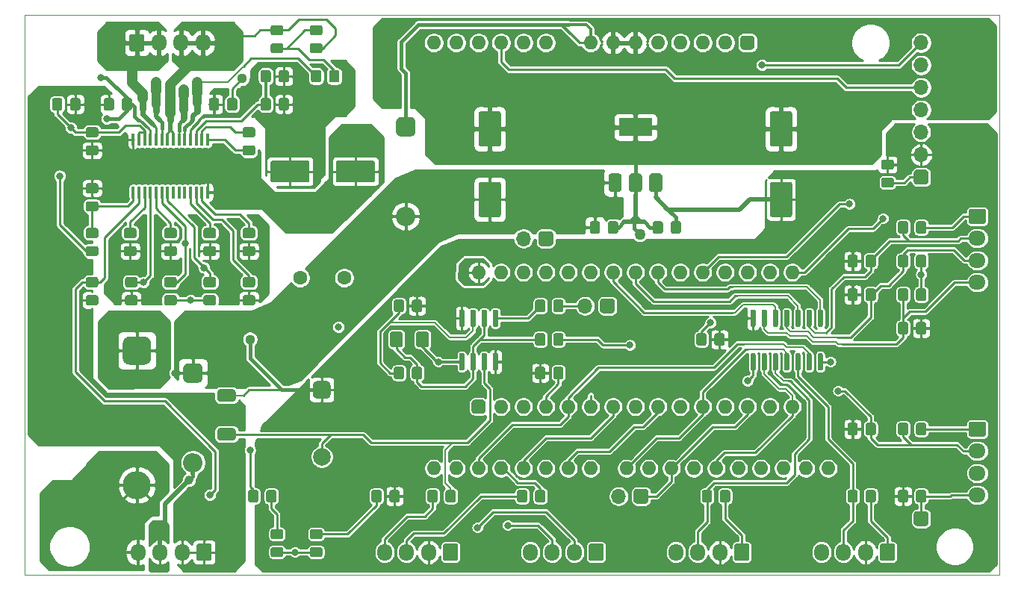
<source format=gbr>
G04 #@! TF.GenerationSoftware,KiCad,Pcbnew,5.1.5-52549c5~86~ubuntu18.04.1*
G04 #@! TF.CreationDate,2020-05-20T16:48:26+05:30*
G04 #@! TF.ProjectId,Resp2,52657370-322e-46b6-9963-61645f706362,rev?*
G04 #@! TF.SameCoordinates,Original*
G04 #@! TF.FileFunction,Copper,L1,Top*
G04 #@! TF.FilePolarity,Positive*
%FSLAX46Y46*%
G04 Gerber Fmt 4.6, Leading zero omitted, Abs format (unit mm)*
G04 Created by KiCad (PCBNEW 5.1.5-52549c5~86~ubuntu18.04.1) date 2020-05-20 16:48:26*
%MOMM*%
%LPD*%
G04 APERTURE LIST*
%ADD10C,0.100000*%
%ADD11O,1.700000X1.700000*%
%ADD12O,1.600000X1.600000*%
%ADD13R,1.000000X1.000000*%
%ADD14O,2.200000X2.200000*%
%ADD15O,1.700000X1.950000*%
%ADD16O,1.950000X1.700000*%
%ADD17C,0.600000*%
%ADD18O,0.400000X1.450000*%
%ADD19C,1.600000*%
%ADD20R,3.800000X2.000000*%
%ADD21O,3.200000X3.200000*%
%ADD22C,2.000000*%
%ADD23C,0.800000*%
%ADD24C,1.130000*%
%ADD25C,1.000000*%
%ADD26C,1.270000*%
%ADD27C,0.250000*%
%ADD28C,0.300000*%
%ADD29C,0.200000*%
%ADD30C,0.400000*%
%ADD31C,0.500000*%
%ADD32C,0.800000*%
%ADD33C,0.600000*%
%ADD34C,1.000001*%
%ADD35C,1.200000*%
%ADD36C,0.254000*%
%ADD37C,0.228600*%
G04 APERTURE END LIST*
D10*
X123190000Y-12700000D02*
X123190000Y-76200000D01*
X12700000Y-12700000D02*
X123190000Y-12700000D01*
X12700000Y-76200000D02*
X12700000Y-12700000D01*
X123190000Y-76200000D02*
X12700000Y-76200000D01*
D11*
X76200000Y-45720000D03*
G04 #@! TA.AperFunction,ComponentPad*
D10*
G36*
X79206657Y-44872046D02*
G01*
X79247913Y-44878166D01*
X79288371Y-44888300D01*
X79327640Y-44902351D01*
X79365344Y-44920183D01*
X79401117Y-44941625D01*
X79434617Y-44966471D01*
X79465520Y-44994480D01*
X79493529Y-45025383D01*
X79518375Y-45058883D01*
X79539817Y-45094656D01*
X79557649Y-45132360D01*
X79571700Y-45171629D01*
X79581834Y-45212087D01*
X79587954Y-45253343D01*
X79590000Y-45295000D01*
X79590000Y-46145000D01*
X79587954Y-46186657D01*
X79581834Y-46227913D01*
X79571700Y-46268371D01*
X79557649Y-46307640D01*
X79539817Y-46345344D01*
X79518375Y-46381117D01*
X79493529Y-46414617D01*
X79465520Y-46445520D01*
X79434617Y-46473529D01*
X79401117Y-46498375D01*
X79365344Y-46519817D01*
X79327640Y-46537649D01*
X79288371Y-46551700D01*
X79247913Y-46561834D01*
X79206657Y-46567954D01*
X79165000Y-46570000D01*
X78315000Y-46570000D01*
X78273343Y-46567954D01*
X78232087Y-46561834D01*
X78191629Y-46551700D01*
X78152360Y-46537649D01*
X78114656Y-46519817D01*
X78078883Y-46498375D01*
X78045383Y-46473529D01*
X78014480Y-46445520D01*
X77986471Y-46414617D01*
X77961625Y-46381117D01*
X77940183Y-46345344D01*
X77922351Y-46307640D01*
X77908300Y-46268371D01*
X77898166Y-46227913D01*
X77892046Y-46186657D01*
X77890000Y-46145000D01*
X77890000Y-45295000D01*
X77892046Y-45253343D01*
X77898166Y-45212087D01*
X77908300Y-45171629D01*
X77922351Y-45132360D01*
X77940183Y-45094656D01*
X77961625Y-45058883D01*
X77986471Y-45025383D01*
X78014480Y-44994480D01*
X78045383Y-44966471D01*
X78078883Y-44941625D01*
X78114656Y-44920183D01*
X78152360Y-44902351D01*
X78191629Y-44888300D01*
X78232087Y-44878166D01*
X78273343Y-44872046D01*
X78315000Y-44870000D01*
X79165000Y-44870000D01*
X79206657Y-44872046D01*
G37*
G04 #@! TD.AperFunction*
D12*
X61595000Y-64135000D03*
X59055000Y-64135000D03*
X98675000Y-64135000D03*
X59055000Y-15875000D03*
X96135000Y-64135000D03*
X61595000Y-15875000D03*
X93595000Y-64135000D03*
X64135000Y-15875000D03*
X91055000Y-64135000D03*
X66675000Y-15875000D03*
X88515000Y-64135000D03*
X69215000Y-15875000D03*
X85975000Y-64135000D03*
X71755000Y-15875000D03*
X83435000Y-64135000D03*
X76835000Y-15875000D03*
X80895000Y-64135000D03*
X79375000Y-15875000D03*
X76835000Y-64135000D03*
X81915000Y-15875000D03*
X74295000Y-64135000D03*
X84455000Y-15875000D03*
X71755000Y-64135000D03*
X86995000Y-15875000D03*
X69215000Y-64135000D03*
X89535000Y-15875000D03*
X66675000Y-64135000D03*
X92075000Y-15875000D03*
X64135000Y-64135000D03*
G04 #@! TA.AperFunction,ComponentPad*
D10*
G36*
X95054207Y-15076926D02*
G01*
X95093036Y-15082686D01*
X95131114Y-15092224D01*
X95168073Y-15105448D01*
X95203559Y-15122231D01*
X95237228Y-15142412D01*
X95268757Y-15165796D01*
X95297843Y-15192157D01*
X95324204Y-15221243D01*
X95347588Y-15252772D01*
X95367769Y-15286441D01*
X95384552Y-15321927D01*
X95397776Y-15358886D01*
X95407314Y-15396964D01*
X95413074Y-15435793D01*
X95415000Y-15475000D01*
X95415000Y-16275000D01*
X95413074Y-16314207D01*
X95407314Y-16353036D01*
X95397776Y-16391114D01*
X95384552Y-16428073D01*
X95367769Y-16463559D01*
X95347588Y-16497228D01*
X95324204Y-16528757D01*
X95297843Y-16557843D01*
X95268757Y-16584204D01*
X95237228Y-16607588D01*
X95203559Y-16627769D01*
X95168073Y-16644552D01*
X95131114Y-16657776D01*
X95093036Y-16667314D01*
X95054207Y-16673074D01*
X95015000Y-16675000D01*
X94215000Y-16675000D01*
X94175793Y-16673074D01*
X94136964Y-16667314D01*
X94098886Y-16657776D01*
X94061927Y-16644552D01*
X94026441Y-16627769D01*
X93992772Y-16607588D01*
X93961243Y-16584204D01*
X93932157Y-16557843D01*
X93905796Y-16528757D01*
X93882412Y-16497228D01*
X93862231Y-16463559D01*
X93845448Y-16428073D01*
X93832224Y-16391114D01*
X93822686Y-16353036D01*
X93816926Y-16314207D01*
X93815000Y-16275000D01*
X93815000Y-15475000D01*
X93816926Y-15435793D01*
X93822686Y-15396964D01*
X93832224Y-15358886D01*
X93845448Y-15321927D01*
X93862231Y-15286441D01*
X93882412Y-15252772D01*
X93905796Y-15221243D01*
X93932157Y-15192157D01*
X93961243Y-15165796D01*
X93992772Y-15142412D01*
X94026441Y-15122231D01*
X94061927Y-15105448D01*
X94098886Y-15092224D01*
X94136964Y-15082686D01*
X94175793Y-15076926D01*
X94215000Y-15075000D01*
X95015000Y-15075000D01*
X95054207Y-15076926D01*
G37*
G04 #@! TD.AperFunction*
D12*
X101215000Y-64135000D03*
X103755000Y-64135000D03*
D11*
X69215000Y-38100000D03*
G04 #@! TA.AperFunction,ComponentPad*
D10*
G36*
X72221657Y-37252046D02*
G01*
X72262913Y-37258166D01*
X72303371Y-37268300D01*
X72342640Y-37282351D01*
X72380344Y-37300183D01*
X72416117Y-37321625D01*
X72449617Y-37346471D01*
X72480520Y-37374480D01*
X72508529Y-37405383D01*
X72533375Y-37438883D01*
X72554817Y-37474656D01*
X72572649Y-37512360D01*
X72586700Y-37551629D01*
X72596834Y-37592087D01*
X72602954Y-37633343D01*
X72605000Y-37675000D01*
X72605000Y-38525000D01*
X72602954Y-38566657D01*
X72596834Y-38607913D01*
X72586700Y-38648371D01*
X72572649Y-38687640D01*
X72554817Y-38725344D01*
X72533375Y-38761117D01*
X72508529Y-38794617D01*
X72480520Y-38825520D01*
X72449617Y-38853529D01*
X72416117Y-38878375D01*
X72380344Y-38899817D01*
X72342640Y-38917649D01*
X72303371Y-38931700D01*
X72262913Y-38941834D01*
X72221657Y-38947954D01*
X72180000Y-38950000D01*
X71330000Y-38950000D01*
X71288343Y-38947954D01*
X71247087Y-38941834D01*
X71206629Y-38931700D01*
X71167360Y-38917649D01*
X71129656Y-38899817D01*
X71093883Y-38878375D01*
X71060383Y-38853529D01*
X71029480Y-38825520D01*
X71001471Y-38794617D01*
X70976625Y-38761117D01*
X70955183Y-38725344D01*
X70937351Y-38687640D01*
X70923300Y-38648371D01*
X70913166Y-38607913D01*
X70907046Y-38566657D01*
X70905000Y-38525000D01*
X70905000Y-37675000D01*
X70907046Y-37633343D01*
X70913166Y-37592087D01*
X70923300Y-37551629D01*
X70937351Y-37512360D01*
X70955183Y-37474656D01*
X70976625Y-37438883D01*
X71001471Y-37405383D01*
X71029480Y-37374480D01*
X71060383Y-37346471D01*
X71093883Y-37321625D01*
X71129656Y-37300183D01*
X71167360Y-37282351D01*
X71206629Y-37268300D01*
X71247087Y-37258166D01*
X71288343Y-37252046D01*
X71330000Y-37250000D01*
X72180000Y-37250000D01*
X72221657Y-37252046D01*
G37*
G04 #@! TD.AperFunction*
D11*
X80010000Y-67310000D03*
G04 #@! TA.AperFunction,ComponentPad*
D10*
G36*
X83016657Y-66462046D02*
G01*
X83057913Y-66468166D01*
X83098371Y-66478300D01*
X83137640Y-66492351D01*
X83175344Y-66510183D01*
X83211117Y-66531625D01*
X83244617Y-66556471D01*
X83275520Y-66584480D01*
X83303529Y-66615383D01*
X83328375Y-66648883D01*
X83349817Y-66684656D01*
X83367649Y-66722360D01*
X83381700Y-66761629D01*
X83391834Y-66802087D01*
X83397954Y-66843343D01*
X83400000Y-66885000D01*
X83400000Y-67735000D01*
X83397954Y-67776657D01*
X83391834Y-67817913D01*
X83381700Y-67858371D01*
X83367649Y-67897640D01*
X83349817Y-67935344D01*
X83328375Y-67971117D01*
X83303529Y-68004617D01*
X83275520Y-68035520D01*
X83244617Y-68063529D01*
X83211117Y-68088375D01*
X83175344Y-68109817D01*
X83137640Y-68127649D01*
X83098371Y-68141700D01*
X83057913Y-68151834D01*
X83016657Y-68157954D01*
X82975000Y-68160000D01*
X82125000Y-68160000D01*
X82083343Y-68157954D01*
X82042087Y-68151834D01*
X82001629Y-68141700D01*
X81962360Y-68127649D01*
X81924656Y-68109817D01*
X81888883Y-68088375D01*
X81855383Y-68063529D01*
X81824480Y-68035520D01*
X81796471Y-68004617D01*
X81771625Y-67971117D01*
X81750183Y-67935344D01*
X81732351Y-67897640D01*
X81718300Y-67858371D01*
X81708166Y-67817913D01*
X81702046Y-67776657D01*
X81700000Y-67735000D01*
X81700000Y-66885000D01*
X81702046Y-66843343D01*
X81708166Y-66802087D01*
X81718300Y-66761629D01*
X81732351Y-66722360D01*
X81750183Y-66684656D01*
X81771625Y-66648883D01*
X81796471Y-66615383D01*
X81824480Y-66584480D01*
X81855383Y-66556471D01*
X81888883Y-66531625D01*
X81924656Y-66510183D01*
X81962360Y-66492351D01*
X82001629Y-66478300D01*
X82042087Y-66468166D01*
X82083343Y-66462046D01*
X82125000Y-66460000D01*
X82975000Y-66460000D01*
X83016657Y-66462046D01*
G37*
G04 #@! TD.AperFunction*
G04 #@! TA.AperFunction,ComponentPad*
G36*
X114766657Y-69002046D02*
G01*
X114807913Y-69008166D01*
X114848371Y-69018300D01*
X114887640Y-69032351D01*
X114925344Y-69050183D01*
X114961117Y-69071625D01*
X114994617Y-69096471D01*
X115025520Y-69124480D01*
X115053529Y-69155383D01*
X115078375Y-69188883D01*
X115099817Y-69224656D01*
X115117649Y-69262360D01*
X115131700Y-69301629D01*
X115141834Y-69342087D01*
X115147954Y-69383343D01*
X115150000Y-69425000D01*
X115150000Y-70275000D01*
X115147954Y-70316657D01*
X115141834Y-70357913D01*
X115131700Y-70398371D01*
X115117649Y-70437640D01*
X115099817Y-70475344D01*
X115078375Y-70511117D01*
X115053529Y-70544617D01*
X115025520Y-70575520D01*
X114994617Y-70603529D01*
X114961117Y-70628375D01*
X114925344Y-70649817D01*
X114887640Y-70667649D01*
X114848371Y-70681700D01*
X114807913Y-70691834D01*
X114766657Y-70697954D01*
X114725000Y-70700000D01*
X113875000Y-70700000D01*
X113833343Y-70697954D01*
X113792087Y-70691834D01*
X113751629Y-70681700D01*
X113712360Y-70667649D01*
X113674656Y-70649817D01*
X113638883Y-70628375D01*
X113605383Y-70603529D01*
X113574480Y-70575520D01*
X113546471Y-70544617D01*
X113521625Y-70511117D01*
X113500183Y-70475344D01*
X113482351Y-70437640D01*
X113468300Y-70398371D01*
X113458166Y-70357913D01*
X113452046Y-70316657D01*
X113450000Y-70275000D01*
X113450000Y-69425000D01*
X113452046Y-69383343D01*
X113458166Y-69342087D01*
X113468300Y-69301629D01*
X113482351Y-69262360D01*
X113500183Y-69224656D01*
X113521625Y-69188883D01*
X113546471Y-69155383D01*
X113574480Y-69124480D01*
X113605383Y-69096471D01*
X113638883Y-69071625D01*
X113674656Y-69050183D01*
X113712360Y-69032351D01*
X113751629Y-69018300D01*
X113792087Y-69008166D01*
X113833343Y-69002046D01*
X113875000Y-69000000D01*
X114725000Y-69000000D01*
X114766657Y-69002046D01*
G37*
G04 #@! TD.AperFunction*
D13*
X28575000Y-64770000D03*
G04 #@! TA.AperFunction,ComponentPad*
D10*
G36*
X28214504Y-47126204D02*
G01*
X28238773Y-47129804D01*
X28262571Y-47135765D01*
X28285671Y-47144030D01*
X28307849Y-47154520D01*
X28328893Y-47167133D01*
X28348598Y-47181747D01*
X28366777Y-47198223D01*
X28383253Y-47216402D01*
X28397867Y-47236107D01*
X28410480Y-47257151D01*
X28420970Y-47279329D01*
X28429235Y-47302429D01*
X28435196Y-47326227D01*
X28438796Y-47350496D01*
X28440000Y-47375000D01*
X28440000Y-47875000D01*
X28438796Y-47899504D01*
X28435196Y-47923773D01*
X28429235Y-47947571D01*
X28420970Y-47970671D01*
X28410480Y-47992849D01*
X28397867Y-48013893D01*
X28383253Y-48033598D01*
X28366777Y-48051777D01*
X28348598Y-48068253D01*
X28328893Y-48082867D01*
X28307849Y-48095480D01*
X28285671Y-48105970D01*
X28262571Y-48114235D01*
X28238773Y-48120196D01*
X28214504Y-48123796D01*
X28190000Y-48125000D01*
X27690000Y-48125000D01*
X27665496Y-48123796D01*
X27641227Y-48120196D01*
X27617429Y-48114235D01*
X27594329Y-48105970D01*
X27572151Y-48095480D01*
X27551107Y-48082867D01*
X27531402Y-48068253D01*
X27513223Y-48051777D01*
X27496747Y-48033598D01*
X27482133Y-48013893D01*
X27469520Y-47992849D01*
X27459030Y-47970671D01*
X27450765Y-47947571D01*
X27444804Y-47923773D01*
X27441204Y-47899504D01*
X27440000Y-47875000D01*
X27440000Y-47375000D01*
X27441204Y-47350496D01*
X27444804Y-47326227D01*
X27450765Y-47302429D01*
X27459030Y-47279329D01*
X27469520Y-47257151D01*
X27482133Y-47236107D01*
X27496747Y-47216402D01*
X27513223Y-47198223D01*
X27531402Y-47181747D01*
X27551107Y-47167133D01*
X27572151Y-47154520D01*
X27594329Y-47144030D01*
X27617429Y-47135765D01*
X27641227Y-47129804D01*
X27665496Y-47126204D01*
X27690000Y-47125000D01*
X28190000Y-47125000D01*
X28214504Y-47126204D01*
G37*
G04 #@! TD.AperFunction*
G04 #@! TA.AperFunction,ComponentPad*
G36*
X30754504Y-47126204D02*
G01*
X30778773Y-47129804D01*
X30802571Y-47135765D01*
X30825671Y-47144030D01*
X30847849Y-47154520D01*
X30868893Y-47167133D01*
X30888598Y-47181747D01*
X30906777Y-47198223D01*
X30923253Y-47216402D01*
X30937867Y-47236107D01*
X30950480Y-47257151D01*
X30960970Y-47279329D01*
X30969235Y-47302429D01*
X30975196Y-47326227D01*
X30978796Y-47350496D01*
X30980000Y-47375000D01*
X30980000Y-47875000D01*
X30978796Y-47899504D01*
X30975196Y-47923773D01*
X30969235Y-47947571D01*
X30960970Y-47970671D01*
X30950480Y-47992849D01*
X30937867Y-48013893D01*
X30923253Y-48033598D01*
X30906777Y-48051777D01*
X30888598Y-48068253D01*
X30868893Y-48082867D01*
X30847849Y-48095480D01*
X30825671Y-48105970D01*
X30802571Y-48114235D01*
X30778773Y-48120196D01*
X30754504Y-48123796D01*
X30730000Y-48125000D01*
X30230000Y-48125000D01*
X30205496Y-48123796D01*
X30181227Y-48120196D01*
X30157429Y-48114235D01*
X30134329Y-48105970D01*
X30112151Y-48095480D01*
X30091107Y-48082867D01*
X30071402Y-48068253D01*
X30053223Y-48051777D01*
X30036747Y-48033598D01*
X30022133Y-48013893D01*
X30009520Y-47992849D01*
X29999030Y-47970671D01*
X29990765Y-47947571D01*
X29984804Y-47923773D01*
X29981204Y-47899504D01*
X29980000Y-47875000D01*
X29980000Y-47375000D01*
X29981204Y-47350496D01*
X29984804Y-47326227D01*
X29990765Y-47302429D01*
X29999030Y-47279329D01*
X30009520Y-47257151D01*
X30022133Y-47236107D01*
X30036747Y-47216402D01*
X30053223Y-47198223D01*
X30071402Y-47181747D01*
X30091107Y-47167133D01*
X30112151Y-47154520D01*
X30134329Y-47144030D01*
X30157429Y-47135765D01*
X30181227Y-47129804D01*
X30205496Y-47126204D01*
X30230000Y-47125000D01*
X30730000Y-47125000D01*
X30754504Y-47126204D01*
G37*
G04 #@! TD.AperFunction*
D14*
X31750000Y-63500000D03*
G04 #@! TA.AperFunction,ComponentPad*
D10*
G36*
X32353909Y-52242648D02*
G01*
X32407300Y-52250568D01*
X32459657Y-52263683D01*
X32510476Y-52281866D01*
X32559268Y-52304943D01*
X32605564Y-52332692D01*
X32648916Y-52364844D01*
X32688909Y-52401091D01*
X32725156Y-52441084D01*
X32757308Y-52484436D01*
X32785057Y-52530732D01*
X32808134Y-52579524D01*
X32826317Y-52630343D01*
X32839432Y-52682700D01*
X32847352Y-52736091D01*
X32850000Y-52790000D01*
X32850000Y-53890000D01*
X32847352Y-53943909D01*
X32839432Y-53997300D01*
X32826317Y-54049657D01*
X32808134Y-54100476D01*
X32785057Y-54149268D01*
X32757308Y-54195564D01*
X32725156Y-54238916D01*
X32688909Y-54278909D01*
X32648916Y-54315156D01*
X32605564Y-54347308D01*
X32559268Y-54375057D01*
X32510476Y-54398134D01*
X32459657Y-54416317D01*
X32407300Y-54429432D01*
X32353909Y-54437352D01*
X32300000Y-54440000D01*
X31200000Y-54440000D01*
X31146091Y-54437352D01*
X31092700Y-54429432D01*
X31040343Y-54416317D01*
X30989524Y-54398134D01*
X30940732Y-54375057D01*
X30894436Y-54347308D01*
X30851084Y-54315156D01*
X30811091Y-54278909D01*
X30774844Y-54238916D01*
X30742692Y-54195564D01*
X30714943Y-54149268D01*
X30691866Y-54100476D01*
X30673683Y-54049657D01*
X30660568Y-53997300D01*
X30652648Y-53943909D01*
X30650000Y-53890000D01*
X30650000Y-52790000D01*
X30652648Y-52736091D01*
X30660568Y-52682700D01*
X30673683Y-52630343D01*
X30691866Y-52579524D01*
X30714943Y-52530732D01*
X30742692Y-52484436D01*
X30774844Y-52441084D01*
X30811091Y-52401091D01*
X30851084Y-52364844D01*
X30894436Y-52332692D01*
X30940732Y-52304943D01*
X30989524Y-52281866D01*
X31040343Y-52263683D01*
X31092700Y-52250568D01*
X31146091Y-52242648D01*
X31200000Y-52240000D01*
X32300000Y-52240000D01*
X32353909Y-52242648D01*
G37*
G04 #@! TD.AperFunction*
D12*
X99695000Y-41910000D03*
X99695000Y-57150000D03*
X64135000Y-41910000D03*
X97155000Y-57150000D03*
X66675000Y-41910000D03*
X94615000Y-57150000D03*
X69215000Y-41910000D03*
X92075000Y-57150000D03*
X71755000Y-41910000D03*
X89535000Y-57150000D03*
X74295000Y-41910000D03*
X86995000Y-57150000D03*
X76835000Y-41910000D03*
X84455000Y-57150000D03*
X79375000Y-41910000D03*
X81915000Y-57150000D03*
X81915000Y-41910000D03*
X79375000Y-57150000D03*
X84455000Y-41910000D03*
X76835000Y-57150000D03*
X86995000Y-41910000D03*
X74295000Y-57150000D03*
X89535000Y-41910000D03*
X71755000Y-57150000D03*
X92075000Y-41910000D03*
X69215000Y-57150000D03*
X94615000Y-41910000D03*
X66675000Y-57150000D03*
X97155000Y-41910000D03*
G04 #@! TA.AperFunction,ComponentPad*
D10*
G36*
X64574207Y-56351926D02*
G01*
X64613036Y-56357686D01*
X64651114Y-56367224D01*
X64688073Y-56380448D01*
X64723559Y-56397231D01*
X64757228Y-56417412D01*
X64788757Y-56440796D01*
X64817843Y-56467157D01*
X64844204Y-56496243D01*
X64867588Y-56527772D01*
X64887769Y-56561441D01*
X64904552Y-56596927D01*
X64917776Y-56633886D01*
X64927314Y-56671964D01*
X64933074Y-56710793D01*
X64935000Y-56750000D01*
X64935000Y-57550000D01*
X64933074Y-57589207D01*
X64927314Y-57628036D01*
X64917776Y-57666114D01*
X64904552Y-57703073D01*
X64887769Y-57738559D01*
X64867588Y-57772228D01*
X64844204Y-57803757D01*
X64817843Y-57832843D01*
X64788757Y-57859204D01*
X64757228Y-57882588D01*
X64723559Y-57902769D01*
X64688073Y-57919552D01*
X64651114Y-57932776D01*
X64613036Y-57942314D01*
X64574207Y-57948074D01*
X64535000Y-57950000D01*
X63735000Y-57950000D01*
X63695793Y-57948074D01*
X63656964Y-57942314D01*
X63618886Y-57932776D01*
X63581927Y-57919552D01*
X63546441Y-57902769D01*
X63512772Y-57882588D01*
X63481243Y-57859204D01*
X63452157Y-57832843D01*
X63425796Y-57803757D01*
X63402412Y-57772228D01*
X63382231Y-57738559D01*
X63365448Y-57703073D01*
X63352224Y-57666114D01*
X63342686Y-57628036D01*
X63336926Y-57589207D01*
X63335000Y-57550000D01*
X63335000Y-56750000D01*
X63336926Y-56710793D01*
X63342686Y-56671964D01*
X63352224Y-56633886D01*
X63365448Y-56596927D01*
X63382231Y-56561441D01*
X63402412Y-56527772D01*
X63425796Y-56496243D01*
X63452157Y-56467157D01*
X63481243Y-56440796D01*
X63512772Y-56417412D01*
X63546441Y-56397231D01*
X63581927Y-56380448D01*
X63618886Y-56367224D01*
X63656964Y-56357686D01*
X63695793Y-56351926D01*
X63735000Y-56350000D01*
X64535000Y-56350000D01*
X64574207Y-56351926D01*
G37*
G04 #@! TD.AperFunction*
G04 #@! TA.AperFunction,SMDPad,CuDef*
G36*
X36294306Y-59581685D02*
G01*
X36328282Y-59586725D01*
X36361600Y-59595071D01*
X36393939Y-59606642D01*
X36424989Y-59621328D01*
X36454450Y-59638986D01*
X36482038Y-59659446D01*
X36507487Y-59682513D01*
X36530554Y-59707962D01*
X36551014Y-59735550D01*
X36568672Y-59765011D01*
X36583358Y-59796061D01*
X36594929Y-59828400D01*
X36603275Y-59861718D01*
X36608315Y-59895694D01*
X36610000Y-59930000D01*
X36610000Y-60630000D01*
X36608315Y-60664306D01*
X36603275Y-60698282D01*
X36594929Y-60731600D01*
X36583358Y-60763939D01*
X36568672Y-60794989D01*
X36551014Y-60824450D01*
X36530554Y-60852038D01*
X36507487Y-60877487D01*
X36482038Y-60900554D01*
X36454450Y-60921014D01*
X36424989Y-60938672D01*
X36393939Y-60953358D01*
X36361600Y-60964929D01*
X36328282Y-60973275D01*
X36294306Y-60978315D01*
X36260000Y-60980000D01*
X34860000Y-60980000D01*
X34825694Y-60978315D01*
X34791718Y-60973275D01*
X34758400Y-60964929D01*
X34726061Y-60953358D01*
X34695011Y-60938672D01*
X34665550Y-60921014D01*
X34637962Y-60900554D01*
X34612513Y-60877487D01*
X34589446Y-60852038D01*
X34568986Y-60824450D01*
X34551328Y-60794989D01*
X34536642Y-60763939D01*
X34525071Y-60731600D01*
X34516725Y-60698282D01*
X34511685Y-60664306D01*
X34510000Y-60630000D01*
X34510000Y-59930000D01*
X34511685Y-59895694D01*
X34516725Y-59861718D01*
X34525071Y-59828400D01*
X34536642Y-59796061D01*
X34551328Y-59765011D01*
X34568986Y-59735550D01*
X34589446Y-59707962D01*
X34612513Y-59682513D01*
X34637962Y-59659446D01*
X34665550Y-59638986D01*
X34695011Y-59621328D01*
X34726061Y-59606642D01*
X34758400Y-59595071D01*
X34791718Y-59586725D01*
X34825694Y-59581685D01*
X34860000Y-59580000D01*
X36260000Y-59580000D01*
X36294306Y-59581685D01*
G37*
G04 #@! TD.AperFunction*
G04 #@! TA.AperFunction,SMDPad,CuDef*
G36*
X36294306Y-55181685D02*
G01*
X36328282Y-55186725D01*
X36361600Y-55195071D01*
X36393939Y-55206642D01*
X36424989Y-55221328D01*
X36454450Y-55238986D01*
X36482038Y-55259446D01*
X36507487Y-55282513D01*
X36530554Y-55307962D01*
X36551014Y-55335550D01*
X36568672Y-55365011D01*
X36583358Y-55396061D01*
X36594929Y-55428400D01*
X36603275Y-55461718D01*
X36608315Y-55495694D01*
X36610000Y-55530000D01*
X36610000Y-56230000D01*
X36608315Y-56264306D01*
X36603275Y-56298282D01*
X36594929Y-56331600D01*
X36583358Y-56363939D01*
X36568672Y-56394989D01*
X36551014Y-56424450D01*
X36530554Y-56452038D01*
X36507487Y-56477487D01*
X36482038Y-56500554D01*
X36454450Y-56521014D01*
X36424989Y-56538672D01*
X36393939Y-56553358D01*
X36361600Y-56564929D01*
X36328282Y-56573275D01*
X36294306Y-56578315D01*
X36260000Y-56580000D01*
X34860000Y-56580000D01*
X34825694Y-56578315D01*
X34791718Y-56573275D01*
X34758400Y-56564929D01*
X34726061Y-56553358D01*
X34695011Y-56538672D01*
X34665550Y-56521014D01*
X34637962Y-56500554D01*
X34612513Y-56477487D01*
X34589446Y-56452038D01*
X34568986Y-56424450D01*
X34551328Y-56394989D01*
X34536642Y-56363939D01*
X34525071Y-56331600D01*
X34516725Y-56298282D01*
X34511685Y-56264306D01*
X34510000Y-56230000D01*
X34510000Y-55530000D01*
X34511685Y-55495694D01*
X34516725Y-55461718D01*
X34525071Y-55428400D01*
X34536642Y-55396061D01*
X34551328Y-55365011D01*
X34568986Y-55335550D01*
X34589446Y-55307962D01*
X34612513Y-55282513D01*
X34637962Y-55259446D01*
X34665550Y-55238986D01*
X34695011Y-55221328D01*
X34726061Y-55206642D01*
X34758400Y-55195071D01*
X34791718Y-55186725D01*
X34825694Y-55181685D01*
X34860000Y-55180000D01*
X36260000Y-55180000D01*
X36294306Y-55181685D01*
G37*
G04 #@! TD.AperFunction*
G04 #@! TA.AperFunction,ComponentPad*
G36*
X33644504Y-72686204D02*
G01*
X33668773Y-72689804D01*
X33692571Y-72695765D01*
X33715671Y-72704030D01*
X33737849Y-72714520D01*
X33758893Y-72727133D01*
X33778598Y-72741747D01*
X33796777Y-72758223D01*
X33813253Y-72776402D01*
X33827867Y-72796107D01*
X33840480Y-72817151D01*
X33850970Y-72839329D01*
X33859235Y-72862429D01*
X33865196Y-72886227D01*
X33868796Y-72910496D01*
X33870000Y-72935000D01*
X33870000Y-74385000D01*
X33868796Y-74409504D01*
X33865196Y-74433773D01*
X33859235Y-74457571D01*
X33850970Y-74480671D01*
X33840480Y-74502849D01*
X33827867Y-74523893D01*
X33813253Y-74543598D01*
X33796777Y-74561777D01*
X33778598Y-74578253D01*
X33758893Y-74592867D01*
X33737849Y-74605480D01*
X33715671Y-74615970D01*
X33692571Y-74624235D01*
X33668773Y-74630196D01*
X33644504Y-74633796D01*
X33620000Y-74635000D01*
X32420000Y-74635000D01*
X32395496Y-74633796D01*
X32371227Y-74630196D01*
X32347429Y-74624235D01*
X32324329Y-74615970D01*
X32302151Y-74605480D01*
X32281107Y-74592867D01*
X32261402Y-74578253D01*
X32243223Y-74561777D01*
X32226747Y-74543598D01*
X32212133Y-74523893D01*
X32199520Y-74502849D01*
X32189030Y-74480671D01*
X32180765Y-74457571D01*
X32174804Y-74433773D01*
X32171204Y-74409504D01*
X32170000Y-74385000D01*
X32170000Y-72935000D01*
X32171204Y-72910496D01*
X32174804Y-72886227D01*
X32180765Y-72862429D01*
X32189030Y-72839329D01*
X32199520Y-72817151D01*
X32212133Y-72796107D01*
X32226747Y-72776402D01*
X32243223Y-72758223D01*
X32261402Y-72741747D01*
X32281107Y-72727133D01*
X32302151Y-72714520D01*
X32324329Y-72704030D01*
X32347429Y-72695765D01*
X32371227Y-72689804D01*
X32395496Y-72686204D01*
X32420000Y-72685000D01*
X33620000Y-72685000D01*
X33644504Y-72686204D01*
G37*
G04 #@! TD.AperFunction*
D15*
X30520000Y-73660000D03*
X28020000Y-73660000D03*
X25520000Y-73660000D03*
D16*
X120650000Y-43060000D03*
X120650000Y-40560000D03*
X120650000Y-38060000D03*
G04 #@! TA.AperFunction,ComponentPad*
D10*
G36*
X121399504Y-34711204D02*
G01*
X121423773Y-34714804D01*
X121447571Y-34720765D01*
X121470671Y-34729030D01*
X121492849Y-34739520D01*
X121513893Y-34752133D01*
X121533598Y-34766747D01*
X121551777Y-34783223D01*
X121568253Y-34801402D01*
X121582867Y-34821107D01*
X121595480Y-34842151D01*
X121605970Y-34864329D01*
X121614235Y-34887429D01*
X121620196Y-34911227D01*
X121623796Y-34935496D01*
X121625000Y-34960000D01*
X121625000Y-36160000D01*
X121623796Y-36184504D01*
X121620196Y-36208773D01*
X121614235Y-36232571D01*
X121605970Y-36255671D01*
X121595480Y-36277849D01*
X121582867Y-36298893D01*
X121568253Y-36318598D01*
X121551777Y-36336777D01*
X121533598Y-36353253D01*
X121513893Y-36367867D01*
X121492849Y-36380480D01*
X121470671Y-36390970D01*
X121447571Y-36399235D01*
X121423773Y-36405196D01*
X121399504Y-36408796D01*
X121375000Y-36410000D01*
X119925000Y-36410000D01*
X119900496Y-36408796D01*
X119876227Y-36405196D01*
X119852429Y-36399235D01*
X119829329Y-36390970D01*
X119807151Y-36380480D01*
X119786107Y-36367867D01*
X119766402Y-36353253D01*
X119748223Y-36336777D01*
X119731747Y-36318598D01*
X119717133Y-36298893D01*
X119704520Y-36277849D01*
X119694030Y-36255671D01*
X119685765Y-36232571D01*
X119679804Y-36208773D01*
X119676204Y-36184504D01*
X119675000Y-36160000D01*
X119675000Y-34960000D01*
X119676204Y-34935496D01*
X119679804Y-34911227D01*
X119685765Y-34887429D01*
X119694030Y-34864329D01*
X119704520Y-34842151D01*
X119717133Y-34821107D01*
X119731747Y-34801402D01*
X119748223Y-34783223D01*
X119766402Y-34766747D01*
X119786107Y-34752133D01*
X119807151Y-34739520D01*
X119829329Y-34729030D01*
X119852429Y-34720765D01*
X119876227Y-34714804D01*
X119900496Y-34711204D01*
X119925000Y-34710000D01*
X121375000Y-34710000D01*
X121399504Y-34711204D01*
G37*
G04 #@! TD.AperFunction*
D17*
X24760000Y-29845000D03*
X26540000Y-28545000D03*
X26540000Y-29845000D03*
X26540000Y-31145000D03*
X28320000Y-28545000D03*
X28320000Y-29845000D03*
X28320000Y-31145000D03*
X30100000Y-28545000D03*
X30100000Y-29845000D03*
X30100000Y-31145000D03*
X31880000Y-28545000D03*
X31880000Y-29845000D03*
X31880000Y-31145000D03*
X33660000Y-29845000D03*
G04 #@! TA.AperFunction,SMDPad,CuDef*
D10*
G36*
X33193314Y-28149093D02*
G01*
X33275826Y-28161333D01*
X33356741Y-28181601D01*
X33435280Y-28209702D01*
X33510686Y-28245367D01*
X33582234Y-28288251D01*
X33649233Y-28337941D01*
X33711040Y-28393959D01*
X33767058Y-28455766D01*
X33816748Y-28522765D01*
X33859632Y-28594313D01*
X33895297Y-28669719D01*
X33923398Y-28748258D01*
X33943666Y-28829173D01*
X33955906Y-28911685D01*
X33959999Y-28995000D01*
X33959999Y-30695000D01*
X33955906Y-30778315D01*
X33943666Y-30860827D01*
X33923398Y-30941742D01*
X33895297Y-31020281D01*
X33859632Y-31095687D01*
X33816748Y-31167235D01*
X33767058Y-31234234D01*
X33711040Y-31296041D01*
X33649233Y-31352059D01*
X33582234Y-31401749D01*
X33510686Y-31444633D01*
X33435280Y-31480298D01*
X33356741Y-31508399D01*
X33275826Y-31528667D01*
X33193314Y-31540907D01*
X33109999Y-31545000D01*
X25310001Y-31545000D01*
X25226686Y-31540907D01*
X25144174Y-31528667D01*
X25063259Y-31508399D01*
X24984720Y-31480298D01*
X24909314Y-31444633D01*
X24837766Y-31401749D01*
X24770767Y-31352059D01*
X24708960Y-31296041D01*
X24652942Y-31234234D01*
X24603252Y-31167235D01*
X24560368Y-31095687D01*
X24524703Y-31020281D01*
X24496602Y-30941742D01*
X24476334Y-30860827D01*
X24464094Y-30778315D01*
X24460001Y-30695000D01*
X24460001Y-28995000D01*
X24464094Y-28911685D01*
X24476334Y-28829173D01*
X24496602Y-28748258D01*
X24524703Y-28669719D01*
X24560368Y-28594313D01*
X24603252Y-28522765D01*
X24652942Y-28455766D01*
X24708960Y-28393959D01*
X24770767Y-28337941D01*
X24837766Y-28288251D01*
X24909314Y-28245367D01*
X24984720Y-28209702D01*
X25063259Y-28181601D01*
X25144174Y-28161333D01*
X25226686Y-28149093D01*
X25310001Y-28145000D01*
X33109999Y-28145000D01*
X33193314Y-28149093D01*
G37*
G04 #@! TD.AperFunction*
D18*
X33435000Y-32845000D03*
X32785000Y-32845000D03*
X32135000Y-32845000D03*
X31485000Y-32845000D03*
X30835000Y-32845000D03*
X30185000Y-32845000D03*
X29535000Y-32845000D03*
X28885000Y-32845000D03*
X28235000Y-32845000D03*
X27585000Y-32845000D03*
X26935000Y-32845000D03*
X26285000Y-32845000D03*
X25635000Y-32845000D03*
X24985000Y-32845000D03*
X24985000Y-26845000D03*
X25635000Y-26845000D03*
X26285000Y-26845000D03*
X26935000Y-26845000D03*
X27585000Y-26845000D03*
X28235000Y-26845000D03*
X28885000Y-26845000D03*
X29535000Y-26845000D03*
X30185000Y-26845000D03*
X30835000Y-26845000D03*
X31485000Y-26845000D03*
X32135000Y-26845000D03*
X32785000Y-26845000D03*
X33435000Y-26845000D03*
D11*
X114300000Y-15875000D03*
X114300000Y-18415000D03*
X114300000Y-20955000D03*
X114300000Y-23495000D03*
X114300000Y-26035000D03*
X114300000Y-28575000D03*
G04 #@! TA.AperFunction,ComponentPad*
D10*
G36*
X114766657Y-30267046D02*
G01*
X114807913Y-30273166D01*
X114848371Y-30283300D01*
X114887640Y-30297351D01*
X114925344Y-30315183D01*
X114961117Y-30336625D01*
X114994617Y-30361471D01*
X115025520Y-30389480D01*
X115053529Y-30420383D01*
X115078375Y-30453883D01*
X115099817Y-30489656D01*
X115117649Y-30527360D01*
X115131700Y-30566629D01*
X115141834Y-30607087D01*
X115147954Y-30648343D01*
X115150000Y-30690000D01*
X115150000Y-31540000D01*
X115147954Y-31581657D01*
X115141834Y-31622913D01*
X115131700Y-31663371D01*
X115117649Y-31702640D01*
X115099817Y-31740344D01*
X115078375Y-31776117D01*
X115053529Y-31809617D01*
X115025520Y-31840520D01*
X114994617Y-31868529D01*
X114961117Y-31893375D01*
X114925344Y-31914817D01*
X114887640Y-31932649D01*
X114848371Y-31946700D01*
X114807913Y-31956834D01*
X114766657Y-31962954D01*
X114725000Y-31965000D01*
X113875000Y-31965000D01*
X113833343Y-31962954D01*
X113792087Y-31956834D01*
X113751629Y-31946700D01*
X113712360Y-31932649D01*
X113674656Y-31914817D01*
X113638883Y-31893375D01*
X113605383Y-31868529D01*
X113574480Y-31840520D01*
X113546471Y-31809617D01*
X113521625Y-31776117D01*
X113500183Y-31740344D01*
X113482351Y-31702640D01*
X113468300Y-31663371D01*
X113458166Y-31622913D01*
X113452046Y-31581657D01*
X113450000Y-31540000D01*
X113450000Y-30690000D01*
X113452046Y-30648343D01*
X113458166Y-30607087D01*
X113468300Y-30566629D01*
X113482351Y-30527360D01*
X113500183Y-30489656D01*
X113521625Y-30453883D01*
X113546471Y-30420383D01*
X113574480Y-30389480D01*
X113605383Y-30361471D01*
X113638883Y-30336625D01*
X113674656Y-30315183D01*
X113712360Y-30297351D01*
X113751629Y-30283300D01*
X113792087Y-30273166D01*
X113833343Y-30267046D01*
X113875000Y-30265000D01*
X114725000Y-30265000D01*
X114766657Y-30267046D01*
G37*
G04 #@! TD.AperFunction*
D19*
X43895000Y-42545000D03*
X48895000Y-42545000D03*
G04 #@! TA.AperFunction,SMDPad,CuDef*
D10*
G36*
X29684505Y-36891204D02*
G01*
X29708773Y-36894804D01*
X29732572Y-36900765D01*
X29755671Y-36909030D01*
X29777850Y-36919520D01*
X29798893Y-36932132D01*
X29818599Y-36946747D01*
X29836777Y-36963223D01*
X29853253Y-36981401D01*
X29867868Y-37001107D01*
X29880480Y-37022150D01*
X29890970Y-37044329D01*
X29899235Y-37067428D01*
X29905196Y-37091227D01*
X29908796Y-37115495D01*
X29910000Y-37139999D01*
X29910000Y-37790001D01*
X29908796Y-37814505D01*
X29905196Y-37838773D01*
X29899235Y-37862572D01*
X29890970Y-37885671D01*
X29880480Y-37907850D01*
X29867868Y-37928893D01*
X29853253Y-37948599D01*
X29836777Y-37966777D01*
X29818599Y-37983253D01*
X29798893Y-37997868D01*
X29777850Y-38010480D01*
X29755671Y-38020970D01*
X29732572Y-38029235D01*
X29708773Y-38035196D01*
X29684505Y-38038796D01*
X29660001Y-38040000D01*
X28759999Y-38040000D01*
X28735495Y-38038796D01*
X28711227Y-38035196D01*
X28687428Y-38029235D01*
X28664329Y-38020970D01*
X28642150Y-38010480D01*
X28621107Y-37997868D01*
X28601401Y-37983253D01*
X28583223Y-37966777D01*
X28566747Y-37948599D01*
X28552132Y-37928893D01*
X28539520Y-37907850D01*
X28529030Y-37885671D01*
X28520765Y-37862572D01*
X28514804Y-37838773D01*
X28511204Y-37814505D01*
X28510000Y-37790001D01*
X28510000Y-37139999D01*
X28511204Y-37115495D01*
X28514804Y-37091227D01*
X28520765Y-37067428D01*
X28529030Y-37044329D01*
X28539520Y-37022150D01*
X28552132Y-37001107D01*
X28566747Y-36981401D01*
X28583223Y-36963223D01*
X28601401Y-36946747D01*
X28621107Y-36932132D01*
X28642150Y-36919520D01*
X28664329Y-36909030D01*
X28687428Y-36900765D01*
X28711227Y-36894804D01*
X28735495Y-36891204D01*
X28759999Y-36890000D01*
X29660001Y-36890000D01*
X29684505Y-36891204D01*
G37*
G04 #@! TD.AperFunction*
G04 #@! TA.AperFunction,SMDPad,CuDef*
G36*
X29684505Y-38941204D02*
G01*
X29708773Y-38944804D01*
X29732572Y-38950765D01*
X29755671Y-38959030D01*
X29777850Y-38969520D01*
X29798893Y-38982132D01*
X29818599Y-38996747D01*
X29836777Y-39013223D01*
X29853253Y-39031401D01*
X29867868Y-39051107D01*
X29880480Y-39072150D01*
X29890970Y-39094329D01*
X29899235Y-39117428D01*
X29905196Y-39141227D01*
X29908796Y-39165495D01*
X29910000Y-39189999D01*
X29910000Y-39840001D01*
X29908796Y-39864505D01*
X29905196Y-39888773D01*
X29899235Y-39912572D01*
X29890970Y-39935671D01*
X29880480Y-39957850D01*
X29867868Y-39978893D01*
X29853253Y-39998599D01*
X29836777Y-40016777D01*
X29818599Y-40033253D01*
X29798893Y-40047868D01*
X29777850Y-40060480D01*
X29755671Y-40070970D01*
X29732572Y-40079235D01*
X29708773Y-40085196D01*
X29684505Y-40088796D01*
X29660001Y-40090000D01*
X28759999Y-40090000D01*
X28735495Y-40088796D01*
X28711227Y-40085196D01*
X28687428Y-40079235D01*
X28664329Y-40070970D01*
X28642150Y-40060480D01*
X28621107Y-40047868D01*
X28601401Y-40033253D01*
X28583223Y-40016777D01*
X28566747Y-39998599D01*
X28552132Y-39978893D01*
X28539520Y-39957850D01*
X28529030Y-39935671D01*
X28520765Y-39912572D01*
X28514804Y-39888773D01*
X28511204Y-39864505D01*
X28510000Y-39840001D01*
X28510000Y-39189999D01*
X28511204Y-39165495D01*
X28514804Y-39141227D01*
X28520765Y-39117428D01*
X28529030Y-39094329D01*
X28539520Y-39072150D01*
X28552132Y-39051107D01*
X28566747Y-39031401D01*
X28583223Y-39013223D01*
X28601401Y-38996747D01*
X28621107Y-38982132D01*
X28642150Y-38969520D01*
X28664329Y-38959030D01*
X28687428Y-38950765D01*
X28711227Y-38944804D01*
X28735495Y-38941204D01*
X28759999Y-38940000D01*
X29660001Y-38940000D01*
X29684505Y-38941204D01*
G37*
G04 #@! TD.AperFunction*
G04 #@! TA.AperFunction,SMDPad,CuDef*
G36*
X42404505Y-22161204D02*
G01*
X42428773Y-22164804D01*
X42452572Y-22170765D01*
X42475671Y-22179030D01*
X42497850Y-22189520D01*
X42518893Y-22202132D01*
X42538599Y-22216747D01*
X42556777Y-22233223D01*
X42573253Y-22251401D01*
X42587868Y-22271107D01*
X42600480Y-22292150D01*
X42610970Y-22314329D01*
X42619235Y-22337428D01*
X42625196Y-22361227D01*
X42628796Y-22385495D01*
X42630000Y-22409999D01*
X42630000Y-23310001D01*
X42628796Y-23334505D01*
X42625196Y-23358773D01*
X42619235Y-23382572D01*
X42610970Y-23405671D01*
X42600480Y-23427850D01*
X42587868Y-23448893D01*
X42573253Y-23468599D01*
X42556777Y-23486777D01*
X42538599Y-23503253D01*
X42518893Y-23517868D01*
X42497850Y-23530480D01*
X42475671Y-23540970D01*
X42452572Y-23549235D01*
X42428773Y-23555196D01*
X42404505Y-23558796D01*
X42380001Y-23560000D01*
X41729999Y-23560000D01*
X41705495Y-23558796D01*
X41681227Y-23555196D01*
X41657428Y-23549235D01*
X41634329Y-23540970D01*
X41612150Y-23530480D01*
X41591107Y-23517868D01*
X41571401Y-23503253D01*
X41553223Y-23486777D01*
X41536747Y-23468599D01*
X41522132Y-23448893D01*
X41509520Y-23427850D01*
X41499030Y-23405671D01*
X41490765Y-23382572D01*
X41484804Y-23358773D01*
X41481204Y-23334505D01*
X41480000Y-23310001D01*
X41480000Y-22409999D01*
X41481204Y-22385495D01*
X41484804Y-22361227D01*
X41490765Y-22337428D01*
X41499030Y-22314329D01*
X41509520Y-22292150D01*
X41522132Y-22271107D01*
X41536747Y-22251401D01*
X41553223Y-22233223D01*
X41571401Y-22216747D01*
X41591107Y-22202132D01*
X41612150Y-22189520D01*
X41634329Y-22179030D01*
X41657428Y-22170765D01*
X41681227Y-22164804D01*
X41705495Y-22161204D01*
X41729999Y-22160000D01*
X42380001Y-22160000D01*
X42404505Y-22161204D01*
G37*
G04 #@! TD.AperFunction*
G04 #@! TA.AperFunction,SMDPad,CuDef*
G36*
X40354505Y-22161204D02*
G01*
X40378773Y-22164804D01*
X40402572Y-22170765D01*
X40425671Y-22179030D01*
X40447850Y-22189520D01*
X40468893Y-22202132D01*
X40488599Y-22216747D01*
X40506777Y-22233223D01*
X40523253Y-22251401D01*
X40537868Y-22271107D01*
X40550480Y-22292150D01*
X40560970Y-22314329D01*
X40569235Y-22337428D01*
X40575196Y-22361227D01*
X40578796Y-22385495D01*
X40580000Y-22409999D01*
X40580000Y-23310001D01*
X40578796Y-23334505D01*
X40575196Y-23358773D01*
X40569235Y-23382572D01*
X40560970Y-23405671D01*
X40550480Y-23427850D01*
X40537868Y-23448893D01*
X40523253Y-23468599D01*
X40506777Y-23486777D01*
X40488599Y-23503253D01*
X40468893Y-23517868D01*
X40447850Y-23530480D01*
X40425671Y-23540970D01*
X40402572Y-23549235D01*
X40378773Y-23555196D01*
X40354505Y-23558796D01*
X40330001Y-23560000D01*
X39679999Y-23560000D01*
X39655495Y-23558796D01*
X39631227Y-23555196D01*
X39607428Y-23549235D01*
X39584329Y-23540970D01*
X39562150Y-23530480D01*
X39541107Y-23517868D01*
X39521401Y-23503253D01*
X39503223Y-23486777D01*
X39486747Y-23468599D01*
X39472132Y-23448893D01*
X39459520Y-23427850D01*
X39449030Y-23405671D01*
X39440765Y-23382572D01*
X39434804Y-23358773D01*
X39431204Y-23334505D01*
X39430000Y-23310001D01*
X39430000Y-22409999D01*
X39431204Y-22385495D01*
X39434804Y-22361227D01*
X39440765Y-22337428D01*
X39449030Y-22314329D01*
X39459520Y-22292150D01*
X39472132Y-22271107D01*
X39486747Y-22251401D01*
X39503223Y-22233223D01*
X39521401Y-22216747D01*
X39541107Y-22202132D01*
X39562150Y-22189520D01*
X39584329Y-22179030D01*
X39607428Y-22170765D01*
X39631227Y-22164804D01*
X39655495Y-22161204D01*
X39679999Y-22160000D01*
X40330001Y-22160000D01*
X40354505Y-22161204D01*
G37*
G04 #@! TD.AperFunction*
G04 #@! TA.AperFunction,SMDPad,CuDef*
G36*
X24624505Y-22161204D02*
G01*
X24648773Y-22164804D01*
X24672572Y-22170765D01*
X24695671Y-22179030D01*
X24717850Y-22189520D01*
X24738893Y-22202132D01*
X24758599Y-22216747D01*
X24776777Y-22233223D01*
X24793253Y-22251401D01*
X24807868Y-22271107D01*
X24820480Y-22292150D01*
X24830970Y-22314329D01*
X24839235Y-22337428D01*
X24845196Y-22361227D01*
X24848796Y-22385495D01*
X24850000Y-22409999D01*
X24850000Y-23310001D01*
X24848796Y-23334505D01*
X24845196Y-23358773D01*
X24839235Y-23382572D01*
X24830970Y-23405671D01*
X24820480Y-23427850D01*
X24807868Y-23448893D01*
X24793253Y-23468599D01*
X24776777Y-23486777D01*
X24758599Y-23503253D01*
X24738893Y-23517868D01*
X24717850Y-23530480D01*
X24695671Y-23540970D01*
X24672572Y-23549235D01*
X24648773Y-23555196D01*
X24624505Y-23558796D01*
X24600001Y-23560000D01*
X23949999Y-23560000D01*
X23925495Y-23558796D01*
X23901227Y-23555196D01*
X23877428Y-23549235D01*
X23854329Y-23540970D01*
X23832150Y-23530480D01*
X23811107Y-23517868D01*
X23791401Y-23503253D01*
X23773223Y-23486777D01*
X23756747Y-23468599D01*
X23742132Y-23448893D01*
X23729520Y-23427850D01*
X23719030Y-23405671D01*
X23710765Y-23382572D01*
X23704804Y-23358773D01*
X23701204Y-23334505D01*
X23700000Y-23310001D01*
X23700000Y-22409999D01*
X23701204Y-22385495D01*
X23704804Y-22361227D01*
X23710765Y-22337428D01*
X23719030Y-22314329D01*
X23729520Y-22292150D01*
X23742132Y-22271107D01*
X23756747Y-22251401D01*
X23773223Y-22233223D01*
X23791401Y-22216747D01*
X23811107Y-22202132D01*
X23832150Y-22189520D01*
X23854329Y-22179030D01*
X23877428Y-22170765D01*
X23901227Y-22164804D01*
X23925495Y-22161204D01*
X23949999Y-22160000D01*
X24600001Y-22160000D01*
X24624505Y-22161204D01*
G37*
G04 #@! TD.AperFunction*
G04 #@! TA.AperFunction,SMDPad,CuDef*
G36*
X22574505Y-22161204D02*
G01*
X22598773Y-22164804D01*
X22622572Y-22170765D01*
X22645671Y-22179030D01*
X22667850Y-22189520D01*
X22688893Y-22202132D01*
X22708599Y-22216747D01*
X22726777Y-22233223D01*
X22743253Y-22251401D01*
X22757868Y-22271107D01*
X22770480Y-22292150D01*
X22780970Y-22314329D01*
X22789235Y-22337428D01*
X22795196Y-22361227D01*
X22798796Y-22385495D01*
X22800000Y-22409999D01*
X22800000Y-23310001D01*
X22798796Y-23334505D01*
X22795196Y-23358773D01*
X22789235Y-23382572D01*
X22780970Y-23405671D01*
X22770480Y-23427850D01*
X22757868Y-23448893D01*
X22743253Y-23468599D01*
X22726777Y-23486777D01*
X22708599Y-23503253D01*
X22688893Y-23517868D01*
X22667850Y-23530480D01*
X22645671Y-23540970D01*
X22622572Y-23549235D01*
X22598773Y-23555196D01*
X22574505Y-23558796D01*
X22550001Y-23560000D01*
X21899999Y-23560000D01*
X21875495Y-23558796D01*
X21851227Y-23555196D01*
X21827428Y-23549235D01*
X21804329Y-23540970D01*
X21782150Y-23530480D01*
X21761107Y-23517868D01*
X21741401Y-23503253D01*
X21723223Y-23486777D01*
X21706747Y-23468599D01*
X21692132Y-23448893D01*
X21679520Y-23427850D01*
X21669030Y-23405671D01*
X21660765Y-23382572D01*
X21654804Y-23358773D01*
X21651204Y-23334505D01*
X21650000Y-23310001D01*
X21650000Y-22409999D01*
X21651204Y-22385495D01*
X21654804Y-22361227D01*
X21660765Y-22337428D01*
X21669030Y-22314329D01*
X21679520Y-22292150D01*
X21692132Y-22271107D01*
X21706747Y-22251401D01*
X21723223Y-22233223D01*
X21741401Y-22216747D01*
X21761107Y-22202132D01*
X21782150Y-22189520D01*
X21804329Y-22179030D01*
X21827428Y-22170765D01*
X21851227Y-22164804D01*
X21875495Y-22161204D01*
X21899999Y-22160000D01*
X22550001Y-22160000D01*
X22574505Y-22161204D01*
G37*
G04 #@! TD.AperFunction*
G04 #@! TA.AperFunction,SMDPad,CuDef*
G36*
X38574505Y-25461204D02*
G01*
X38598773Y-25464804D01*
X38622572Y-25470765D01*
X38645671Y-25479030D01*
X38667850Y-25489520D01*
X38688893Y-25502132D01*
X38708599Y-25516747D01*
X38726777Y-25533223D01*
X38743253Y-25551401D01*
X38757868Y-25571107D01*
X38770480Y-25592150D01*
X38780970Y-25614329D01*
X38789235Y-25637428D01*
X38795196Y-25661227D01*
X38798796Y-25685495D01*
X38800000Y-25709999D01*
X38800000Y-26360001D01*
X38798796Y-26384505D01*
X38795196Y-26408773D01*
X38789235Y-26432572D01*
X38780970Y-26455671D01*
X38770480Y-26477850D01*
X38757868Y-26498893D01*
X38743253Y-26518599D01*
X38726777Y-26536777D01*
X38708599Y-26553253D01*
X38688893Y-26567868D01*
X38667850Y-26580480D01*
X38645671Y-26590970D01*
X38622572Y-26599235D01*
X38598773Y-26605196D01*
X38574505Y-26608796D01*
X38550001Y-26610000D01*
X37649999Y-26610000D01*
X37625495Y-26608796D01*
X37601227Y-26605196D01*
X37577428Y-26599235D01*
X37554329Y-26590970D01*
X37532150Y-26580480D01*
X37511107Y-26567868D01*
X37491401Y-26553253D01*
X37473223Y-26536777D01*
X37456747Y-26518599D01*
X37442132Y-26498893D01*
X37429520Y-26477850D01*
X37419030Y-26455671D01*
X37410765Y-26432572D01*
X37404804Y-26408773D01*
X37401204Y-26384505D01*
X37400000Y-26360001D01*
X37400000Y-25709999D01*
X37401204Y-25685495D01*
X37404804Y-25661227D01*
X37410765Y-25637428D01*
X37419030Y-25614329D01*
X37429520Y-25592150D01*
X37442132Y-25571107D01*
X37456747Y-25551401D01*
X37473223Y-25533223D01*
X37491401Y-25516747D01*
X37511107Y-25502132D01*
X37532150Y-25489520D01*
X37554329Y-25479030D01*
X37577428Y-25470765D01*
X37601227Y-25464804D01*
X37625495Y-25461204D01*
X37649999Y-25460000D01*
X38550001Y-25460000D01*
X38574505Y-25461204D01*
G37*
G04 #@! TD.AperFunction*
G04 #@! TA.AperFunction,SMDPad,CuDef*
G36*
X38574505Y-27511204D02*
G01*
X38598773Y-27514804D01*
X38622572Y-27520765D01*
X38645671Y-27529030D01*
X38667850Y-27539520D01*
X38688893Y-27552132D01*
X38708599Y-27566747D01*
X38726777Y-27583223D01*
X38743253Y-27601401D01*
X38757868Y-27621107D01*
X38770480Y-27642150D01*
X38780970Y-27664329D01*
X38789235Y-27687428D01*
X38795196Y-27711227D01*
X38798796Y-27735495D01*
X38800000Y-27759999D01*
X38800000Y-28410001D01*
X38798796Y-28434505D01*
X38795196Y-28458773D01*
X38789235Y-28482572D01*
X38780970Y-28505671D01*
X38770480Y-28527850D01*
X38757868Y-28548893D01*
X38743253Y-28568599D01*
X38726777Y-28586777D01*
X38708599Y-28603253D01*
X38688893Y-28617868D01*
X38667850Y-28630480D01*
X38645671Y-28640970D01*
X38622572Y-28649235D01*
X38598773Y-28655196D01*
X38574505Y-28658796D01*
X38550001Y-28660000D01*
X37649999Y-28660000D01*
X37625495Y-28658796D01*
X37601227Y-28655196D01*
X37577428Y-28649235D01*
X37554329Y-28640970D01*
X37532150Y-28630480D01*
X37511107Y-28617868D01*
X37491401Y-28603253D01*
X37473223Y-28586777D01*
X37456747Y-28568599D01*
X37442132Y-28548893D01*
X37429520Y-28527850D01*
X37419030Y-28505671D01*
X37410765Y-28482572D01*
X37404804Y-28458773D01*
X37401204Y-28434505D01*
X37400000Y-28410001D01*
X37400000Y-27759999D01*
X37401204Y-27735495D01*
X37404804Y-27711227D01*
X37410765Y-27687428D01*
X37419030Y-27664329D01*
X37429520Y-27642150D01*
X37442132Y-27621107D01*
X37456747Y-27601401D01*
X37473223Y-27583223D01*
X37491401Y-27566747D01*
X37511107Y-27552132D01*
X37532150Y-27539520D01*
X37554329Y-27529030D01*
X37577428Y-27520765D01*
X37601227Y-27514804D01*
X37625495Y-27511204D01*
X37649999Y-27510000D01*
X38550001Y-27510000D01*
X38574505Y-27511204D01*
G37*
G04 #@! TD.AperFunction*
G04 #@! TA.AperFunction,SMDPad,CuDef*
G36*
X34494505Y-22161204D02*
G01*
X34518773Y-22164804D01*
X34542572Y-22170765D01*
X34565671Y-22179030D01*
X34587850Y-22189520D01*
X34608893Y-22202132D01*
X34628599Y-22216747D01*
X34646777Y-22233223D01*
X34663253Y-22251401D01*
X34677868Y-22271107D01*
X34690480Y-22292150D01*
X34700970Y-22314329D01*
X34709235Y-22337428D01*
X34715196Y-22361227D01*
X34718796Y-22385495D01*
X34720000Y-22409999D01*
X34720000Y-23310001D01*
X34718796Y-23334505D01*
X34715196Y-23358773D01*
X34709235Y-23382572D01*
X34700970Y-23405671D01*
X34690480Y-23427850D01*
X34677868Y-23448893D01*
X34663253Y-23468599D01*
X34646777Y-23486777D01*
X34628599Y-23503253D01*
X34608893Y-23517868D01*
X34587850Y-23530480D01*
X34565671Y-23540970D01*
X34542572Y-23549235D01*
X34518773Y-23555196D01*
X34494505Y-23558796D01*
X34470001Y-23560000D01*
X33819999Y-23560000D01*
X33795495Y-23558796D01*
X33771227Y-23555196D01*
X33747428Y-23549235D01*
X33724329Y-23540970D01*
X33702150Y-23530480D01*
X33681107Y-23517868D01*
X33661401Y-23503253D01*
X33643223Y-23486777D01*
X33626747Y-23468599D01*
X33612132Y-23448893D01*
X33599520Y-23427850D01*
X33589030Y-23405671D01*
X33580765Y-23382572D01*
X33574804Y-23358773D01*
X33571204Y-23334505D01*
X33570000Y-23310001D01*
X33570000Y-22409999D01*
X33571204Y-22385495D01*
X33574804Y-22361227D01*
X33580765Y-22337428D01*
X33589030Y-22314329D01*
X33599520Y-22292150D01*
X33612132Y-22271107D01*
X33626747Y-22251401D01*
X33643223Y-22233223D01*
X33661401Y-22216747D01*
X33681107Y-22202132D01*
X33702150Y-22189520D01*
X33724329Y-22179030D01*
X33747428Y-22170765D01*
X33771227Y-22164804D01*
X33795495Y-22161204D01*
X33819999Y-22160000D01*
X34470001Y-22160000D01*
X34494505Y-22161204D01*
G37*
G04 #@! TD.AperFunction*
G04 #@! TA.AperFunction,SMDPad,CuDef*
G36*
X36544505Y-22161204D02*
G01*
X36568773Y-22164804D01*
X36592572Y-22170765D01*
X36615671Y-22179030D01*
X36637850Y-22189520D01*
X36658893Y-22202132D01*
X36678599Y-22216747D01*
X36696777Y-22233223D01*
X36713253Y-22251401D01*
X36727868Y-22271107D01*
X36740480Y-22292150D01*
X36750970Y-22314329D01*
X36759235Y-22337428D01*
X36765196Y-22361227D01*
X36768796Y-22385495D01*
X36770000Y-22409999D01*
X36770000Y-23310001D01*
X36768796Y-23334505D01*
X36765196Y-23358773D01*
X36759235Y-23382572D01*
X36750970Y-23405671D01*
X36740480Y-23427850D01*
X36727868Y-23448893D01*
X36713253Y-23468599D01*
X36696777Y-23486777D01*
X36678599Y-23503253D01*
X36658893Y-23517868D01*
X36637850Y-23530480D01*
X36615671Y-23540970D01*
X36592572Y-23549235D01*
X36568773Y-23555196D01*
X36544505Y-23558796D01*
X36520001Y-23560000D01*
X35869999Y-23560000D01*
X35845495Y-23558796D01*
X35821227Y-23555196D01*
X35797428Y-23549235D01*
X35774329Y-23540970D01*
X35752150Y-23530480D01*
X35731107Y-23517868D01*
X35711401Y-23503253D01*
X35693223Y-23486777D01*
X35676747Y-23468599D01*
X35662132Y-23448893D01*
X35649520Y-23427850D01*
X35639030Y-23405671D01*
X35630765Y-23382572D01*
X35624804Y-23358773D01*
X35621204Y-23334505D01*
X35620000Y-23310001D01*
X35620000Y-22409999D01*
X35621204Y-22385495D01*
X35624804Y-22361227D01*
X35630765Y-22337428D01*
X35639030Y-22314329D01*
X35649520Y-22292150D01*
X35662132Y-22271107D01*
X35676747Y-22251401D01*
X35693223Y-22233223D01*
X35711401Y-22216747D01*
X35731107Y-22202132D01*
X35752150Y-22189520D01*
X35774329Y-22179030D01*
X35797428Y-22170765D01*
X35821227Y-22164804D01*
X35845495Y-22161204D01*
X35869999Y-22160000D01*
X36520001Y-22160000D01*
X36544505Y-22161204D01*
G37*
G04 #@! TD.AperFunction*
G04 #@! TA.AperFunction,SMDPad,CuDef*
G36*
X16714505Y-22161204D02*
G01*
X16738773Y-22164804D01*
X16762572Y-22170765D01*
X16785671Y-22179030D01*
X16807850Y-22189520D01*
X16828893Y-22202132D01*
X16848599Y-22216747D01*
X16866777Y-22233223D01*
X16883253Y-22251401D01*
X16897868Y-22271107D01*
X16910480Y-22292150D01*
X16920970Y-22314329D01*
X16929235Y-22337428D01*
X16935196Y-22361227D01*
X16938796Y-22385495D01*
X16940000Y-22409999D01*
X16940000Y-23310001D01*
X16938796Y-23334505D01*
X16935196Y-23358773D01*
X16929235Y-23382572D01*
X16920970Y-23405671D01*
X16910480Y-23427850D01*
X16897868Y-23448893D01*
X16883253Y-23468599D01*
X16866777Y-23486777D01*
X16848599Y-23503253D01*
X16828893Y-23517868D01*
X16807850Y-23530480D01*
X16785671Y-23540970D01*
X16762572Y-23549235D01*
X16738773Y-23555196D01*
X16714505Y-23558796D01*
X16690001Y-23560000D01*
X16039999Y-23560000D01*
X16015495Y-23558796D01*
X15991227Y-23555196D01*
X15967428Y-23549235D01*
X15944329Y-23540970D01*
X15922150Y-23530480D01*
X15901107Y-23517868D01*
X15881401Y-23503253D01*
X15863223Y-23486777D01*
X15846747Y-23468599D01*
X15832132Y-23448893D01*
X15819520Y-23427850D01*
X15809030Y-23405671D01*
X15800765Y-23382572D01*
X15794804Y-23358773D01*
X15791204Y-23334505D01*
X15790000Y-23310001D01*
X15790000Y-22409999D01*
X15791204Y-22385495D01*
X15794804Y-22361227D01*
X15800765Y-22337428D01*
X15809030Y-22314329D01*
X15819520Y-22292150D01*
X15832132Y-22271107D01*
X15846747Y-22251401D01*
X15863223Y-22233223D01*
X15881401Y-22216747D01*
X15901107Y-22202132D01*
X15922150Y-22189520D01*
X15944329Y-22179030D01*
X15967428Y-22170765D01*
X15991227Y-22164804D01*
X16015495Y-22161204D01*
X16039999Y-22160000D01*
X16690001Y-22160000D01*
X16714505Y-22161204D01*
G37*
G04 #@! TD.AperFunction*
G04 #@! TA.AperFunction,SMDPad,CuDef*
G36*
X18764505Y-22161204D02*
G01*
X18788773Y-22164804D01*
X18812572Y-22170765D01*
X18835671Y-22179030D01*
X18857850Y-22189520D01*
X18878893Y-22202132D01*
X18898599Y-22216747D01*
X18916777Y-22233223D01*
X18933253Y-22251401D01*
X18947868Y-22271107D01*
X18960480Y-22292150D01*
X18970970Y-22314329D01*
X18979235Y-22337428D01*
X18985196Y-22361227D01*
X18988796Y-22385495D01*
X18990000Y-22409999D01*
X18990000Y-23310001D01*
X18988796Y-23334505D01*
X18985196Y-23358773D01*
X18979235Y-23382572D01*
X18970970Y-23405671D01*
X18960480Y-23427850D01*
X18947868Y-23448893D01*
X18933253Y-23468599D01*
X18916777Y-23486777D01*
X18898599Y-23503253D01*
X18878893Y-23517868D01*
X18857850Y-23530480D01*
X18835671Y-23540970D01*
X18812572Y-23549235D01*
X18788773Y-23555196D01*
X18764505Y-23558796D01*
X18740001Y-23560000D01*
X18089999Y-23560000D01*
X18065495Y-23558796D01*
X18041227Y-23555196D01*
X18017428Y-23549235D01*
X17994329Y-23540970D01*
X17972150Y-23530480D01*
X17951107Y-23517868D01*
X17931401Y-23503253D01*
X17913223Y-23486777D01*
X17896747Y-23468599D01*
X17882132Y-23448893D01*
X17869520Y-23427850D01*
X17859030Y-23405671D01*
X17850765Y-23382572D01*
X17844804Y-23358773D01*
X17841204Y-23334505D01*
X17840000Y-23310001D01*
X17840000Y-22409999D01*
X17841204Y-22385495D01*
X17844804Y-22361227D01*
X17850765Y-22337428D01*
X17859030Y-22314329D01*
X17869520Y-22292150D01*
X17882132Y-22271107D01*
X17896747Y-22251401D01*
X17913223Y-22233223D01*
X17931401Y-22216747D01*
X17951107Y-22202132D01*
X17972150Y-22189520D01*
X17994329Y-22179030D01*
X18017428Y-22170765D01*
X18041227Y-22164804D01*
X18065495Y-22161204D01*
X18089999Y-22160000D01*
X18740001Y-22160000D01*
X18764505Y-22161204D01*
G37*
G04 #@! TD.AperFunction*
G04 #@! TA.AperFunction,SMDPad,CuDef*
G36*
X20794505Y-33861204D02*
G01*
X20818773Y-33864804D01*
X20842572Y-33870765D01*
X20865671Y-33879030D01*
X20887850Y-33889520D01*
X20908893Y-33902132D01*
X20928599Y-33916747D01*
X20946777Y-33933223D01*
X20963253Y-33951401D01*
X20977868Y-33971107D01*
X20990480Y-33992150D01*
X21000970Y-34014329D01*
X21009235Y-34037428D01*
X21015196Y-34061227D01*
X21018796Y-34085495D01*
X21020000Y-34109999D01*
X21020000Y-34760001D01*
X21018796Y-34784505D01*
X21015196Y-34808773D01*
X21009235Y-34832572D01*
X21000970Y-34855671D01*
X20990480Y-34877850D01*
X20977868Y-34898893D01*
X20963253Y-34918599D01*
X20946777Y-34936777D01*
X20928599Y-34953253D01*
X20908893Y-34967868D01*
X20887850Y-34980480D01*
X20865671Y-34990970D01*
X20842572Y-34999235D01*
X20818773Y-35005196D01*
X20794505Y-35008796D01*
X20770001Y-35010000D01*
X19869999Y-35010000D01*
X19845495Y-35008796D01*
X19821227Y-35005196D01*
X19797428Y-34999235D01*
X19774329Y-34990970D01*
X19752150Y-34980480D01*
X19731107Y-34967868D01*
X19711401Y-34953253D01*
X19693223Y-34936777D01*
X19676747Y-34918599D01*
X19662132Y-34898893D01*
X19649520Y-34877850D01*
X19639030Y-34855671D01*
X19630765Y-34832572D01*
X19624804Y-34808773D01*
X19621204Y-34784505D01*
X19620000Y-34760001D01*
X19620000Y-34109999D01*
X19621204Y-34085495D01*
X19624804Y-34061227D01*
X19630765Y-34037428D01*
X19639030Y-34014329D01*
X19649520Y-33992150D01*
X19662132Y-33971107D01*
X19676747Y-33951401D01*
X19693223Y-33933223D01*
X19711401Y-33916747D01*
X19731107Y-33902132D01*
X19752150Y-33889520D01*
X19774329Y-33879030D01*
X19797428Y-33870765D01*
X19821227Y-33864804D01*
X19845495Y-33861204D01*
X19869999Y-33860000D01*
X20770001Y-33860000D01*
X20794505Y-33861204D01*
G37*
G04 #@! TD.AperFunction*
G04 #@! TA.AperFunction,SMDPad,CuDef*
G36*
X20794505Y-31811204D02*
G01*
X20818773Y-31814804D01*
X20842572Y-31820765D01*
X20865671Y-31829030D01*
X20887850Y-31839520D01*
X20908893Y-31852132D01*
X20928599Y-31866747D01*
X20946777Y-31883223D01*
X20963253Y-31901401D01*
X20977868Y-31921107D01*
X20990480Y-31942150D01*
X21000970Y-31964329D01*
X21009235Y-31987428D01*
X21015196Y-32011227D01*
X21018796Y-32035495D01*
X21020000Y-32059999D01*
X21020000Y-32710001D01*
X21018796Y-32734505D01*
X21015196Y-32758773D01*
X21009235Y-32782572D01*
X21000970Y-32805671D01*
X20990480Y-32827850D01*
X20977868Y-32848893D01*
X20963253Y-32868599D01*
X20946777Y-32886777D01*
X20928599Y-32903253D01*
X20908893Y-32917868D01*
X20887850Y-32930480D01*
X20865671Y-32940970D01*
X20842572Y-32949235D01*
X20818773Y-32955196D01*
X20794505Y-32958796D01*
X20770001Y-32960000D01*
X19869999Y-32960000D01*
X19845495Y-32958796D01*
X19821227Y-32955196D01*
X19797428Y-32949235D01*
X19774329Y-32940970D01*
X19752150Y-32930480D01*
X19731107Y-32917868D01*
X19711401Y-32903253D01*
X19693223Y-32886777D01*
X19676747Y-32868599D01*
X19662132Y-32848893D01*
X19649520Y-32827850D01*
X19639030Y-32805671D01*
X19630765Y-32782572D01*
X19624804Y-32758773D01*
X19621204Y-32734505D01*
X19620000Y-32710001D01*
X19620000Y-32059999D01*
X19621204Y-32035495D01*
X19624804Y-32011227D01*
X19630765Y-31987428D01*
X19639030Y-31964329D01*
X19649520Y-31942150D01*
X19662132Y-31921107D01*
X19676747Y-31901401D01*
X19693223Y-31883223D01*
X19711401Y-31866747D01*
X19731107Y-31852132D01*
X19752150Y-31839520D01*
X19774329Y-31829030D01*
X19797428Y-31820765D01*
X19821227Y-31814804D01*
X19845495Y-31811204D01*
X19869999Y-31810000D01*
X20770001Y-31810000D01*
X20794505Y-31811204D01*
G37*
G04 #@! TD.AperFunction*
G04 #@! TA.AperFunction,SMDPad,CuDef*
G36*
X86854505Y-36131204D02*
G01*
X86878773Y-36134804D01*
X86902572Y-36140765D01*
X86925671Y-36149030D01*
X86947850Y-36159520D01*
X86968893Y-36172132D01*
X86988599Y-36186747D01*
X87006777Y-36203223D01*
X87023253Y-36221401D01*
X87037868Y-36241107D01*
X87050480Y-36262150D01*
X87060970Y-36284329D01*
X87069235Y-36307428D01*
X87075196Y-36331227D01*
X87078796Y-36355495D01*
X87080000Y-36379999D01*
X87080000Y-37280001D01*
X87078796Y-37304505D01*
X87075196Y-37328773D01*
X87069235Y-37352572D01*
X87060970Y-37375671D01*
X87050480Y-37397850D01*
X87037868Y-37418893D01*
X87023253Y-37438599D01*
X87006777Y-37456777D01*
X86988599Y-37473253D01*
X86968893Y-37487868D01*
X86947850Y-37500480D01*
X86925671Y-37510970D01*
X86902572Y-37519235D01*
X86878773Y-37525196D01*
X86854505Y-37528796D01*
X86830001Y-37530000D01*
X86179999Y-37530000D01*
X86155495Y-37528796D01*
X86131227Y-37525196D01*
X86107428Y-37519235D01*
X86084329Y-37510970D01*
X86062150Y-37500480D01*
X86041107Y-37487868D01*
X86021401Y-37473253D01*
X86003223Y-37456777D01*
X85986747Y-37438599D01*
X85972132Y-37418893D01*
X85959520Y-37397850D01*
X85949030Y-37375671D01*
X85940765Y-37352572D01*
X85934804Y-37328773D01*
X85931204Y-37304505D01*
X85930000Y-37280001D01*
X85930000Y-36379999D01*
X85931204Y-36355495D01*
X85934804Y-36331227D01*
X85940765Y-36307428D01*
X85949030Y-36284329D01*
X85959520Y-36262150D01*
X85972132Y-36241107D01*
X85986747Y-36221401D01*
X86003223Y-36203223D01*
X86021401Y-36186747D01*
X86041107Y-36172132D01*
X86062150Y-36159520D01*
X86084329Y-36149030D01*
X86107428Y-36140765D01*
X86131227Y-36134804D01*
X86155495Y-36131204D01*
X86179999Y-36130000D01*
X86830001Y-36130000D01*
X86854505Y-36131204D01*
G37*
G04 #@! TD.AperFunction*
G04 #@! TA.AperFunction,SMDPad,CuDef*
G36*
X84804505Y-36131204D02*
G01*
X84828773Y-36134804D01*
X84852572Y-36140765D01*
X84875671Y-36149030D01*
X84897850Y-36159520D01*
X84918893Y-36172132D01*
X84938599Y-36186747D01*
X84956777Y-36203223D01*
X84973253Y-36221401D01*
X84987868Y-36241107D01*
X85000480Y-36262150D01*
X85010970Y-36284329D01*
X85019235Y-36307428D01*
X85025196Y-36331227D01*
X85028796Y-36355495D01*
X85030000Y-36379999D01*
X85030000Y-37280001D01*
X85028796Y-37304505D01*
X85025196Y-37328773D01*
X85019235Y-37352572D01*
X85010970Y-37375671D01*
X85000480Y-37397850D01*
X84987868Y-37418893D01*
X84973253Y-37438599D01*
X84956777Y-37456777D01*
X84938599Y-37473253D01*
X84918893Y-37487868D01*
X84897850Y-37500480D01*
X84875671Y-37510970D01*
X84852572Y-37519235D01*
X84828773Y-37525196D01*
X84804505Y-37528796D01*
X84780001Y-37530000D01*
X84129999Y-37530000D01*
X84105495Y-37528796D01*
X84081227Y-37525196D01*
X84057428Y-37519235D01*
X84034329Y-37510970D01*
X84012150Y-37500480D01*
X83991107Y-37487868D01*
X83971401Y-37473253D01*
X83953223Y-37456777D01*
X83936747Y-37438599D01*
X83922132Y-37418893D01*
X83909520Y-37397850D01*
X83899030Y-37375671D01*
X83890765Y-37352572D01*
X83884804Y-37328773D01*
X83881204Y-37304505D01*
X83880000Y-37280001D01*
X83880000Y-36379999D01*
X83881204Y-36355495D01*
X83884804Y-36331227D01*
X83890765Y-36307428D01*
X83899030Y-36284329D01*
X83909520Y-36262150D01*
X83922132Y-36241107D01*
X83936747Y-36221401D01*
X83953223Y-36203223D01*
X83971401Y-36186747D01*
X83991107Y-36172132D01*
X84012150Y-36159520D01*
X84034329Y-36149030D01*
X84057428Y-36140765D01*
X84081227Y-36134804D01*
X84105495Y-36131204D01*
X84129999Y-36130000D01*
X84780001Y-36130000D01*
X84804505Y-36131204D01*
G37*
G04 #@! TD.AperFunction*
G04 #@! TA.AperFunction,SMDPad,CuDef*
G36*
X77674505Y-36131204D02*
G01*
X77698773Y-36134804D01*
X77722572Y-36140765D01*
X77745671Y-36149030D01*
X77767850Y-36159520D01*
X77788893Y-36172132D01*
X77808599Y-36186747D01*
X77826777Y-36203223D01*
X77843253Y-36221401D01*
X77857868Y-36241107D01*
X77870480Y-36262150D01*
X77880970Y-36284329D01*
X77889235Y-36307428D01*
X77895196Y-36331227D01*
X77898796Y-36355495D01*
X77900000Y-36379999D01*
X77900000Y-37280001D01*
X77898796Y-37304505D01*
X77895196Y-37328773D01*
X77889235Y-37352572D01*
X77880970Y-37375671D01*
X77870480Y-37397850D01*
X77857868Y-37418893D01*
X77843253Y-37438599D01*
X77826777Y-37456777D01*
X77808599Y-37473253D01*
X77788893Y-37487868D01*
X77767850Y-37500480D01*
X77745671Y-37510970D01*
X77722572Y-37519235D01*
X77698773Y-37525196D01*
X77674505Y-37528796D01*
X77650001Y-37530000D01*
X76999999Y-37530000D01*
X76975495Y-37528796D01*
X76951227Y-37525196D01*
X76927428Y-37519235D01*
X76904329Y-37510970D01*
X76882150Y-37500480D01*
X76861107Y-37487868D01*
X76841401Y-37473253D01*
X76823223Y-37456777D01*
X76806747Y-37438599D01*
X76792132Y-37418893D01*
X76779520Y-37397850D01*
X76769030Y-37375671D01*
X76760765Y-37352572D01*
X76754804Y-37328773D01*
X76751204Y-37304505D01*
X76750000Y-37280001D01*
X76750000Y-36379999D01*
X76751204Y-36355495D01*
X76754804Y-36331227D01*
X76760765Y-36307428D01*
X76769030Y-36284329D01*
X76779520Y-36262150D01*
X76792132Y-36241107D01*
X76806747Y-36221401D01*
X76823223Y-36203223D01*
X76841401Y-36186747D01*
X76861107Y-36172132D01*
X76882150Y-36159520D01*
X76904329Y-36149030D01*
X76927428Y-36140765D01*
X76951227Y-36134804D01*
X76975495Y-36131204D01*
X76999999Y-36130000D01*
X77650001Y-36130000D01*
X77674505Y-36131204D01*
G37*
G04 #@! TD.AperFunction*
G04 #@! TA.AperFunction,SMDPad,CuDef*
G36*
X79724505Y-36131204D02*
G01*
X79748773Y-36134804D01*
X79772572Y-36140765D01*
X79795671Y-36149030D01*
X79817850Y-36159520D01*
X79838893Y-36172132D01*
X79858599Y-36186747D01*
X79876777Y-36203223D01*
X79893253Y-36221401D01*
X79907868Y-36241107D01*
X79920480Y-36262150D01*
X79930970Y-36284329D01*
X79939235Y-36307428D01*
X79945196Y-36331227D01*
X79948796Y-36355495D01*
X79950000Y-36379999D01*
X79950000Y-37280001D01*
X79948796Y-37304505D01*
X79945196Y-37328773D01*
X79939235Y-37352572D01*
X79930970Y-37375671D01*
X79920480Y-37397850D01*
X79907868Y-37418893D01*
X79893253Y-37438599D01*
X79876777Y-37456777D01*
X79858599Y-37473253D01*
X79838893Y-37487868D01*
X79817850Y-37500480D01*
X79795671Y-37510970D01*
X79772572Y-37519235D01*
X79748773Y-37525196D01*
X79724505Y-37528796D01*
X79700001Y-37530000D01*
X79049999Y-37530000D01*
X79025495Y-37528796D01*
X79001227Y-37525196D01*
X78977428Y-37519235D01*
X78954329Y-37510970D01*
X78932150Y-37500480D01*
X78911107Y-37487868D01*
X78891401Y-37473253D01*
X78873223Y-37456777D01*
X78856747Y-37438599D01*
X78842132Y-37418893D01*
X78829520Y-37397850D01*
X78819030Y-37375671D01*
X78810765Y-37352572D01*
X78804804Y-37328773D01*
X78801204Y-37304505D01*
X78800000Y-37280001D01*
X78800000Y-36379999D01*
X78801204Y-36355495D01*
X78804804Y-36331227D01*
X78810765Y-36307428D01*
X78819030Y-36284329D01*
X78829520Y-36262150D01*
X78842132Y-36241107D01*
X78856747Y-36221401D01*
X78873223Y-36203223D01*
X78891401Y-36186747D01*
X78911107Y-36172132D01*
X78932150Y-36159520D01*
X78954329Y-36149030D01*
X78977428Y-36140765D01*
X79001227Y-36134804D01*
X79025495Y-36131204D01*
X79049999Y-36130000D01*
X79700001Y-36130000D01*
X79724505Y-36131204D01*
G37*
G04 #@! TD.AperFunction*
G04 #@! TA.AperFunction,SMDPad,CuDef*
G36*
X110964505Y-29126204D02*
G01*
X110988773Y-29129804D01*
X111012572Y-29135765D01*
X111035671Y-29144030D01*
X111057850Y-29154520D01*
X111078893Y-29167132D01*
X111098599Y-29181747D01*
X111116777Y-29198223D01*
X111133253Y-29216401D01*
X111147868Y-29236107D01*
X111160480Y-29257150D01*
X111170970Y-29279329D01*
X111179235Y-29302428D01*
X111185196Y-29326227D01*
X111188796Y-29350495D01*
X111190000Y-29374999D01*
X111190000Y-30025001D01*
X111188796Y-30049505D01*
X111185196Y-30073773D01*
X111179235Y-30097572D01*
X111170970Y-30120671D01*
X111160480Y-30142850D01*
X111147868Y-30163893D01*
X111133253Y-30183599D01*
X111116777Y-30201777D01*
X111098599Y-30218253D01*
X111078893Y-30232868D01*
X111057850Y-30245480D01*
X111035671Y-30255970D01*
X111012572Y-30264235D01*
X110988773Y-30270196D01*
X110964505Y-30273796D01*
X110940001Y-30275000D01*
X110039999Y-30275000D01*
X110015495Y-30273796D01*
X109991227Y-30270196D01*
X109967428Y-30264235D01*
X109944329Y-30255970D01*
X109922150Y-30245480D01*
X109901107Y-30232868D01*
X109881401Y-30218253D01*
X109863223Y-30201777D01*
X109846747Y-30183599D01*
X109832132Y-30163893D01*
X109819520Y-30142850D01*
X109809030Y-30120671D01*
X109800765Y-30097572D01*
X109794804Y-30073773D01*
X109791204Y-30049505D01*
X109790000Y-30025001D01*
X109790000Y-29374999D01*
X109791204Y-29350495D01*
X109794804Y-29326227D01*
X109800765Y-29302428D01*
X109809030Y-29279329D01*
X109819520Y-29257150D01*
X109832132Y-29236107D01*
X109846747Y-29216401D01*
X109863223Y-29198223D01*
X109881401Y-29181747D01*
X109901107Y-29167132D01*
X109922150Y-29154520D01*
X109944329Y-29144030D01*
X109967428Y-29135765D01*
X109991227Y-29129804D01*
X110015495Y-29126204D01*
X110039999Y-29125000D01*
X110940001Y-29125000D01*
X110964505Y-29126204D01*
G37*
G04 #@! TD.AperFunction*
G04 #@! TA.AperFunction,SMDPad,CuDef*
G36*
X110964505Y-31176204D02*
G01*
X110988773Y-31179804D01*
X111012572Y-31185765D01*
X111035671Y-31194030D01*
X111057850Y-31204520D01*
X111078893Y-31217132D01*
X111098599Y-31231747D01*
X111116777Y-31248223D01*
X111133253Y-31266401D01*
X111147868Y-31286107D01*
X111160480Y-31307150D01*
X111170970Y-31329329D01*
X111179235Y-31352428D01*
X111185196Y-31376227D01*
X111188796Y-31400495D01*
X111190000Y-31424999D01*
X111190000Y-32075001D01*
X111188796Y-32099505D01*
X111185196Y-32123773D01*
X111179235Y-32147572D01*
X111170970Y-32170671D01*
X111160480Y-32192850D01*
X111147868Y-32213893D01*
X111133253Y-32233599D01*
X111116777Y-32251777D01*
X111098599Y-32268253D01*
X111078893Y-32282868D01*
X111057850Y-32295480D01*
X111035671Y-32305970D01*
X111012572Y-32314235D01*
X110988773Y-32320196D01*
X110964505Y-32323796D01*
X110940001Y-32325000D01*
X110039999Y-32325000D01*
X110015495Y-32323796D01*
X109991227Y-32320196D01*
X109967428Y-32314235D01*
X109944329Y-32305970D01*
X109922150Y-32295480D01*
X109901107Y-32282868D01*
X109881401Y-32268253D01*
X109863223Y-32251777D01*
X109846747Y-32233599D01*
X109832132Y-32213893D01*
X109819520Y-32192850D01*
X109809030Y-32170671D01*
X109800765Y-32147572D01*
X109794804Y-32123773D01*
X109791204Y-32099505D01*
X109790000Y-32075001D01*
X109790000Y-31424999D01*
X109791204Y-31400495D01*
X109794804Y-31376227D01*
X109800765Y-31352428D01*
X109809030Y-31329329D01*
X109819520Y-31307150D01*
X109832132Y-31286107D01*
X109846747Y-31266401D01*
X109863223Y-31248223D01*
X109881401Y-31231747D01*
X109901107Y-31217132D01*
X109922150Y-31204520D01*
X109944329Y-31194030D01*
X109967428Y-31185765D01*
X109991227Y-31179804D01*
X110015495Y-31176204D01*
X110039999Y-31175000D01*
X110940001Y-31175000D01*
X110964505Y-31176204D01*
G37*
G04 #@! TD.AperFunction*
D15*
X102990000Y-73660000D03*
X105490000Y-73660000D03*
X107990000Y-73660000D03*
G04 #@! TA.AperFunction,ComponentPad*
D10*
G36*
X111114504Y-72686204D02*
G01*
X111138773Y-72689804D01*
X111162571Y-72695765D01*
X111185671Y-72704030D01*
X111207849Y-72714520D01*
X111228893Y-72727133D01*
X111248598Y-72741747D01*
X111266777Y-72758223D01*
X111283253Y-72776402D01*
X111297867Y-72796107D01*
X111310480Y-72817151D01*
X111320970Y-72839329D01*
X111329235Y-72862429D01*
X111335196Y-72886227D01*
X111338796Y-72910496D01*
X111340000Y-72935000D01*
X111340000Y-74385000D01*
X111338796Y-74409504D01*
X111335196Y-74433773D01*
X111329235Y-74457571D01*
X111320970Y-74480671D01*
X111310480Y-74502849D01*
X111297867Y-74523893D01*
X111283253Y-74543598D01*
X111266777Y-74561777D01*
X111248598Y-74578253D01*
X111228893Y-74592867D01*
X111207849Y-74605480D01*
X111185671Y-74615970D01*
X111162571Y-74624235D01*
X111138773Y-74630196D01*
X111114504Y-74633796D01*
X111090000Y-74635000D01*
X109890000Y-74635000D01*
X109865496Y-74633796D01*
X109841227Y-74630196D01*
X109817429Y-74624235D01*
X109794329Y-74615970D01*
X109772151Y-74605480D01*
X109751107Y-74592867D01*
X109731402Y-74578253D01*
X109713223Y-74561777D01*
X109696747Y-74543598D01*
X109682133Y-74523893D01*
X109669520Y-74502849D01*
X109659030Y-74480671D01*
X109650765Y-74457571D01*
X109644804Y-74433773D01*
X109641204Y-74409504D01*
X109640000Y-74385000D01*
X109640000Y-72935000D01*
X109641204Y-72910496D01*
X109644804Y-72886227D01*
X109650765Y-72862429D01*
X109659030Y-72839329D01*
X109669520Y-72817151D01*
X109682133Y-72796107D01*
X109696747Y-72776402D01*
X109713223Y-72758223D01*
X109731402Y-72741747D01*
X109751107Y-72727133D01*
X109772151Y-72714520D01*
X109794329Y-72704030D01*
X109817429Y-72695765D01*
X109841227Y-72689804D01*
X109865496Y-72686204D01*
X109890000Y-72685000D01*
X111090000Y-72685000D01*
X111114504Y-72686204D01*
G37*
G04 #@! TD.AperFunction*
D15*
X53460000Y-73660000D03*
X55960000Y-73660000D03*
X58460000Y-73660000D03*
G04 #@! TA.AperFunction,ComponentPad*
D10*
G36*
X61584504Y-72686204D02*
G01*
X61608773Y-72689804D01*
X61632571Y-72695765D01*
X61655671Y-72704030D01*
X61677849Y-72714520D01*
X61698893Y-72727133D01*
X61718598Y-72741747D01*
X61736777Y-72758223D01*
X61753253Y-72776402D01*
X61767867Y-72796107D01*
X61780480Y-72817151D01*
X61790970Y-72839329D01*
X61799235Y-72862429D01*
X61805196Y-72886227D01*
X61808796Y-72910496D01*
X61810000Y-72935000D01*
X61810000Y-74385000D01*
X61808796Y-74409504D01*
X61805196Y-74433773D01*
X61799235Y-74457571D01*
X61790970Y-74480671D01*
X61780480Y-74502849D01*
X61767867Y-74523893D01*
X61753253Y-74543598D01*
X61736777Y-74561777D01*
X61718598Y-74578253D01*
X61698893Y-74592867D01*
X61677849Y-74605480D01*
X61655671Y-74615970D01*
X61632571Y-74624235D01*
X61608773Y-74630196D01*
X61584504Y-74633796D01*
X61560000Y-74635000D01*
X60360000Y-74635000D01*
X60335496Y-74633796D01*
X60311227Y-74630196D01*
X60287429Y-74624235D01*
X60264329Y-74615970D01*
X60242151Y-74605480D01*
X60221107Y-74592867D01*
X60201402Y-74578253D01*
X60183223Y-74561777D01*
X60166747Y-74543598D01*
X60152133Y-74523893D01*
X60139520Y-74502849D01*
X60129030Y-74480671D01*
X60120765Y-74457571D01*
X60114804Y-74433773D01*
X60111204Y-74409504D01*
X60110000Y-74385000D01*
X60110000Y-72935000D01*
X60111204Y-72910496D01*
X60114804Y-72886227D01*
X60120765Y-72862429D01*
X60129030Y-72839329D01*
X60139520Y-72817151D01*
X60152133Y-72796107D01*
X60166747Y-72776402D01*
X60183223Y-72758223D01*
X60201402Y-72741747D01*
X60221107Y-72727133D01*
X60242151Y-72714520D01*
X60264329Y-72704030D01*
X60287429Y-72695765D01*
X60311227Y-72689804D01*
X60335496Y-72686204D01*
X60360000Y-72685000D01*
X61560000Y-72685000D01*
X61584504Y-72686204D01*
G37*
G04 #@! TD.AperFunction*
D15*
X86480000Y-73660000D03*
X88980000Y-73660000D03*
X91480000Y-73660000D03*
G04 #@! TA.AperFunction,ComponentPad*
D10*
G36*
X94604504Y-72686204D02*
G01*
X94628773Y-72689804D01*
X94652571Y-72695765D01*
X94675671Y-72704030D01*
X94697849Y-72714520D01*
X94718893Y-72727133D01*
X94738598Y-72741747D01*
X94756777Y-72758223D01*
X94773253Y-72776402D01*
X94787867Y-72796107D01*
X94800480Y-72817151D01*
X94810970Y-72839329D01*
X94819235Y-72862429D01*
X94825196Y-72886227D01*
X94828796Y-72910496D01*
X94830000Y-72935000D01*
X94830000Y-74385000D01*
X94828796Y-74409504D01*
X94825196Y-74433773D01*
X94819235Y-74457571D01*
X94810970Y-74480671D01*
X94800480Y-74502849D01*
X94787867Y-74523893D01*
X94773253Y-74543598D01*
X94756777Y-74561777D01*
X94738598Y-74578253D01*
X94718893Y-74592867D01*
X94697849Y-74605480D01*
X94675671Y-74615970D01*
X94652571Y-74624235D01*
X94628773Y-74630196D01*
X94604504Y-74633796D01*
X94580000Y-74635000D01*
X93380000Y-74635000D01*
X93355496Y-74633796D01*
X93331227Y-74630196D01*
X93307429Y-74624235D01*
X93284329Y-74615970D01*
X93262151Y-74605480D01*
X93241107Y-74592867D01*
X93221402Y-74578253D01*
X93203223Y-74561777D01*
X93186747Y-74543598D01*
X93172133Y-74523893D01*
X93159520Y-74502849D01*
X93149030Y-74480671D01*
X93140765Y-74457571D01*
X93134804Y-74433773D01*
X93131204Y-74409504D01*
X93130000Y-74385000D01*
X93130000Y-72935000D01*
X93131204Y-72910496D01*
X93134804Y-72886227D01*
X93140765Y-72862429D01*
X93149030Y-72839329D01*
X93159520Y-72817151D01*
X93172133Y-72796107D01*
X93186747Y-72776402D01*
X93203223Y-72758223D01*
X93221402Y-72741747D01*
X93241107Y-72727133D01*
X93262151Y-72714520D01*
X93284329Y-72704030D01*
X93307429Y-72695765D01*
X93331227Y-72689804D01*
X93355496Y-72686204D01*
X93380000Y-72685000D01*
X94580000Y-72685000D01*
X94604504Y-72686204D01*
G37*
G04 #@! TD.AperFunction*
G04 #@! TA.AperFunction,ComponentPad*
G36*
X26024504Y-14901204D02*
G01*
X26048773Y-14904804D01*
X26072571Y-14910765D01*
X26095671Y-14919030D01*
X26117849Y-14929520D01*
X26138893Y-14942133D01*
X26158598Y-14956747D01*
X26176777Y-14973223D01*
X26193253Y-14991402D01*
X26207867Y-15011107D01*
X26220480Y-15032151D01*
X26230970Y-15054329D01*
X26239235Y-15077429D01*
X26245196Y-15101227D01*
X26248796Y-15125496D01*
X26250000Y-15150000D01*
X26250000Y-16600000D01*
X26248796Y-16624504D01*
X26245196Y-16648773D01*
X26239235Y-16672571D01*
X26230970Y-16695671D01*
X26220480Y-16717849D01*
X26207867Y-16738893D01*
X26193253Y-16758598D01*
X26176777Y-16776777D01*
X26158598Y-16793253D01*
X26138893Y-16807867D01*
X26117849Y-16820480D01*
X26095671Y-16830970D01*
X26072571Y-16839235D01*
X26048773Y-16845196D01*
X26024504Y-16848796D01*
X26000000Y-16850000D01*
X24800000Y-16850000D01*
X24775496Y-16848796D01*
X24751227Y-16845196D01*
X24727429Y-16839235D01*
X24704329Y-16830970D01*
X24682151Y-16820480D01*
X24661107Y-16807867D01*
X24641402Y-16793253D01*
X24623223Y-16776777D01*
X24606747Y-16758598D01*
X24592133Y-16738893D01*
X24579520Y-16717849D01*
X24569030Y-16695671D01*
X24560765Y-16672571D01*
X24554804Y-16648773D01*
X24551204Y-16624504D01*
X24550000Y-16600000D01*
X24550000Y-15150000D01*
X24551204Y-15125496D01*
X24554804Y-15101227D01*
X24560765Y-15077429D01*
X24569030Y-15054329D01*
X24579520Y-15032151D01*
X24592133Y-15011107D01*
X24606747Y-14991402D01*
X24623223Y-14973223D01*
X24641402Y-14956747D01*
X24661107Y-14942133D01*
X24682151Y-14929520D01*
X24704329Y-14919030D01*
X24727429Y-14910765D01*
X24751227Y-14904804D01*
X24775496Y-14901204D01*
X24800000Y-14900000D01*
X26000000Y-14900000D01*
X26024504Y-14901204D01*
G37*
G04 #@! TD.AperFunction*
D15*
X27900000Y-15875000D03*
X30400000Y-15875000D03*
X32900000Y-15875000D03*
X69970000Y-73660000D03*
X72470000Y-73660000D03*
X74970000Y-73660000D03*
G04 #@! TA.AperFunction,ComponentPad*
D10*
G36*
X78094504Y-72686204D02*
G01*
X78118773Y-72689804D01*
X78142571Y-72695765D01*
X78165671Y-72704030D01*
X78187849Y-72714520D01*
X78208893Y-72727133D01*
X78228598Y-72741747D01*
X78246777Y-72758223D01*
X78263253Y-72776402D01*
X78277867Y-72796107D01*
X78290480Y-72817151D01*
X78300970Y-72839329D01*
X78309235Y-72862429D01*
X78315196Y-72886227D01*
X78318796Y-72910496D01*
X78320000Y-72935000D01*
X78320000Y-74385000D01*
X78318796Y-74409504D01*
X78315196Y-74433773D01*
X78309235Y-74457571D01*
X78300970Y-74480671D01*
X78290480Y-74502849D01*
X78277867Y-74523893D01*
X78263253Y-74543598D01*
X78246777Y-74561777D01*
X78228598Y-74578253D01*
X78208893Y-74592867D01*
X78187849Y-74605480D01*
X78165671Y-74615970D01*
X78142571Y-74624235D01*
X78118773Y-74630196D01*
X78094504Y-74633796D01*
X78070000Y-74635000D01*
X76870000Y-74635000D01*
X76845496Y-74633796D01*
X76821227Y-74630196D01*
X76797429Y-74624235D01*
X76774329Y-74615970D01*
X76752151Y-74605480D01*
X76731107Y-74592867D01*
X76711402Y-74578253D01*
X76693223Y-74561777D01*
X76676747Y-74543598D01*
X76662133Y-74523893D01*
X76649520Y-74502849D01*
X76639030Y-74480671D01*
X76630765Y-74457571D01*
X76624804Y-74433773D01*
X76621204Y-74409504D01*
X76620000Y-74385000D01*
X76620000Y-72935000D01*
X76621204Y-72910496D01*
X76624804Y-72886227D01*
X76630765Y-72862429D01*
X76639030Y-72839329D01*
X76649520Y-72817151D01*
X76662133Y-72796107D01*
X76676747Y-72776402D01*
X76693223Y-72758223D01*
X76711402Y-72741747D01*
X76731107Y-72727133D01*
X76752151Y-72714520D01*
X76774329Y-72704030D01*
X76797429Y-72695765D01*
X76821227Y-72689804D01*
X76845496Y-72686204D01*
X76870000Y-72685000D01*
X78070000Y-72685000D01*
X78094504Y-72686204D01*
G37*
G04 #@! TD.AperFunction*
D16*
X120650000Y-67190000D03*
X120650000Y-64690000D03*
X120650000Y-62190000D03*
G04 #@! TA.AperFunction,ComponentPad*
D10*
G36*
X121399504Y-58841204D02*
G01*
X121423773Y-58844804D01*
X121447571Y-58850765D01*
X121470671Y-58859030D01*
X121492849Y-58869520D01*
X121513893Y-58882133D01*
X121533598Y-58896747D01*
X121551777Y-58913223D01*
X121568253Y-58931402D01*
X121582867Y-58951107D01*
X121595480Y-58972151D01*
X121605970Y-58994329D01*
X121614235Y-59017429D01*
X121620196Y-59041227D01*
X121623796Y-59065496D01*
X121625000Y-59090000D01*
X121625000Y-60290000D01*
X121623796Y-60314504D01*
X121620196Y-60338773D01*
X121614235Y-60362571D01*
X121605970Y-60385671D01*
X121595480Y-60407849D01*
X121582867Y-60428893D01*
X121568253Y-60448598D01*
X121551777Y-60466777D01*
X121533598Y-60483253D01*
X121513893Y-60497867D01*
X121492849Y-60510480D01*
X121470671Y-60520970D01*
X121447571Y-60529235D01*
X121423773Y-60535196D01*
X121399504Y-60538796D01*
X121375000Y-60540000D01*
X119925000Y-60540000D01*
X119900496Y-60538796D01*
X119876227Y-60535196D01*
X119852429Y-60529235D01*
X119829329Y-60520970D01*
X119807151Y-60510480D01*
X119786107Y-60497867D01*
X119766402Y-60483253D01*
X119748223Y-60466777D01*
X119731747Y-60448598D01*
X119717133Y-60428893D01*
X119704520Y-60407849D01*
X119694030Y-60385671D01*
X119685765Y-60362571D01*
X119679804Y-60338773D01*
X119676204Y-60314504D01*
X119675000Y-60290000D01*
X119675000Y-59090000D01*
X119676204Y-59065496D01*
X119679804Y-59041227D01*
X119685765Y-59017429D01*
X119694030Y-58994329D01*
X119704520Y-58972151D01*
X119717133Y-58951107D01*
X119731747Y-58931402D01*
X119748223Y-58913223D01*
X119766402Y-58896747D01*
X119786107Y-58882133D01*
X119807151Y-58869520D01*
X119829329Y-58859030D01*
X119852429Y-58850765D01*
X119876227Y-58844804D01*
X119900496Y-58841204D01*
X119925000Y-58840000D01*
X121375000Y-58840000D01*
X121399504Y-58841204D01*
G37*
G04 #@! TD.AperFunction*
G04 #@! TA.AperFunction,SMDPad,CuDef*
G36*
X58272004Y-48656204D02*
G01*
X58296273Y-48659804D01*
X58320071Y-48665765D01*
X58343171Y-48674030D01*
X58365349Y-48684520D01*
X58386393Y-48697133D01*
X58406098Y-48711747D01*
X58424277Y-48728223D01*
X58440753Y-48746402D01*
X58455367Y-48766107D01*
X58467980Y-48787151D01*
X58478470Y-48809329D01*
X58486735Y-48832429D01*
X58492696Y-48856227D01*
X58496296Y-48880496D01*
X58497500Y-48905000D01*
X58497500Y-50155000D01*
X58496296Y-50179504D01*
X58492696Y-50203773D01*
X58486735Y-50227571D01*
X58478470Y-50250671D01*
X58467980Y-50272849D01*
X58455367Y-50293893D01*
X58440753Y-50313598D01*
X58424277Y-50331777D01*
X58406098Y-50348253D01*
X58386393Y-50362867D01*
X58365349Y-50375480D01*
X58343171Y-50385970D01*
X58320071Y-50394235D01*
X58296273Y-50400196D01*
X58272004Y-50403796D01*
X58247500Y-50405000D01*
X57322500Y-50405000D01*
X57297996Y-50403796D01*
X57273727Y-50400196D01*
X57249929Y-50394235D01*
X57226829Y-50385970D01*
X57204651Y-50375480D01*
X57183607Y-50362867D01*
X57163902Y-50348253D01*
X57145723Y-50331777D01*
X57129247Y-50313598D01*
X57114633Y-50293893D01*
X57102020Y-50272849D01*
X57091530Y-50250671D01*
X57083265Y-50227571D01*
X57077304Y-50203773D01*
X57073704Y-50179504D01*
X57072500Y-50155000D01*
X57072500Y-48905000D01*
X57073704Y-48880496D01*
X57077304Y-48856227D01*
X57083265Y-48832429D01*
X57091530Y-48809329D01*
X57102020Y-48787151D01*
X57114633Y-48766107D01*
X57129247Y-48746402D01*
X57145723Y-48728223D01*
X57163902Y-48711747D01*
X57183607Y-48697133D01*
X57204651Y-48684520D01*
X57226829Y-48674030D01*
X57249929Y-48665765D01*
X57273727Y-48659804D01*
X57297996Y-48656204D01*
X57322500Y-48655000D01*
X58247500Y-48655000D01*
X58272004Y-48656204D01*
G37*
G04 #@! TD.AperFunction*
G04 #@! TA.AperFunction,SMDPad,CuDef*
G36*
X55297004Y-48656204D02*
G01*
X55321273Y-48659804D01*
X55345071Y-48665765D01*
X55368171Y-48674030D01*
X55390349Y-48684520D01*
X55411393Y-48697133D01*
X55431098Y-48711747D01*
X55449277Y-48728223D01*
X55465753Y-48746402D01*
X55480367Y-48766107D01*
X55492980Y-48787151D01*
X55503470Y-48809329D01*
X55511735Y-48832429D01*
X55517696Y-48856227D01*
X55521296Y-48880496D01*
X55522500Y-48905000D01*
X55522500Y-50155000D01*
X55521296Y-50179504D01*
X55517696Y-50203773D01*
X55511735Y-50227571D01*
X55503470Y-50250671D01*
X55492980Y-50272849D01*
X55480367Y-50293893D01*
X55465753Y-50313598D01*
X55449277Y-50331777D01*
X55431098Y-50348253D01*
X55411393Y-50362867D01*
X55390349Y-50375480D01*
X55368171Y-50385970D01*
X55345071Y-50394235D01*
X55321273Y-50400196D01*
X55297004Y-50403796D01*
X55272500Y-50405000D01*
X54347500Y-50405000D01*
X54322996Y-50403796D01*
X54298727Y-50400196D01*
X54274929Y-50394235D01*
X54251829Y-50385970D01*
X54229651Y-50375480D01*
X54208607Y-50362867D01*
X54188902Y-50348253D01*
X54170723Y-50331777D01*
X54154247Y-50313598D01*
X54139633Y-50293893D01*
X54127020Y-50272849D01*
X54116530Y-50250671D01*
X54108265Y-50227571D01*
X54102304Y-50203773D01*
X54098704Y-50179504D01*
X54097500Y-50155000D01*
X54097500Y-48905000D01*
X54098704Y-48880496D01*
X54102304Y-48856227D01*
X54108265Y-48832429D01*
X54116530Y-48809329D01*
X54127020Y-48787151D01*
X54139633Y-48766107D01*
X54154247Y-48746402D01*
X54170723Y-48728223D01*
X54188902Y-48711747D01*
X54208607Y-48697133D01*
X54229651Y-48684520D01*
X54251829Y-48674030D01*
X54274929Y-48665765D01*
X54298727Y-48659804D01*
X54322996Y-48656204D01*
X54347500Y-48655000D01*
X55272500Y-48655000D01*
X55297004Y-48656204D01*
G37*
G04 #@! TD.AperFunction*
G04 #@! TA.AperFunction,SMDPad,CuDef*
G36*
X62394703Y-46145722D02*
G01*
X62409264Y-46147882D01*
X62423543Y-46151459D01*
X62437403Y-46156418D01*
X62450710Y-46162712D01*
X62463336Y-46170280D01*
X62475159Y-46179048D01*
X62486066Y-46188934D01*
X62495952Y-46199841D01*
X62504720Y-46211664D01*
X62512288Y-46224290D01*
X62518582Y-46237597D01*
X62523541Y-46251457D01*
X62527118Y-46265736D01*
X62529278Y-46280297D01*
X62530000Y-46295000D01*
X62530000Y-47945000D01*
X62529278Y-47959703D01*
X62527118Y-47974264D01*
X62523541Y-47988543D01*
X62518582Y-48002403D01*
X62512288Y-48015710D01*
X62504720Y-48028336D01*
X62495952Y-48040159D01*
X62486066Y-48051066D01*
X62475159Y-48060952D01*
X62463336Y-48069720D01*
X62450710Y-48077288D01*
X62437403Y-48083582D01*
X62423543Y-48088541D01*
X62409264Y-48092118D01*
X62394703Y-48094278D01*
X62380000Y-48095000D01*
X62080000Y-48095000D01*
X62065297Y-48094278D01*
X62050736Y-48092118D01*
X62036457Y-48088541D01*
X62022597Y-48083582D01*
X62009290Y-48077288D01*
X61996664Y-48069720D01*
X61984841Y-48060952D01*
X61973934Y-48051066D01*
X61964048Y-48040159D01*
X61955280Y-48028336D01*
X61947712Y-48015710D01*
X61941418Y-48002403D01*
X61936459Y-47988543D01*
X61932882Y-47974264D01*
X61930722Y-47959703D01*
X61930000Y-47945000D01*
X61930000Y-46295000D01*
X61930722Y-46280297D01*
X61932882Y-46265736D01*
X61936459Y-46251457D01*
X61941418Y-46237597D01*
X61947712Y-46224290D01*
X61955280Y-46211664D01*
X61964048Y-46199841D01*
X61973934Y-46188934D01*
X61984841Y-46179048D01*
X61996664Y-46170280D01*
X62009290Y-46162712D01*
X62022597Y-46156418D01*
X62036457Y-46151459D01*
X62050736Y-46147882D01*
X62065297Y-46145722D01*
X62080000Y-46145000D01*
X62380000Y-46145000D01*
X62394703Y-46145722D01*
G37*
G04 #@! TD.AperFunction*
G04 #@! TA.AperFunction,SMDPad,CuDef*
G36*
X63664703Y-46145722D02*
G01*
X63679264Y-46147882D01*
X63693543Y-46151459D01*
X63707403Y-46156418D01*
X63720710Y-46162712D01*
X63733336Y-46170280D01*
X63745159Y-46179048D01*
X63756066Y-46188934D01*
X63765952Y-46199841D01*
X63774720Y-46211664D01*
X63782288Y-46224290D01*
X63788582Y-46237597D01*
X63793541Y-46251457D01*
X63797118Y-46265736D01*
X63799278Y-46280297D01*
X63800000Y-46295000D01*
X63800000Y-47945000D01*
X63799278Y-47959703D01*
X63797118Y-47974264D01*
X63793541Y-47988543D01*
X63788582Y-48002403D01*
X63782288Y-48015710D01*
X63774720Y-48028336D01*
X63765952Y-48040159D01*
X63756066Y-48051066D01*
X63745159Y-48060952D01*
X63733336Y-48069720D01*
X63720710Y-48077288D01*
X63707403Y-48083582D01*
X63693543Y-48088541D01*
X63679264Y-48092118D01*
X63664703Y-48094278D01*
X63650000Y-48095000D01*
X63350000Y-48095000D01*
X63335297Y-48094278D01*
X63320736Y-48092118D01*
X63306457Y-48088541D01*
X63292597Y-48083582D01*
X63279290Y-48077288D01*
X63266664Y-48069720D01*
X63254841Y-48060952D01*
X63243934Y-48051066D01*
X63234048Y-48040159D01*
X63225280Y-48028336D01*
X63217712Y-48015710D01*
X63211418Y-48002403D01*
X63206459Y-47988543D01*
X63202882Y-47974264D01*
X63200722Y-47959703D01*
X63200000Y-47945000D01*
X63200000Y-46295000D01*
X63200722Y-46280297D01*
X63202882Y-46265736D01*
X63206459Y-46251457D01*
X63211418Y-46237597D01*
X63217712Y-46224290D01*
X63225280Y-46211664D01*
X63234048Y-46199841D01*
X63243934Y-46188934D01*
X63254841Y-46179048D01*
X63266664Y-46170280D01*
X63279290Y-46162712D01*
X63292597Y-46156418D01*
X63306457Y-46151459D01*
X63320736Y-46147882D01*
X63335297Y-46145722D01*
X63350000Y-46145000D01*
X63650000Y-46145000D01*
X63664703Y-46145722D01*
G37*
G04 #@! TD.AperFunction*
G04 #@! TA.AperFunction,SMDPad,CuDef*
G36*
X64934703Y-46145722D02*
G01*
X64949264Y-46147882D01*
X64963543Y-46151459D01*
X64977403Y-46156418D01*
X64990710Y-46162712D01*
X65003336Y-46170280D01*
X65015159Y-46179048D01*
X65026066Y-46188934D01*
X65035952Y-46199841D01*
X65044720Y-46211664D01*
X65052288Y-46224290D01*
X65058582Y-46237597D01*
X65063541Y-46251457D01*
X65067118Y-46265736D01*
X65069278Y-46280297D01*
X65070000Y-46295000D01*
X65070000Y-47945000D01*
X65069278Y-47959703D01*
X65067118Y-47974264D01*
X65063541Y-47988543D01*
X65058582Y-48002403D01*
X65052288Y-48015710D01*
X65044720Y-48028336D01*
X65035952Y-48040159D01*
X65026066Y-48051066D01*
X65015159Y-48060952D01*
X65003336Y-48069720D01*
X64990710Y-48077288D01*
X64977403Y-48083582D01*
X64963543Y-48088541D01*
X64949264Y-48092118D01*
X64934703Y-48094278D01*
X64920000Y-48095000D01*
X64620000Y-48095000D01*
X64605297Y-48094278D01*
X64590736Y-48092118D01*
X64576457Y-48088541D01*
X64562597Y-48083582D01*
X64549290Y-48077288D01*
X64536664Y-48069720D01*
X64524841Y-48060952D01*
X64513934Y-48051066D01*
X64504048Y-48040159D01*
X64495280Y-48028336D01*
X64487712Y-48015710D01*
X64481418Y-48002403D01*
X64476459Y-47988543D01*
X64472882Y-47974264D01*
X64470722Y-47959703D01*
X64470000Y-47945000D01*
X64470000Y-46295000D01*
X64470722Y-46280297D01*
X64472882Y-46265736D01*
X64476459Y-46251457D01*
X64481418Y-46237597D01*
X64487712Y-46224290D01*
X64495280Y-46211664D01*
X64504048Y-46199841D01*
X64513934Y-46188934D01*
X64524841Y-46179048D01*
X64536664Y-46170280D01*
X64549290Y-46162712D01*
X64562597Y-46156418D01*
X64576457Y-46151459D01*
X64590736Y-46147882D01*
X64605297Y-46145722D01*
X64620000Y-46145000D01*
X64920000Y-46145000D01*
X64934703Y-46145722D01*
G37*
G04 #@! TD.AperFunction*
G04 #@! TA.AperFunction,SMDPad,CuDef*
G36*
X66204703Y-46145722D02*
G01*
X66219264Y-46147882D01*
X66233543Y-46151459D01*
X66247403Y-46156418D01*
X66260710Y-46162712D01*
X66273336Y-46170280D01*
X66285159Y-46179048D01*
X66296066Y-46188934D01*
X66305952Y-46199841D01*
X66314720Y-46211664D01*
X66322288Y-46224290D01*
X66328582Y-46237597D01*
X66333541Y-46251457D01*
X66337118Y-46265736D01*
X66339278Y-46280297D01*
X66340000Y-46295000D01*
X66340000Y-47945000D01*
X66339278Y-47959703D01*
X66337118Y-47974264D01*
X66333541Y-47988543D01*
X66328582Y-48002403D01*
X66322288Y-48015710D01*
X66314720Y-48028336D01*
X66305952Y-48040159D01*
X66296066Y-48051066D01*
X66285159Y-48060952D01*
X66273336Y-48069720D01*
X66260710Y-48077288D01*
X66247403Y-48083582D01*
X66233543Y-48088541D01*
X66219264Y-48092118D01*
X66204703Y-48094278D01*
X66190000Y-48095000D01*
X65890000Y-48095000D01*
X65875297Y-48094278D01*
X65860736Y-48092118D01*
X65846457Y-48088541D01*
X65832597Y-48083582D01*
X65819290Y-48077288D01*
X65806664Y-48069720D01*
X65794841Y-48060952D01*
X65783934Y-48051066D01*
X65774048Y-48040159D01*
X65765280Y-48028336D01*
X65757712Y-48015710D01*
X65751418Y-48002403D01*
X65746459Y-47988543D01*
X65742882Y-47974264D01*
X65740722Y-47959703D01*
X65740000Y-47945000D01*
X65740000Y-46295000D01*
X65740722Y-46280297D01*
X65742882Y-46265736D01*
X65746459Y-46251457D01*
X65751418Y-46237597D01*
X65757712Y-46224290D01*
X65765280Y-46211664D01*
X65774048Y-46199841D01*
X65783934Y-46188934D01*
X65794841Y-46179048D01*
X65806664Y-46170280D01*
X65819290Y-46162712D01*
X65832597Y-46156418D01*
X65846457Y-46151459D01*
X65860736Y-46147882D01*
X65875297Y-46145722D01*
X65890000Y-46145000D01*
X66190000Y-46145000D01*
X66204703Y-46145722D01*
G37*
G04 #@! TD.AperFunction*
G04 #@! TA.AperFunction,SMDPad,CuDef*
G36*
X66204703Y-51095722D02*
G01*
X66219264Y-51097882D01*
X66233543Y-51101459D01*
X66247403Y-51106418D01*
X66260710Y-51112712D01*
X66273336Y-51120280D01*
X66285159Y-51129048D01*
X66296066Y-51138934D01*
X66305952Y-51149841D01*
X66314720Y-51161664D01*
X66322288Y-51174290D01*
X66328582Y-51187597D01*
X66333541Y-51201457D01*
X66337118Y-51215736D01*
X66339278Y-51230297D01*
X66340000Y-51245000D01*
X66340000Y-52895000D01*
X66339278Y-52909703D01*
X66337118Y-52924264D01*
X66333541Y-52938543D01*
X66328582Y-52952403D01*
X66322288Y-52965710D01*
X66314720Y-52978336D01*
X66305952Y-52990159D01*
X66296066Y-53001066D01*
X66285159Y-53010952D01*
X66273336Y-53019720D01*
X66260710Y-53027288D01*
X66247403Y-53033582D01*
X66233543Y-53038541D01*
X66219264Y-53042118D01*
X66204703Y-53044278D01*
X66190000Y-53045000D01*
X65890000Y-53045000D01*
X65875297Y-53044278D01*
X65860736Y-53042118D01*
X65846457Y-53038541D01*
X65832597Y-53033582D01*
X65819290Y-53027288D01*
X65806664Y-53019720D01*
X65794841Y-53010952D01*
X65783934Y-53001066D01*
X65774048Y-52990159D01*
X65765280Y-52978336D01*
X65757712Y-52965710D01*
X65751418Y-52952403D01*
X65746459Y-52938543D01*
X65742882Y-52924264D01*
X65740722Y-52909703D01*
X65740000Y-52895000D01*
X65740000Y-51245000D01*
X65740722Y-51230297D01*
X65742882Y-51215736D01*
X65746459Y-51201457D01*
X65751418Y-51187597D01*
X65757712Y-51174290D01*
X65765280Y-51161664D01*
X65774048Y-51149841D01*
X65783934Y-51138934D01*
X65794841Y-51129048D01*
X65806664Y-51120280D01*
X65819290Y-51112712D01*
X65832597Y-51106418D01*
X65846457Y-51101459D01*
X65860736Y-51097882D01*
X65875297Y-51095722D01*
X65890000Y-51095000D01*
X66190000Y-51095000D01*
X66204703Y-51095722D01*
G37*
G04 #@! TD.AperFunction*
G04 #@! TA.AperFunction,SMDPad,CuDef*
G36*
X64934703Y-51095722D02*
G01*
X64949264Y-51097882D01*
X64963543Y-51101459D01*
X64977403Y-51106418D01*
X64990710Y-51112712D01*
X65003336Y-51120280D01*
X65015159Y-51129048D01*
X65026066Y-51138934D01*
X65035952Y-51149841D01*
X65044720Y-51161664D01*
X65052288Y-51174290D01*
X65058582Y-51187597D01*
X65063541Y-51201457D01*
X65067118Y-51215736D01*
X65069278Y-51230297D01*
X65070000Y-51245000D01*
X65070000Y-52895000D01*
X65069278Y-52909703D01*
X65067118Y-52924264D01*
X65063541Y-52938543D01*
X65058582Y-52952403D01*
X65052288Y-52965710D01*
X65044720Y-52978336D01*
X65035952Y-52990159D01*
X65026066Y-53001066D01*
X65015159Y-53010952D01*
X65003336Y-53019720D01*
X64990710Y-53027288D01*
X64977403Y-53033582D01*
X64963543Y-53038541D01*
X64949264Y-53042118D01*
X64934703Y-53044278D01*
X64920000Y-53045000D01*
X64620000Y-53045000D01*
X64605297Y-53044278D01*
X64590736Y-53042118D01*
X64576457Y-53038541D01*
X64562597Y-53033582D01*
X64549290Y-53027288D01*
X64536664Y-53019720D01*
X64524841Y-53010952D01*
X64513934Y-53001066D01*
X64504048Y-52990159D01*
X64495280Y-52978336D01*
X64487712Y-52965710D01*
X64481418Y-52952403D01*
X64476459Y-52938543D01*
X64472882Y-52924264D01*
X64470722Y-52909703D01*
X64470000Y-52895000D01*
X64470000Y-51245000D01*
X64470722Y-51230297D01*
X64472882Y-51215736D01*
X64476459Y-51201457D01*
X64481418Y-51187597D01*
X64487712Y-51174290D01*
X64495280Y-51161664D01*
X64504048Y-51149841D01*
X64513934Y-51138934D01*
X64524841Y-51129048D01*
X64536664Y-51120280D01*
X64549290Y-51112712D01*
X64562597Y-51106418D01*
X64576457Y-51101459D01*
X64590736Y-51097882D01*
X64605297Y-51095722D01*
X64620000Y-51095000D01*
X64920000Y-51095000D01*
X64934703Y-51095722D01*
G37*
G04 #@! TD.AperFunction*
G04 #@! TA.AperFunction,SMDPad,CuDef*
G36*
X63664703Y-51095722D02*
G01*
X63679264Y-51097882D01*
X63693543Y-51101459D01*
X63707403Y-51106418D01*
X63720710Y-51112712D01*
X63733336Y-51120280D01*
X63745159Y-51129048D01*
X63756066Y-51138934D01*
X63765952Y-51149841D01*
X63774720Y-51161664D01*
X63782288Y-51174290D01*
X63788582Y-51187597D01*
X63793541Y-51201457D01*
X63797118Y-51215736D01*
X63799278Y-51230297D01*
X63800000Y-51245000D01*
X63800000Y-52895000D01*
X63799278Y-52909703D01*
X63797118Y-52924264D01*
X63793541Y-52938543D01*
X63788582Y-52952403D01*
X63782288Y-52965710D01*
X63774720Y-52978336D01*
X63765952Y-52990159D01*
X63756066Y-53001066D01*
X63745159Y-53010952D01*
X63733336Y-53019720D01*
X63720710Y-53027288D01*
X63707403Y-53033582D01*
X63693543Y-53038541D01*
X63679264Y-53042118D01*
X63664703Y-53044278D01*
X63650000Y-53045000D01*
X63350000Y-53045000D01*
X63335297Y-53044278D01*
X63320736Y-53042118D01*
X63306457Y-53038541D01*
X63292597Y-53033582D01*
X63279290Y-53027288D01*
X63266664Y-53019720D01*
X63254841Y-53010952D01*
X63243934Y-53001066D01*
X63234048Y-52990159D01*
X63225280Y-52978336D01*
X63217712Y-52965710D01*
X63211418Y-52952403D01*
X63206459Y-52938543D01*
X63202882Y-52924264D01*
X63200722Y-52909703D01*
X63200000Y-52895000D01*
X63200000Y-51245000D01*
X63200722Y-51230297D01*
X63202882Y-51215736D01*
X63206459Y-51201457D01*
X63211418Y-51187597D01*
X63217712Y-51174290D01*
X63225280Y-51161664D01*
X63234048Y-51149841D01*
X63243934Y-51138934D01*
X63254841Y-51129048D01*
X63266664Y-51120280D01*
X63279290Y-51112712D01*
X63292597Y-51106418D01*
X63306457Y-51101459D01*
X63320736Y-51097882D01*
X63335297Y-51095722D01*
X63350000Y-51095000D01*
X63650000Y-51095000D01*
X63664703Y-51095722D01*
G37*
G04 #@! TD.AperFunction*
G04 #@! TA.AperFunction,SMDPad,CuDef*
G36*
X62394703Y-51095722D02*
G01*
X62409264Y-51097882D01*
X62423543Y-51101459D01*
X62437403Y-51106418D01*
X62450710Y-51112712D01*
X62463336Y-51120280D01*
X62475159Y-51129048D01*
X62486066Y-51138934D01*
X62495952Y-51149841D01*
X62504720Y-51161664D01*
X62512288Y-51174290D01*
X62518582Y-51187597D01*
X62523541Y-51201457D01*
X62527118Y-51215736D01*
X62529278Y-51230297D01*
X62530000Y-51245000D01*
X62530000Y-52895000D01*
X62529278Y-52909703D01*
X62527118Y-52924264D01*
X62523541Y-52938543D01*
X62518582Y-52952403D01*
X62512288Y-52965710D01*
X62504720Y-52978336D01*
X62495952Y-52990159D01*
X62486066Y-53001066D01*
X62475159Y-53010952D01*
X62463336Y-53019720D01*
X62450710Y-53027288D01*
X62437403Y-53033582D01*
X62423543Y-53038541D01*
X62409264Y-53042118D01*
X62394703Y-53044278D01*
X62380000Y-53045000D01*
X62080000Y-53045000D01*
X62065297Y-53044278D01*
X62050736Y-53042118D01*
X62036457Y-53038541D01*
X62022597Y-53033582D01*
X62009290Y-53027288D01*
X61996664Y-53019720D01*
X61984841Y-53010952D01*
X61973934Y-53001066D01*
X61964048Y-52990159D01*
X61955280Y-52978336D01*
X61947712Y-52965710D01*
X61941418Y-52952403D01*
X61936459Y-52938543D01*
X61932882Y-52924264D01*
X61930722Y-52909703D01*
X61930000Y-52895000D01*
X61930000Y-51245000D01*
X61930722Y-51230297D01*
X61932882Y-51215736D01*
X61936459Y-51201457D01*
X61941418Y-51187597D01*
X61947712Y-51174290D01*
X61955280Y-51161664D01*
X61964048Y-51149841D01*
X61973934Y-51138934D01*
X61984841Y-51129048D01*
X61996664Y-51120280D01*
X62009290Y-51112712D01*
X62022597Y-51106418D01*
X62036457Y-51101459D01*
X62050736Y-51097882D01*
X62065297Y-51095722D01*
X62080000Y-51095000D01*
X62380000Y-51095000D01*
X62394703Y-51095722D01*
G37*
G04 #@! TD.AperFunction*
G04 #@! TA.AperFunction,SMDPad,CuDef*
G36*
X95400977Y-51095662D02*
G01*
X95414325Y-51097642D01*
X95427414Y-51100921D01*
X95440119Y-51105467D01*
X95452317Y-51111236D01*
X95463891Y-51118173D01*
X95474729Y-51126211D01*
X95484727Y-51135273D01*
X95493789Y-51145271D01*
X95501827Y-51156109D01*
X95508764Y-51167683D01*
X95514533Y-51179881D01*
X95519079Y-51192586D01*
X95522358Y-51205675D01*
X95524338Y-51219023D01*
X95525000Y-51232500D01*
X95525000Y-52907500D01*
X95524338Y-52920977D01*
X95522358Y-52934325D01*
X95519079Y-52947414D01*
X95514533Y-52960119D01*
X95508764Y-52972317D01*
X95501827Y-52983891D01*
X95493789Y-52994729D01*
X95484727Y-53004727D01*
X95474729Y-53013789D01*
X95463891Y-53021827D01*
X95452317Y-53028764D01*
X95440119Y-53034533D01*
X95427414Y-53039079D01*
X95414325Y-53042358D01*
X95400977Y-53044338D01*
X95387500Y-53045000D01*
X95112500Y-53045000D01*
X95099023Y-53044338D01*
X95085675Y-53042358D01*
X95072586Y-53039079D01*
X95059881Y-53034533D01*
X95047683Y-53028764D01*
X95036109Y-53021827D01*
X95025271Y-53013789D01*
X95015273Y-53004727D01*
X95006211Y-52994729D01*
X94998173Y-52983891D01*
X94991236Y-52972317D01*
X94985467Y-52960119D01*
X94980921Y-52947414D01*
X94977642Y-52934325D01*
X94975662Y-52920977D01*
X94975000Y-52907500D01*
X94975000Y-51232500D01*
X94975662Y-51219023D01*
X94977642Y-51205675D01*
X94980921Y-51192586D01*
X94985467Y-51179881D01*
X94991236Y-51167683D01*
X94998173Y-51156109D01*
X95006211Y-51145271D01*
X95015273Y-51135273D01*
X95025271Y-51126211D01*
X95036109Y-51118173D01*
X95047683Y-51111236D01*
X95059881Y-51105467D01*
X95072586Y-51100921D01*
X95085675Y-51097642D01*
X95099023Y-51095662D01*
X95112500Y-51095000D01*
X95387500Y-51095000D01*
X95400977Y-51095662D01*
G37*
G04 #@! TD.AperFunction*
G04 #@! TA.AperFunction,SMDPad,CuDef*
G36*
X96670977Y-51095662D02*
G01*
X96684325Y-51097642D01*
X96697414Y-51100921D01*
X96710119Y-51105467D01*
X96722317Y-51111236D01*
X96733891Y-51118173D01*
X96744729Y-51126211D01*
X96754727Y-51135273D01*
X96763789Y-51145271D01*
X96771827Y-51156109D01*
X96778764Y-51167683D01*
X96784533Y-51179881D01*
X96789079Y-51192586D01*
X96792358Y-51205675D01*
X96794338Y-51219023D01*
X96795000Y-51232500D01*
X96795000Y-52907500D01*
X96794338Y-52920977D01*
X96792358Y-52934325D01*
X96789079Y-52947414D01*
X96784533Y-52960119D01*
X96778764Y-52972317D01*
X96771827Y-52983891D01*
X96763789Y-52994729D01*
X96754727Y-53004727D01*
X96744729Y-53013789D01*
X96733891Y-53021827D01*
X96722317Y-53028764D01*
X96710119Y-53034533D01*
X96697414Y-53039079D01*
X96684325Y-53042358D01*
X96670977Y-53044338D01*
X96657500Y-53045000D01*
X96382500Y-53045000D01*
X96369023Y-53044338D01*
X96355675Y-53042358D01*
X96342586Y-53039079D01*
X96329881Y-53034533D01*
X96317683Y-53028764D01*
X96306109Y-53021827D01*
X96295271Y-53013789D01*
X96285273Y-53004727D01*
X96276211Y-52994729D01*
X96268173Y-52983891D01*
X96261236Y-52972317D01*
X96255467Y-52960119D01*
X96250921Y-52947414D01*
X96247642Y-52934325D01*
X96245662Y-52920977D01*
X96245000Y-52907500D01*
X96245000Y-51232500D01*
X96245662Y-51219023D01*
X96247642Y-51205675D01*
X96250921Y-51192586D01*
X96255467Y-51179881D01*
X96261236Y-51167683D01*
X96268173Y-51156109D01*
X96276211Y-51145271D01*
X96285273Y-51135273D01*
X96295271Y-51126211D01*
X96306109Y-51118173D01*
X96317683Y-51111236D01*
X96329881Y-51105467D01*
X96342586Y-51100921D01*
X96355675Y-51097642D01*
X96369023Y-51095662D01*
X96382500Y-51095000D01*
X96657500Y-51095000D01*
X96670977Y-51095662D01*
G37*
G04 #@! TD.AperFunction*
G04 #@! TA.AperFunction,SMDPad,CuDef*
G36*
X97940977Y-51095662D02*
G01*
X97954325Y-51097642D01*
X97967414Y-51100921D01*
X97980119Y-51105467D01*
X97992317Y-51111236D01*
X98003891Y-51118173D01*
X98014729Y-51126211D01*
X98024727Y-51135273D01*
X98033789Y-51145271D01*
X98041827Y-51156109D01*
X98048764Y-51167683D01*
X98054533Y-51179881D01*
X98059079Y-51192586D01*
X98062358Y-51205675D01*
X98064338Y-51219023D01*
X98065000Y-51232500D01*
X98065000Y-52907500D01*
X98064338Y-52920977D01*
X98062358Y-52934325D01*
X98059079Y-52947414D01*
X98054533Y-52960119D01*
X98048764Y-52972317D01*
X98041827Y-52983891D01*
X98033789Y-52994729D01*
X98024727Y-53004727D01*
X98014729Y-53013789D01*
X98003891Y-53021827D01*
X97992317Y-53028764D01*
X97980119Y-53034533D01*
X97967414Y-53039079D01*
X97954325Y-53042358D01*
X97940977Y-53044338D01*
X97927500Y-53045000D01*
X97652500Y-53045000D01*
X97639023Y-53044338D01*
X97625675Y-53042358D01*
X97612586Y-53039079D01*
X97599881Y-53034533D01*
X97587683Y-53028764D01*
X97576109Y-53021827D01*
X97565271Y-53013789D01*
X97555273Y-53004727D01*
X97546211Y-52994729D01*
X97538173Y-52983891D01*
X97531236Y-52972317D01*
X97525467Y-52960119D01*
X97520921Y-52947414D01*
X97517642Y-52934325D01*
X97515662Y-52920977D01*
X97515000Y-52907500D01*
X97515000Y-51232500D01*
X97515662Y-51219023D01*
X97517642Y-51205675D01*
X97520921Y-51192586D01*
X97525467Y-51179881D01*
X97531236Y-51167683D01*
X97538173Y-51156109D01*
X97546211Y-51145271D01*
X97555273Y-51135273D01*
X97565271Y-51126211D01*
X97576109Y-51118173D01*
X97587683Y-51111236D01*
X97599881Y-51105467D01*
X97612586Y-51100921D01*
X97625675Y-51097642D01*
X97639023Y-51095662D01*
X97652500Y-51095000D01*
X97927500Y-51095000D01*
X97940977Y-51095662D01*
G37*
G04 #@! TD.AperFunction*
G04 #@! TA.AperFunction,SMDPad,CuDef*
G36*
X99210977Y-51095662D02*
G01*
X99224325Y-51097642D01*
X99237414Y-51100921D01*
X99250119Y-51105467D01*
X99262317Y-51111236D01*
X99273891Y-51118173D01*
X99284729Y-51126211D01*
X99294727Y-51135273D01*
X99303789Y-51145271D01*
X99311827Y-51156109D01*
X99318764Y-51167683D01*
X99324533Y-51179881D01*
X99329079Y-51192586D01*
X99332358Y-51205675D01*
X99334338Y-51219023D01*
X99335000Y-51232500D01*
X99335000Y-52907500D01*
X99334338Y-52920977D01*
X99332358Y-52934325D01*
X99329079Y-52947414D01*
X99324533Y-52960119D01*
X99318764Y-52972317D01*
X99311827Y-52983891D01*
X99303789Y-52994729D01*
X99294727Y-53004727D01*
X99284729Y-53013789D01*
X99273891Y-53021827D01*
X99262317Y-53028764D01*
X99250119Y-53034533D01*
X99237414Y-53039079D01*
X99224325Y-53042358D01*
X99210977Y-53044338D01*
X99197500Y-53045000D01*
X98922500Y-53045000D01*
X98909023Y-53044338D01*
X98895675Y-53042358D01*
X98882586Y-53039079D01*
X98869881Y-53034533D01*
X98857683Y-53028764D01*
X98846109Y-53021827D01*
X98835271Y-53013789D01*
X98825273Y-53004727D01*
X98816211Y-52994729D01*
X98808173Y-52983891D01*
X98801236Y-52972317D01*
X98795467Y-52960119D01*
X98790921Y-52947414D01*
X98787642Y-52934325D01*
X98785662Y-52920977D01*
X98785000Y-52907500D01*
X98785000Y-51232500D01*
X98785662Y-51219023D01*
X98787642Y-51205675D01*
X98790921Y-51192586D01*
X98795467Y-51179881D01*
X98801236Y-51167683D01*
X98808173Y-51156109D01*
X98816211Y-51145271D01*
X98825273Y-51135273D01*
X98835271Y-51126211D01*
X98846109Y-51118173D01*
X98857683Y-51111236D01*
X98869881Y-51105467D01*
X98882586Y-51100921D01*
X98895675Y-51097642D01*
X98909023Y-51095662D01*
X98922500Y-51095000D01*
X99197500Y-51095000D01*
X99210977Y-51095662D01*
G37*
G04 #@! TD.AperFunction*
G04 #@! TA.AperFunction,SMDPad,CuDef*
G36*
X100480977Y-51095662D02*
G01*
X100494325Y-51097642D01*
X100507414Y-51100921D01*
X100520119Y-51105467D01*
X100532317Y-51111236D01*
X100543891Y-51118173D01*
X100554729Y-51126211D01*
X100564727Y-51135273D01*
X100573789Y-51145271D01*
X100581827Y-51156109D01*
X100588764Y-51167683D01*
X100594533Y-51179881D01*
X100599079Y-51192586D01*
X100602358Y-51205675D01*
X100604338Y-51219023D01*
X100605000Y-51232500D01*
X100605000Y-52907500D01*
X100604338Y-52920977D01*
X100602358Y-52934325D01*
X100599079Y-52947414D01*
X100594533Y-52960119D01*
X100588764Y-52972317D01*
X100581827Y-52983891D01*
X100573789Y-52994729D01*
X100564727Y-53004727D01*
X100554729Y-53013789D01*
X100543891Y-53021827D01*
X100532317Y-53028764D01*
X100520119Y-53034533D01*
X100507414Y-53039079D01*
X100494325Y-53042358D01*
X100480977Y-53044338D01*
X100467500Y-53045000D01*
X100192500Y-53045000D01*
X100179023Y-53044338D01*
X100165675Y-53042358D01*
X100152586Y-53039079D01*
X100139881Y-53034533D01*
X100127683Y-53028764D01*
X100116109Y-53021827D01*
X100105271Y-53013789D01*
X100095273Y-53004727D01*
X100086211Y-52994729D01*
X100078173Y-52983891D01*
X100071236Y-52972317D01*
X100065467Y-52960119D01*
X100060921Y-52947414D01*
X100057642Y-52934325D01*
X100055662Y-52920977D01*
X100055000Y-52907500D01*
X100055000Y-51232500D01*
X100055662Y-51219023D01*
X100057642Y-51205675D01*
X100060921Y-51192586D01*
X100065467Y-51179881D01*
X100071236Y-51167683D01*
X100078173Y-51156109D01*
X100086211Y-51145271D01*
X100095273Y-51135273D01*
X100105271Y-51126211D01*
X100116109Y-51118173D01*
X100127683Y-51111236D01*
X100139881Y-51105467D01*
X100152586Y-51100921D01*
X100165675Y-51097642D01*
X100179023Y-51095662D01*
X100192500Y-51095000D01*
X100467500Y-51095000D01*
X100480977Y-51095662D01*
G37*
G04 #@! TD.AperFunction*
G04 #@! TA.AperFunction,SMDPad,CuDef*
G36*
X101750977Y-51095662D02*
G01*
X101764325Y-51097642D01*
X101777414Y-51100921D01*
X101790119Y-51105467D01*
X101802317Y-51111236D01*
X101813891Y-51118173D01*
X101824729Y-51126211D01*
X101834727Y-51135273D01*
X101843789Y-51145271D01*
X101851827Y-51156109D01*
X101858764Y-51167683D01*
X101864533Y-51179881D01*
X101869079Y-51192586D01*
X101872358Y-51205675D01*
X101874338Y-51219023D01*
X101875000Y-51232500D01*
X101875000Y-52907500D01*
X101874338Y-52920977D01*
X101872358Y-52934325D01*
X101869079Y-52947414D01*
X101864533Y-52960119D01*
X101858764Y-52972317D01*
X101851827Y-52983891D01*
X101843789Y-52994729D01*
X101834727Y-53004727D01*
X101824729Y-53013789D01*
X101813891Y-53021827D01*
X101802317Y-53028764D01*
X101790119Y-53034533D01*
X101777414Y-53039079D01*
X101764325Y-53042358D01*
X101750977Y-53044338D01*
X101737500Y-53045000D01*
X101462500Y-53045000D01*
X101449023Y-53044338D01*
X101435675Y-53042358D01*
X101422586Y-53039079D01*
X101409881Y-53034533D01*
X101397683Y-53028764D01*
X101386109Y-53021827D01*
X101375271Y-53013789D01*
X101365273Y-53004727D01*
X101356211Y-52994729D01*
X101348173Y-52983891D01*
X101341236Y-52972317D01*
X101335467Y-52960119D01*
X101330921Y-52947414D01*
X101327642Y-52934325D01*
X101325662Y-52920977D01*
X101325000Y-52907500D01*
X101325000Y-51232500D01*
X101325662Y-51219023D01*
X101327642Y-51205675D01*
X101330921Y-51192586D01*
X101335467Y-51179881D01*
X101341236Y-51167683D01*
X101348173Y-51156109D01*
X101356211Y-51145271D01*
X101365273Y-51135273D01*
X101375271Y-51126211D01*
X101386109Y-51118173D01*
X101397683Y-51111236D01*
X101409881Y-51105467D01*
X101422586Y-51100921D01*
X101435675Y-51097642D01*
X101449023Y-51095662D01*
X101462500Y-51095000D01*
X101737500Y-51095000D01*
X101750977Y-51095662D01*
G37*
G04 #@! TD.AperFunction*
G04 #@! TA.AperFunction,SMDPad,CuDef*
G36*
X103020977Y-51095662D02*
G01*
X103034325Y-51097642D01*
X103047414Y-51100921D01*
X103060119Y-51105467D01*
X103072317Y-51111236D01*
X103083891Y-51118173D01*
X103094729Y-51126211D01*
X103104727Y-51135273D01*
X103113789Y-51145271D01*
X103121827Y-51156109D01*
X103128764Y-51167683D01*
X103134533Y-51179881D01*
X103139079Y-51192586D01*
X103142358Y-51205675D01*
X103144338Y-51219023D01*
X103145000Y-51232500D01*
X103145000Y-52907500D01*
X103144338Y-52920977D01*
X103142358Y-52934325D01*
X103139079Y-52947414D01*
X103134533Y-52960119D01*
X103128764Y-52972317D01*
X103121827Y-52983891D01*
X103113789Y-52994729D01*
X103104727Y-53004727D01*
X103094729Y-53013789D01*
X103083891Y-53021827D01*
X103072317Y-53028764D01*
X103060119Y-53034533D01*
X103047414Y-53039079D01*
X103034325Y-53042358D01*
X103020977Y-53044338D01*
X103007500Y-53045000D01*
X102732500Y-53045000D01*
X102719023Y-53044338D01*
X102705675Y-53042358D01*
X102692586Y-53039079D01*
X102679881Y-53034533D01*
X102667683Y-53028764D01*
X102656109Y-53021827D01*
X102645271Y-53013789D01*
X102635273Y-53004727D01*
X102626211Y-52994729D01*
X102618173Y-52983891D01*
X102611236Y-52972317D01*
X102605467Y-52960119D01*
X102600921Y-52947414D01*
X102597642Y-52934325D01*
X102595662Y-52920977D01*
X102595000Y-52907500D01*
X102595000Y-51232500D01*
X102595662Y-51219023D01*
X102597642Y-51205675D01*
X102600921Y-51192586D01*
X102605467Y-51179881D01*
X102611236Y-51167683D01*
X102618173Y-51156109D01*
X102626211Y-51145271D01*
X102635273Y-51135273D01*
X102645271Y-51126211D01*
X102656109Y-51118173D01*
X102667683Y-51111236D01*
X102679881Y-51105467D01*
X102692586Y-51100921D01*
X102705675Y-51097642D01*
X102719023Y-51095662D01*
X102732500Y-51095000D01*
X103007500Y-51095000D01*
X103020977Y-51095662D01*
G37*
G04 #@! TD.AperFunction*
G04 #@! TA.AperFunction,SMDPad,CuDef*
G36*
X103020977Y-46145662D02*
G01*
X103034325Y-46147642D01*
X103047414Y-46150921D01*
X103060119Y-46155467D01*
X103072317Y-46161236D01*
X103083891Y-46168173D01*
X103094729Y-46176211D01*
X103104727Y-46185273D01*
X103113789Y-46195271D01*
X103121827Y-46206109D01*
X103128764Y-46217683D01*
X103134533Y-46229881D01*
X103139079Y-46242586D01*
X103142358Y-46255675D01*
X103144338Y-46269023D01*
X103145000Y-46282500D01*
X103145000Y-47957500D01*
X103144338Y-47970977D01*
X103142358Y-47984325D01*
X103139079Y-47997414D01*
X103134533Y-48010119D01*
X103128764Y-48022317D01*
X103121827Y-48033891D01*
X103113789Y-48044729D01*
X103104727Y-48054727D01*
X103094729Y-48063789D01*
X103083891Y-48071827D01*
X103072317Y-48078764D01*
X103060119Y-48084533D01*
X103047414Y-48089079D01*
X103034325Y-48092358D01*
X103020977Y-48094338D01*
X103007500Y-48095000D01*
X102732500Y-48095000D01*
X102719023Y-48094338D01*
X102705675Y-48092358D01*
X102692586Y-48089079D01*
X102679881Y-48084533D01*
X102667683Y-48078764D01*
X102656109Y-48071827D01*
X102645271Y-48063789D01*
X102635273Y-48054727D01*
X102626211Y-48044729D01*
X102618173Y-48033891D01*
X102611236Y-48022317D01*
X102605467Y-48010119D01*
X102600921Y-47997414D01*
X102597642Y-47984325D01*
X102595662Y-47970977D01*
X102595000Y-47957500D01*
X102595000Y-46282500D01*
X102595662Y-46269023D01*
X102597642Y-46255675D01*
X102600921Y-46242586D01*
X102605467Y-46229881D01*
X102611236Y-46217683D01*
X102618173Y-46206109D01*
X102626211Y-46195271D01*
X102635273Y-46185273D01*
X102645271Y-46176211D01*
X102656109Y-46168173D01*
X102667683Y-46161236D01*
X102679881Y-46155467D01*
X102692586Y-46150921D01*
X102705675Y-46147642D01*
X102719023Y-46145662D01*
X102732500Y-46145000D01*
X103007500Y-46145000D01*
X103020977Y-46145662D01*
G37*
G04 #@! TD.AperFunction*
G04 #@! TA.AperFunction,SMDPad,CuDef*
G36*
X101750977Y-46145662D02*
G01*
X101764325Y-46147642D01*
X101777414Y-46150921D01*
X101790119Y-46155467D01*
X101802317Y-46161236D01*
X101813891Y-46168173D01*
X101824729Y-46176211D01*
X101834727Y-46185273D01*
X101843789Y-46195271D01*
X101851827Y-46206109D01*
X101858764Y-46217683D01*
X101864533Y-46229881D01*
X101869079Y-46242586D01*
X101872358Y-46255675D01*
X101874338Y-46269023D01*
X101875000Y-46282500D01*
X101875000Y-47957500D01*
X101874338Y-47970977D01*
X101872358Y-47984325D01*
X101869079Y-47997414D01*
X101864533Y-48010119D01*
X101858764Y-48022317D01*
X101851827Y-48033891D01*
X101843789Y-48044729D01*
X101834727Y-48054727D01*
X101824729Y-48063789D01*
X101813891Y-48071827D01*
X101802317Y-48078764D01*
X101790119Y-48084533D01*
X101777414Y-48089079D01*
X101764325Y-48092358D01*
X101750977Y-48094338D01*
X101737500Y-48095000D01*
X101462500Y-48095000D01*
X101449023Y-48094338D01*
X101435675Y-48092358D01*
X101422586Y-48089079D01*
X101409881Y-48084533D01*
X101397683Y-48078764D01*
X101386109Y-48071827D01*
X101375271Y-48063789D01*
X101365273Y-48054727D01*
X101356211Y-48044729D01*
X101348173Y-48033891D01*
X101341236Y-48022317D01*
X101335467Y-48010119D01*
X101330921Y-47997414D01*
X101327642Y-47984325D01*
X101325662Y-47970977D01*
X101325000Y-47957500D01*
X101325000Y-46282500D01*
X101325662Y-46269023D01*
X101327642Y-46255675D01*
X101330921Y-46242586D01*
X101335467Y-46229881D01*
X101341236Y-46217683D01*
X101348173Y-46206109D01*
X101356211Y-46195271D01*
X101365273Y-46185273D01*
X101375271Y-46176211D01*
X101386109Y-46168173D01*
X101397683Y-46161236D01*
X101409881Y-46155467D01*
X101422586Y-46150921D01*
X101435675Y-46147642D01*
X101449023Y-46145662D01*
X101462500Y-46145000D01*
X101737500Y-46145000D01*
X101750977Y-46145662D01*
G37*
G04 #@! TD.AperFunction*
G04 #@! TA.AperFunction,SMDPad,CuDef*
G36*
X100480977Y-46145662D02*
G01*
X100494325Y-46147642D01*
X100507414Y-46150921D01*
X100520119Y-46155467D01*
X100532317Y-46161236D01*
X100543891Y-46168173D01*
X100554729Y-46176211D01*
X100564727Y-46185273D01*
X100573789Y-46195271D01*
X100581827Y-46206109D01*
X100588764Y-46217683D01*
X100594533Y-46229881D01*
X100599079Y-46242586D01*
X100602358Y-46255675D01*
X100604338Y-46269023D01*
X100605000Y-46282500D01*
X100605000Y-47957500D01*
X100604338Y-47970977D01*
X100602358Y-47984325D01*
X100599079Y-47997414D01*
X100594533Y-48010119D01*
X100588764Y-48022317D01*
X100581827Y-48033891D01*
X100573789Y-48044729D01*
X100564727Y-48054727D01*
X100554729Y-48063789D01*
X100543891Y-48071827D01*
X100532317Y-48078764D01*
X100520119Y-48084533D01*
X100507414Y-48089079D01*
X100494325Y-48092358D01*
X100480977Y-48094338D01*
X100467500Y-48095000D01*
X100192500Y-48095000D01*
X100179023Y-48094338D01*
X100165675Y-48092358D01*
X100152586Y-48089079D01*
X100139881Y-48084533D01*
X100127683Y-48078764D01*
X100116109Y-48071827D01*
X100105271Y-48063789D01*
X100095273Y-48054727D01*
X100086211Y-48044729D01*
X100078173Y-48033891D01*
X100071236Y-48022317D01*
X100065467Y-48010119D01*
X100060921Y-47997414D01*
X100057642Y-47984325D01*
X100055662Y-47970977D01*
X100055000Y-47957500D01*
X100055000Y-46282500D01*
X100055662Y-46269023D01*
X100057642Y-46255675D01*
X100060921Y-46242586D01*
X100065467Y-46229881D01*
X100071236Y-46217683D01*
X100078173Y-46206109D01*
X100086211Y-46195271D01*
X100095273Y-46185273D01*
X100105271Y-46176211D01*
X100116109Y-46168173D01*
X100127683Y-46161236D01*
X100139881Y-46155467D01*
X100152586Y-46150921D01*
X100165675Y-46147642D01*
X100179023Y-46145662D01*
X100192500Y-46145000D01*
X100467500Y-46145000D01*
X100480977Y-46145662D01*
G37*
G04 #@! TD.AperFunction*
G04 #@! TA.AperFunction,SMDPad,CuDef*
G36*
X99210977Y-46145662D02*
G01*
X99224325Y-46147642D01*
X99237414Y-46150921D01*
X99250119Y-46155467D01*
X99262317Y-46161236D01*
X99273891Y-46168173D01*
X99284729Y-46176211D01*
X99294727Y-46185273D01*
X99303789Y-46195271D01*
X99311827Y-46206109D01*
X99318764Y-46217683D01*
X99324533Y-46229881D01*
X99329079Y-46242586D01*
X99332358Y-46255675D01*
X99334338Y-46269023D01*
X99335000Y-46282500D01*
X99335000Y-47957500D01*
X99334338Y-47970977D01*
X99332358Y-47984325D01*
X99329079Y-47997414D01*
X99324533Y-48010119D01*
X99318764Y-48022317D01*
X99311827Y-48033891D01*
X99303789Y-48044729D01*
X99294727Y-48054727D01*
X99284729Y-48063789D01*
X99273891Y-48071827D01*
X99262317Y-48078764D01*
X99250119Y-48084533D01*
X99237414Y-48089079D01*
X99224325Y-48092358D01*
X99210977Y-48094338D01*
X99197500Y-48095000D01*
X98922500Y-48095000D01*
X98909023Y-48094338D01*
X98895675Y-48092358D01*
X98882586Y-48089079D01*
X98869881Y-48084533D01*
X98857683Y-48078764D01*
X98846109Y-48071827D01*
X98835271Y-48063789D01*
X98825273Y-48054727D01*
X98816211Y-48044729D01*
X98808173Y-48033891D01*
X98801236Y-48022317D01*
X98795467Y-48010119D01*
X98790921Y-47997414D01*
X98787642Y-47984325D01*
X98785662Y-47970977D01*
X98785000Y-47957500D01*
X98785000Y-46282500D01*
X98785662Y-46269023D01*
X98787642Y-46255675D01*
X98790921Y-46242586D01*
X98795467Y-46229881D01*
X98801236Y-46217683D01*
X98808173Y-46206109D01*
X98816211Y-46195271D01*
X98825273Y-46185273D01*
X98835271Y-46176211D01*
X98846109Y-46168173D01*
X98857683Y-46161236D01*
X98869881Y-46155467D01*
X98882586Y-46150921D01*
X98895675Y-46147642D01*
X98909023Y-46145662D01*
X98922500Y-46145000D01*
X99197500Y-46145000D01*
X99210977Y-46145662D01*
G37*
G04 #@! TD.AperFunction*
G04 #@! TA.AperFunction,SMDPad,CuDef*
G36*
X97940977Y-46145662D02*
G01*
X97954325Y-46147642D01*
X97967414Y-46150921D01*
X97980119Y-46155467D01*
X97992317Y-46161236D01*
X98003891Y-46168173D01*
X98014729Y-46176211D01*
X98024727Y-46185273D01*
X98033789Y-46195271D01*
X98041827Y-46206109D01*
X98048764Y-46217683D01*
X98054533Y-46229881D01*
X98059079Y-46242586D01*
X98062358Y-46255675D01*
X98064338Y-46269023D01*
X98065000Y-46282500D01*
X98065000Y-47957500D01*
X98064338Y-47970977D01*
X98062358Y-47984325D01*
X98059079Y-47997414D01*
X98054533Y-48010119D01*
X98048764Y-48022317D01*
X98041827Y-48033891D01*
X98033789Y-48044729D01*
X98024727Y-48054727D01*
X98014729Y-48063789D01*
X98003891Y-48071827D01*
X97992317Y-48078764D01*
X97980119Y-48084533D01*
X97967414Y-48089079D01*
X97954325Y-48092358D01*
X97940977Y-48094338D01*
X97927500Y-48095000D01*
X97652500Y-48095000D01*
X97639023Y-48094338D01*
X97625675Y-48092358D01*
X97612586Y-48089079D01*
X97599881Y-48084533D01*
X97587683Y-48078764D01*
X97576109Y-48071827D01*
X97565271Y-48063789D01*
X97555273Y-48054727D01*
X97546211Y-48044729D01*
X97538173Y-48033891D01*
X97531236Y-48022317D01*
X97525467Y-48010119D01*
X97520921Y-47997414D01*
X97517642Y-47984325D01*
X97515662Y-47970977D01*
X97515000Y-47957500D01*
X97515000Y-46282500D01*
X97515662Y-46269023D01*
X97517642Y-46255675D01*
X97520921Y-46242586D01*
X97525467Y-46229881D01*
X97531236Y-46217683D01*
X97538173Y-46206109D01*
X97546211Y-46195271D01*
X97555273Y-46185273D01*
X97565271Y-46176211D01*
X97576109Y-46168173D01*
X97587683Y-46161236D01*
X97599881Y-46155467D01*
X97612586Y-46150921D01*
X97625675Y-46147642D01*
X97639023Y-46145662D01*
X97652500Y-46145000D01*
X97927500Y-46145000D01*
X97940977Y-46145662D01*
G37*
G04 #@! TD.AperFunction*
G04 #@! TA.AperFunction,SMDPad,CuDef*
G36*
X96670977Y-46145662D02*
G01*
X96684325Y-46147642D01*
X96697414Y-46150921D01*
X96710119Y-46155467D01*
X96722317Y-46161236D01*
X96733891Y-46168173D01*
X96744729Y-46176211D01*
X96754727Y-46185273D01*
X96763789Y-46195271D01*
X96771827Y-46206109D01*
X96778764Y-46217683D01*
X96784533Y-46229881D01*
X96789079Y-46242586D01*
X96792358Y-46255675D01*
X96794338Y-46269023D01*
X96795000Y-46282500D01*
X96795000Y-47957500D01*
X96794338Y-47970977D01*
X96792358Y-47984325D01*
X96789079Y-47997414D01*
X96784533Y-48010119D01*
X96778764Y-48022317D01*
X96771827Y-48033891D01*
X96763789Y-48044729D01*
X96754727Y-48054727D01*
X96744729Y-48063789D01*
X96733891Y-48071827D01*
X96722317Y-48078764D01*
X96710119Y-48084533D01*
X96697414Y-48089079D01*
X96684325Y-48092358D01*
X96670977Y-48094338D01*
X96657500Y-48095000D01*
X96382500Y-48095000D01*
X96369023Y-48094338D01*
X96355675Y-48092358D01*
X96342586Y-48089079D01*
X96329881Y-48084533D01*
X96317683Y-48078764D01*
X96306109Y-48071827D01*
X96295271Y-48063789D01*
X96285273Y-48054727D01*
X96276211Y-48044729D01*
X96268173Y-48033891D01*
X96261236Y-48022317D01*
X96255467Y-48010119D01*
X96250921Y-47997414D01*
X96247642Y-47984325D01*
X96245662Y-47970977D01*
X96245000Y-47957500D01*
X96245000Y-46282500D01*
X96245662Y-46269023D01*
X96247642Y-46255675D01*
X96250921Y-46242586D01*
X96255467Y-46229881D01*
X96261236Y-46217683D01*
X96268173Y-46206109D01*
X96276211Y-46195271D01*
X96285273Y-46185273D01*
X96295271Y-46176211D01*
X96306109Y-46168173D01*
X96317683Y-46161236D01*
X96329881Y-46155467D01*
X96342586Y-46150921D01*
X96355675Y-46147642D01*
X96369023Y-46145662D01*
X96382500Y-46145000D01*
X96657500Y-46145000D01*
X96670977Y-46145662D01*
G37*
G04 #@! TD.AperFunction*
G04 #@! TA.AperFunction,SMDPad,CuDef*
G36*
X95400977Y-46145662D02*
G01*
X95414325Y-46147642D01*
X95427414Y-46150921D01*
X95440119Y-46155467D01*
X95452317Y-46161236D01*
X95463891Y-46168173D01*
X95474729Y-46176211D01*
X95484727Y-46185273D01*
X95493789Y-46195271D01*
X95501827Y-46206109D01*
X95508764Y-46217683D01*
X95514533Y-46229881D01*
X95519079Y-46242586D01*
X95522358Y-46255675D01*
X95524338Y-46269023D01*
X95525000Y-46282500D01*
X95525000Y-47957500D01*
X95524338Y-47970977D01*
X95522358Y-47984325D01*
X95519079Y-47997414D01*
X95514533Y-48010119D01*
X95508764Y-48022317D01*
X95501827Y-48033891D01*
X95493789Y-48044729D01*
X95484727Y-48054727D01*
X95474729Y-48063789D01*
X95463891Y-48071827D01*
X95452317Y-48078764D01*
X95440119Y-48084533D01*
X95427414Y-48089079D01*
X95414325Y-48092358D01*
X95400977Y-48094338D01*
X95387500Y-48095000D01*
X95112500Y-48095000D01*
X95099023Y-48094338D01*
X95085675Y-48092358D01*
X95072586Y-48089079D01*
X95059881Y-48084533D01*
X95047683Y-48078764D01*
X95036109Y-48071827D01*
X95025271Y-48063789D01*
X95015273Y-48054727D01*
X95006211Y-48044729D01*
X94998173Y-48033891D01*
X94991236Y-48022317D01*
X94985467Y-48010119D01*
X94980921Y-47997414D01*
X94977642Y-47984325D01*
X94975662Y-47970977D01*
X94975000Y-47957500D01*
X94975000Y-46282500D01*
X94975662Y-46269023D01*
X94977642Y-46255675D01*
X94980921Y-46242586D01*
X94985467Y-46229881D01*
X94991236Y-46217683D01*
X94998173Y-46206109D01*
X95006211Y-46195271D01*
X95015273Y-46185273D01*
X95025271Y-46176211D01*
X95036109Y-46168173D01*
X95047683Y-46161236D01*
X95059881Y-46155467D01*
X95072586Y-46150921D01*
X95085675Y-46147642D01*
X95099023Y-46145662D01*
X95112500Y-46145000D01*
X95387500Y-46145000D01*
X95400977Y-46145662D01*
G37*
G04 #@! TD.AperFunction*
D20*
X81915000Y-25450000D03*
G04 #@! TA.AperFunction,SMDPad,CuDef*
D10*
G36*
X82326756Y-30701806D02*
G01*
X82363159Y-30707206D01*
X82398857Y-30716147D01*
X82433506Y-30728545D01*
X82466774Y-30744280D01*
X82498339Y-30763199D01*
X82527897Y-30785121D01*
X82555165Y-30809835D01*
X82579879Y-30837103D01*
X82601801Y-30866661D01*
X82620720Y-30898226D01*
X82636455Y-30931494D01*
X82648853Y-30966143D01*
X82657794Y-31001841D01*
X82663194Y-31038244D01*
X82665000Y-31075000D01*
X82665000Y-32425000D01*
X82663194Y-32461756D01*
X82657794Y-32498159D01*
X82648853Y-32533857D01*
X82636455Y-32568506D01*
X82620720Y-32601774D01*
X82601801Y-32633339D01*
X82579879Y-32662897D01*
X82555165Y-32690165D01*
X82527897Y-32714879D01*
X82498339Y-32736801D01*
X82466774Y-32755720D01*
X82433506Y-32771455D01*
X82398857Y-32783853D01*
X82363159Y-32792794D01*
X82326756Y-32798194D01*
X82290000Y-32800000D01*
X81540000Y-32800000D01*
X81503244Y-32798194D01*
X81466841Y-32792794D01*
X81431143Y-32783853D01*
X81396494Y-32771455D01*
X81363226Y-32755720D01*
X81331661Y-32736801D01*
X81302103Y-32714879D01*
X81274835Y-32690165D01*
X81250121Y-32662897D01*
X81228199Y-32633339D01*
X81209280Y-32601774D01*
X81193545Y-32568506D01*
X81181147Y-32533857D01*
X81172206Y-32498159D01*
X81166806Y-32461756D01*
X81165000Y-32425000D01*
X81165000Y-31075000D01*
X81166806Y-31038244D01*
X81172206Y-31001841D01*
X81181147Y-30966143D01*
X81193545Y-30931494D01*
X81209280Y-30898226D01*
X81228199Y-30866661D01*
X81250121Y-30837103D01*
X81274835Y-30809835D01*
X81302103Y-30785121D01*
X81331661Y-30763199D01*
X81363226Y-30744280D01*
X81396494Y-30728545D01*
X81431143Y-30716147D01*
X81466841Y-30707206D01*
X81503244Y-30701806D01*
X81540000Y-30700000D01*
X82290000Y-30700000D01*
X82326756Y-30701806D01*
G37*
G04 #@! TD.AperFunction*
G04 #@! TA.AperFunction,SMDPad,CuDef*
G36*
X84626756Y-30701806D02*
G01*
X84663159Y-30707206D01*
X84698857Y-30716147D01*
X84733506Y-30728545D01*
X84766774Y-30744280D01*
X84798339Y-30763199D01*
X84827897Y-30785121D01*
X84855165Y-30809835D01*
X84879879Y-30837103D01*
X84901801Y-30866661D01*
X84920720Y-30898226D01*
X84936455Y-30931494D01*
X84948853Y-30966143D01*
X84957794Y-31001841D01*
X84963194Y-31038244D01*
X84965000Y-31075000D01*
X84965000Y-32425000D01*
X84963194Y-32461756D01*
X84957794Y-32498159D01*
X84948853Y-32533857D01*
X84936455Y-32568506D01*
X84920720Y-32601774D01*
X84901801Y-32633339D01*
X84879879Y-32662897D01*
X84855165Y-32690165D01*
X84827897Y-32714879D01*
X84798339Y-32736801D01*
X84766774Y-32755720D01*
X84733506Y-32771455D01*
X84698857Y-32783853D01*
X84663159Y-32792794D01*
X84626756Y-32798194D01*
X84590000Y-32800000D01*
X83840000Y-32800000D01*
X83803244Y-32798194D01*
X83766841Y-32792794D01*
X83731143Y-32783853D01*
X83696494Y-32771455D01*
X83663226Y-32755720D01*
X83631661Y-32736801D01*
X83602103Y-32714879D01*
X83574835Y-32690165D01*
X83550121Y-32662897D01*
X83528199Y-32633339D01*
X83509280Y-32601774D01*
X83493545Y-32568506D01*
X83481147Y-32533857D01*
X83472206Y-32498159D01*
X83466806Y-32461756D01*
X83465000Y-32425000D01*
X83465000Y-31075000D01*
X83466806Y-31038244D01*
X83472206Y-31001841D01*
X83481147Y-30966143D01*
X83493545Y-30931494D01*
X83509280Y-30898226D01*
X83528199Y-30866661D01*
X83550121Y-30837103D01*
X83574835Y-30809835D01*
X83602103Y-30785121D01*
X83631661Y-30763199D01*
X83663226Y-30744280D01*
X83696494Y-30728545D01*
X83731143Y-30716147D01*
X83766841Y-30707206D01*
X83803244Y-30701806D01*
X83840000Y-30700000D01*
X84590000Y-30700000D01*
X84626756Y-30701806D01*
G37*
G04 #@! TD.AperFunction*
G04 #@! TA.AperFunction,SMDPad,CuDef*
G36*
X80026756Y-30701806D02*
G01*
X80063159Y-30707206D01*
X80098857Y-30716147D01*
X80133506Y-30728545D01*
X80166774Y-30744280D01*
X80198339Y-30763199D01*
X80227897Y-30785121D01*
X80255165Y-30809835D01*
X80279879Y-30837103D01*
X80301801Y-30866661D01*
X80320720Y-30898226D01*
X80336455Y-30931494D01*
X80348853Y-30966143D01*
X80357794Y-31001841D01*
X80363194Y-31038244D01*
X80365000Y-31075000D01*
X80365000Y-32425000D01*
X80363194Y-32461756D01*
X80357794Y-32498159D01*
X80348853Y-32533857D01*
X80336455Y-32568506D01*
X80320720Y-32601774D01*
X80301801Y-32633339D01*
X80279879Y-32662897D01*
X80255165Y-32690165D01*
X80227897Y-32714879D01*
X80198339Y-32736801D01*
X80166774Y-32755720D01*
X80133506Y-32771455D01*
X80098857Y-32783853D01*
X80063159Y-32792794D01*
X80026756Y-32798194D01*
X79990000Y-32800000D01*
X79240000Y-32800000D01*
X79203244Y-32798194D01*
X79166841Y-32792794D01*
X79131143Y-32783853D01*
X79096494Y-32771455D01*
X79063226Y-32755720D01*
X79031661Y-32736801D01*
X79002103Y-32714879D01*
X78974835Y-32690165D01*
X78950121Y-32662897D01*
X78928199Y-32633339D01*
X78909280Y-32601774D01*
X78893545Y-32568506D01*
X78881147Y-32533857D01*
X78872206Y-32498159D01*
X78866806Y-32461756D01*
X78865000Y-32425000D01*
X78865000Y-31075000D01*
X78866806Y-31038244D01*
X78872206Y-31001841D01*
X78881147Y-30966143D01*
X78893545Y-30931494D01*
X78909280Y-30898226D01*
X78928199Y-30866661D01*
X78950121Y-30837103D01*
X78974835Y-30809835D01*
X79002103Y-30785121D01*
X79031661Y-30763199D01*
X79063226Y-30744280D01*
X79096494Y-30728545D01*
X79131143Y-30716147D01*
X79166841Y-30707206D01*
X79203244Y-30701806D01*
X79240000Y-30700000D01*
X79990000Y-30700000D01*
X80026756Y-30701806D01*
G37*
G04 #@! TD.AperFunction*
G04 #@! TA.AperFunction,SMDPad,CuDef*
G36*
X71469505Y-48831204D02*
G01*
X71493773Y-48834804D01*
X71517572Y-48840765D01*
X71540671Y-48849030D01*
X71562850Y-48859520D01*
X71583893Y-48872132D01*
X71603599Y-48886747D01*
X71621777Y-48903223D01*
X71638253Y-48921401D01*
X71652868Y-48941107D01*
X71665480Y-48962150D01*
X71675970Y-48984329D01*
X71684235Y-49007428D01*
X71690196Y-49031227D01*
X71693796Y-49055495D01*
X71695000Y-49079999D01*
X71695000Y-49980001D01*
X71693796Y-50004505D01*
X71690196Y-50028773D01*
X71684235Y-50052572D01*
X71675970Y-50075671D01*
X71665480Y-50097850D01*
X71652868Y-50118893D01*
X71638253Y-50138599D01*
X71621777Y-50156777D01*
X71603599Y-50173253D01*
X71583893Y-50187868D01*
X71562850Y-50200480D01*
X71540671Y-50210970D01*
X71517572Y-50219235D01*
X71493773Y-50225196D01*
X71469505Y-50228796D01*
X71445001Y-50230000D01*
X70794999Y-50230000D01*
X70770495Y-50228796D01*
X70746227Y-50225196D01*
X70722428Y-50219235D01*
X70699329Y-50210970D01*
X70677150Y-50200480D01*
X70656107Y-50187868D01*
X70636401Y-50173253D01*
X70618223Y-50156777D01*
X70601747Y-50138599D01*
X70587132Y-50118893D01*
X70574520Y-50097850D01*
X70564030Y-50075671D01*
X70555765Y-50052572D01*
X70549804Y-50028773D01*
X70546204Y-50004505D01*
X70545000Y-49980001D01*
X70545000Y-49079999D01*
X70546204Y-49055495D01*
X70549804Y-49031227D01*
X70555765Y-49007428D01*
X70564030Y-48984329D01*
X70574520Y-48962150D01*
X70587132Y-48941107D01*
X70601747Y-48921401D01*
X70618223Y-48903223D01*
X70636401Y-48886747D01*
X70656107Y-48872132D01*
X70677150Y-48859520D01*
X70699329Y-48849030D01*
X70722428Y-48840765D01*
X70746227Y-48834804D01*
X70770495Y-48831204D01*
X70794999Y-48830000D01*
X71445001Y-48830000D01*
X71469505Y-48831204D01*
G37*
G04 #@! TD.AperFunction*
G04 #@! TA.AperFunction,SMDPad,CuDef*
G36*
X73519910Y-48831202D02*
G01*
X73544135Y-48834795D01*
X73567891Y-48840746D01*
X73590949Y-48848996D01*
X73613087Y-48859467D01*
X73634093Y-48872057D01*
X73653763Y-48886645D01*
X73671908Y-48903092D01*
X73688355Y-48921237D01*
X73702943Y-48940907D01*
X73715533Y-48961913D01*
X73726004Y-48984051D01*
X73734254Y-49007109D01*
X73740205Y-49030865D01*
X73743798Y-49055090D01*
X73745000Y-49079550D01*
X73745000Y-49980450D01*
X73743798Y-50004910D01*
X73740205Y-50029135D01*
X73734254Y-50052891D01*
X73726004Y-50075949D01*
X73715533Y-50098087D01*
X73702943Y-50119093D01*
X73688355Y-50138763D01*
X73671908Y-50156908D01*
X73653763Y-50173355D01*
X73634093Y-50187943D01*
X73613087Y-50200533D01*
X73590949Y-50211004D01*
X73567891Y-50219254D01*
X73544135Y-50225205D01*
X73519910Y-50228798D01*
X73495450Y-50230000D01*
X72844550Y-50230000D01*
X72820090Y-50228798D01*
X72795865Y-50225205D01*
X72772109Y-50219254D01*
X72749051Y-50211004D01*
X72726913Y-50200533D01*
X72705907Y-50187943D01*
X72686237Y-50173355D01*
X72668092Y-50156908D01*
X72651645Y-50138763D01*
X72637057Y-50119093D01*
X72624467Y-50098087D01*
X72613996Y-50075949D01*
X72605746Y-50052891D01*
X72599795Y-50029135D01*
X72596202Y-50004910D01*
X72595000Y-49980450D01*
X72595000Y-49079550D01*
X72596202Y-49055090D01*
X72599795Y-49030865D01*
X72605746Y-49007109D01*
X72613996Y-48984051D01*
X72624467Y-48961913D01*
X72637057Y-48940907D01*
X72651645Y-48921237D01*
X72668092Y-48903092D01*
X72686237Y-48886645D01*
X72705907Y-48872057D01*
X72726913Y-48859467D01*
X72749051Y-48848996D01*
X72772109Y-48840746D01*
X72795865Y-48834795D01*
X72820090Y-48831202D01*
X72844550Y-48830000D01*
X73495450Y-48830000D01*
X73519910Y-48831202D01*
G37*
G04 #@! TD.AperFunction*
G04 #@! TA.AperFunction,SMDPad,CuDef*
G36*
X57499505Y-52641204D02*
G01*
X57523773Y-52644804D01*
X57547572Y-52650765D01*
X57570671Y-52659030D01*
X57592850Y-52669520D01*
X57613893Y-52682132D01*
X57633599Y-52696747D01*
X57651777Y-52713223D01*
X57668253Y-52731401D01*
X57682868Y-52751107D01*
X57695480Y-52772150D01*
X57705970Y-52794329D01*
X57714235Y-52817428D01*
X57720196Y-52841227D01*
X57723796Y-52865495D01*
X57725000Y-52889999D01*
X57725000Y-53790001D01*
X57723796Y-53814505D01*
X57720196Y-53838773D01*
X57714235Y-53862572D01*
X57705970Y-53885671D01*
X57695480Y-53907850D01*
X57682868Y-53928893D01*
X57668253Y-53948599D01*
X57651777Y-53966777D01*
X57633599Y-53983253D01*
X57613893Y-53997868D01*
X57592850Y-54010480D01*
X57570671Y-54020970D01*
X57547572Y-54029235D01*
X57523773Y-54035196D01*
X57499505Y-54038796D01*
X57475001Y-54040000D01*
X56824999Y-54040000D01*
X56800495Y-54038796D01*
X56776227Y-54035196D01*
X56752428Y-54029235D01*
X56729329Y-54020970D01*
X56707150Y-54010480D01*
X56686107Y-53997868D01*
X56666401Y-53983253D01*
X56648223Y-53966777D01*
X56631747Y-53948599D01*
X56617132Y-53928893D01*
X56604520Y-53907850D01*
X56594030Y-53885671D01*
X56585765Y-53862572D01*
X56579804Y-53838773D01*
X56576204Y-53814505D01*
X56575000Y-53790001D01*
X56575000Y-52889999D01*
X56576204Y-52865495D01*
X56579804Y-52841227D01*
X56585765Y-52817428D01*
X56594030Y-52794329D01*
X56604520Y-52772150D01*
X56617132Y-52751107D01*
X56631747Y-52731401D01*
X56648223Y-52713223D01*
X56666401Y-52696747D01*
X56686107Y-52682132D01*
X56707150Y-52669520D01*
X56729329Y-52659030D01*
X56752428Y-52650765D01*
X56776227Y-52644804D01*
X56800495Y-52641204D01*
X56824999Y-52640000D01*
X57475001Y-52640000D01*
X57499505Y-52641204D01*
G37*
G04 #@! TD.AperFunction*
G04 #@! TA.AperFunction,SMDPad,CuDef*
G36*
X55449505Y-52641204D02*
G01*
X55473773Y-52644804D01*
X55497572Y-52650765D01*
X55520671Y-52659030D01*
X55542850Y-52669520D01*
X55563893Y-52682132D01*
X55583599Y-52696747D01*
X55601777Y-52713223D01*
X55618253Y-52731401D01*
X55632868Y-52751107D01*
X55645480Y-52772150D01*
X55655970Y-52794329D01*
X55664235Y-52817428D01*
X55670196Y-52841227D01*
X55673796Y-52865495D01*
X55675000Y-52889999D01*
X55675000Y-53790001D01*
X55673796Y-53814505D01*
X55670196Y-53838773D01*
X55664235Y-53862572D01*
X55655970Y-53885671D01*
X55645480Y-53907850D01*
X55632868Y-53928893D01*
X55618253Y-53948599D01*
X55601777Y-53966777D01*
X55583599Y-53983253D01*
X55563893Y-53997868D01*
X55542850Y-54010480D01*
X55520671Y-54020970D01*
X55497572Y-54029235D01*
X55473773Y-54035196D01*
X55449505Y-54038796D01*
X55425001Y-54040000D01*
X54774999Y-54040000D01*
X54750495Y-54038796D01*
X54726227Y-54035196D01*
X54702428Y-54029235D01*
X54679329Y-54020970D01*
X54657150Y-54010480D01*
X54636107Y-53997868D01*
X54616401Y-53983253D01*
X54598223Y-53966777D01*
X54581747Y-53948599D01*
X54567132Y-53928893D01*
X54554520Y-53907850D01*
X54544030Y-53885671D01*
X54535765Y-53862572D01*
X54529804Y-53838773D01*
X54526204Y-53814505D01*
X54525000Y-53790001D01*
X54525000Y-52889999D01*
X54526204Y-52865495D01*
X54529804Y-52841227D01*
X54535765Y-52817428D01*
X54544030Y-52794329D01*
X54554520Y-52772150D01*
X54567132Y-52751107D01*
X54581747Y-52731401D01*
X54598223Y-52713223D01*
X54616401Y-52696747D01*
X54636107Y-52682132D01*
X54657150Y-52669520D01*
X54679329Y-52659030D01*
X54702428Y-52650765D01*
X54726227Y-52644804D01*
X54750495Y-52641204D01*
X54774999Y-52640000D01*
X55425001Y-52640000D01*
X55449505Y-52641204D01*
G37*
G04 #@! TD.AperFunction*
G04 #@! TA.AperFunction,SMDPad,CuDef*
G36*
X55449505Y-45021204D02*
G01*
X55473773Y-45024804D01*
X55497572Y-45030765D01*
X55520671Y-45039030D01*
X55542850Y-45049520D01*
X55563893Y-45062132D01*
X55583599Y-45076747D01*
X55601777Y-45093223D01*
X55618253Y-45111401D01*
X55632868Y-45131107D01*
X55645480Y-45152150D01*
X55655970Y-45174329D01*
X55664235Y-45197428D01*
X55670196Y-45221227D01*
X55673796Y-45245495D01*
X55675000Y-45269999D01*
X55675000Y-46170001D01*
X55673796Y-46194505D01*
X55670196Y-46218773D01*
X55664235Y-46242572D01*
X55655970Y-46265671D01*
X55645480Y-46287850D01*
X55632868Y-46308893D01*
X55618253Y-46328599D01*
X55601777Y-46346777D01*
X55583599Y-46363253D01*
X55563893Y-46377868D01*
X55542850Y-46390480D01*
X55520671Y-46400970D01*
X55497572Y-46409235D01*
X55473773Y-46415196D01*
X55449505Y-46418796D01*
X55425001Y-46420000D01*
X54774999Y-46420000D01*
X54750495Y-46418796D01*
X54726227Y-46415196D01*
X54702428Y-46409235D01*
X54679329Y-46400970D01*
X54657150Y-46390480D01*
X54636107Y-46377868D01*
X54616401Y-46363253D01*
X54598223Y-46346777D01*
X54581747Y-46328599D01*
X54567132Y-46308893D01*
X54554520Y-46287850D01*
X54544030Y-46265671D01*
X54535765Y-46242572D01*
X54529804Y-46218773D01*
X54526204Y-46194505D01*
X54525000Y-46170001D01*
X54525000Y-45269999D01*
X54526204Y-45245495D01*
X54529804Y-45221227D01*
X54535765Y-45197428D01*
X54544030Y-45174329D01*
X54554520Y-45152150D01*
X54567132Y-45131107D01*
X54581747Y-45111401D01*
X54598223Y-45093223D01*
X54616401Y-45076747D01*
X54636107Y-45062132D01*
X54657150Y-45049520D01*
X54679329Y-45039030D01*
X54702428Y-45030765D01*
X54726227Y-45024804D01*
X54750495Y-45021204D01*
X54774999Y-45020000D01*
X55425001Y-45020000D01*
X55449505Y-45021204D01*
G37*
G04 #@! TD.AperFunction*
G04 #@! TA.AperFunction,SMDPad,CuDef*
G36*
X57499505Y-45021204D02*
G01*
X57523773Y-45024804D01*
X57547572Y-45030765D01*
X57570671Y-45039030D01*
X57592850Y-45049520D01*
X57613893Y-45062132D01*
X57633599Y-45076747D01*
X57651777Y-45093223D01*
X57668253Y-45111401D01*
X57682868Y-45131107D01*
X57695480Y-45152150D01*
X57705970Y-45174329D01*
X57714235Y-45197428D01*
X57720196Y-45221227D01*
X57723796Y-45245495D01*
X57725000Y-45269999D01*
X57725000Y-46170001D01*
X57723796Y-46194505D01*
X57720196Y-46218773D01*
X57714235Y-46242572D01*
X57705970Y-46265671D01*
X57695480Y-46287850D01*
X57682868Y-46308893D01*
X57668253Y-46328599D01*
X57651777Y-46346777D01*
X57633599Y-46363253D01*
X57613893Y-46377868D01*
X57592850Y-46390480D01*
X57570671Y-46400970D01*
X57547572Y-46409235D01*
X57523773Y-46415196D01*
X57499505Y-46418796D01*
X57475001Y-46420000D01*
X56824999Y-46420000D01*
X56800495Y-46418796D01*
X56776227Y-46415196D01*
X56752428Y-46409235D01*
X56729329Y-46400970D01*
X56707150Y-46390480D01*
X56686107Y-46377868D01*
X56666401Y-46363253D01*
X56648223Y-46346777D01*
X56631747Y-46328599D01*
X56617132Y-46308893D01*
X56604520Y-46287850D01*
X56594030Y-46265671D01*
X56585765Y-46242572D01*
X56579804Y-46218773D01*
X56576204Y-46194505D01*
X56575000Y-46170001D01*
X56575000Y-45269999D01*
X56576204Y-45245495D01*
X56579804Y-45221227D01*
X56585765Y-45197428D01*
X56594030Y-45174329D01*
X56604520Y-45152150D01*
X56617132Y-45131107D01*
X56631747Y-45111401D01*
X56648223Y-45093223D01*
X56666401Y-45076747D01*
X56686107Y-45062132D01*
X56707150Y-45049520D01*
X56729329Y-45039030D01*
X56752428Y-45030765D01*
X56776227Y-45024804D01*
X56800495Y-45021204D01*
X56824999Y-45020000D01*
X57475001Y-45020000D01*
X57499505Y-45021204D01*
G37*
G04 #@! TD.AperFunction*
G04 #@! TA.AperFunction,SMDPad,CuDef*
G36*
X108934505Y-58991204D02*
G01*
X108958773Y-58994804D01*
X108982572Y-59000765D01*
X109005671Y-59009030D01*
X109027850Y-59019520D01*
X109048893Y-59032132D01*
X109068599Y-59046747D01*
X109086777Y-59063223D01*
X109103253Y-59081401D01*
X109117868Y-59101107D01*
X109130480Y-59122150D01*
X109140970Y-59144329D01*
X109149235Y-59167428D01*
X109155196Y-59191227D01*
X109158796Y-59215495D01*
X109160000Y-59239999D01*
X109160000Y-60140001D01*
X109158796Y-60164505D01*
X109155196Y-60188773D01*
X109149235Y-60212572D01*
X109140970Y-60235671D01*
X109130480Y-60257850D01*
X109117868Y-60278893D01*
X109103253Y-60298599D01*
X109086777Y-60316777D01*
X109068599Y-60333253D01*
X109048893Y-60347868D01*
X109027850Y-60360480D01*
X109005671Y-60370970D01*
X108982572Y-60379235D01*
X108958773Y-60385196D01*
X108934505Y-60388796D01*
X108910001Y-60390000D01*
X108259999Y-60390000D01*
X108235495Y-60388796D01*
X108211227Y-60385196D01*
X108187428Y-60379235D01*
X108164329Y-60370970D01*
X108142150Y-60360480D01*
X108121107Y-60347868D01*
X108101401Y-60333253D01*
X108083223Y-60316777D01*
X108066747Y-60298599D01*
X108052132Y-60278893D01*
X108039520Y-60257850D01*
X108029030Y-60235671D01*
X108020765Y-60212572D01*
X108014804Y-60188773D01*
X108011204Y-60164505D01*
X108010000Y-60140001D01*
X108010000Y-59239999D01*
X108011204Y-59215495D01*
X108014804Y-59191227D01*
X108020765Y-59167428D01*
X108029030Y-59144329D01*
X108039520Y-59122150D01*
X108052132Y-59101107D01*
X108066747Y-59081401D01*
X108083223Y-59063223D01*
X108101401Y-59046747D01*
X108121107Y-59032132D01*
X108142150Y-59019520D01*
X108164329Y-59009030D01*
X108187428Y-59000765D01*
X108211227Y-58994804D01*
X108235495Y-58991204D01*
X108259999Y-58990000D01*
X108910001Y-58990000D01*
X108934505Y-58991204D01*
G37*
G04 #@! TD.AperFunction*
G04 #@! TA.AperFunction,SMDPad,CuDef*
G36*
X106884505Y-58991204D02*
G01*
X106908773Y-58994804D01*
X106932572Y-59000765D01*
X106955671Y-59009030D01*
X106977850Y-59019520D01*
X106998893Y-59032132D01*
X107018599Y-59046747D01*
X107036777Y-59063223D01*
X107053253Y-59081401D01*
X107067868Y-59101107D01*
X107080480Y-59122150D01*
X107090970Y-59144329D01*
X107099235Y-59167428D01*
X107105196Y-59191227D01*
X107108796Y-59215495D01*
X107110000Y-59239999D01*
X107110000Y-60140001D01*
X107108796Y-60164505D01*
X107105196Y-60188773D01*
X107099235Y-60212572D01*
X107090970Y-60235671D01*
X107080480Y-60257850D01*
X107067868Y-60278893D01*
X107053253Y-60298599D01*
X107036777Y-60316777D01*
X107018599Y-60333253D01*
X106998893Y-60347868D01*
X106977850Y-60360480D01*
X106955671Y-60370970D01*
X106932572Y-60379235D01*
X106908773Y-60385196D01*
X106884505Y-60388796D01*
X106860001Y-60390000D01*
X106209999Y-60390000D01*
X106185495Y-60388796D01*
X106161227Y-60385196D01*
X106137428Y-60379235D01*
X106114329Y-60370970D01*
X106092150Y-60360480D01*
X106071107Y-60347868D01*
X106051401Y-60333253D01*
X106033223Y-60316777D01*
X106016747Y-60298599D01*
X106002132Y-60278893D01*
X105989520Y-60257850D01*
X105979030Y-60235671D01*
X105970765Y-60212572D01*
X105964804Y-60188773D01*
X105961204Y-60164505D01*
X105960000Y-60140001D01*
X105960000Y-59239999D01*
X105961204Y-59215495D01*
X105964804Y-59191227D01*
X105970765Y-59167428D01*
X105979030Y-59144329D01*
X105989520Y-59122150D01*
X106002132Y-59101107D01*
X106016747Y-59081401D01*
X106033223Y-59063223D01*
X106051401Y-59046747D01*
X106071107Y-59032132D01*
X106092150Y-59019520D01*
X106114329Y-59009030D01*
X106137428Y-59000765D01*
X106161227Y-58994804D01*
X106185495Y-58991204D01*
X106209999Y-58990000D01*
X106860001Y-58990000D01*
X106884505Y-58991204D01*
G37*
G04 #@! TD.AperFunction*
G04 #@! TA.AperFunction,SMDPad,CuDef*
G36*
X112599505Y-66611204D02*
G01*
X112623773Y-66614804D01*
X112647572Y-66620765D01*
X112670671Y-66629030D01*
X112692850Y-66639520D01*
X112713893Y-66652132D01*
X112733599Y-66666747D01*
X112751777Y-66683223D01*
X112768253Y-66701401D01*
X112782868Y-66721107D01*
X112795480Y-66742150D01*
X112805970Y-66764329D01*
X112814235Y-66787428D01*
X112820196Y-66811227D01*
X112823796Y-66835495D01*
X112825000Y-66859999D01*
X112825000Y-67760001D01*
X112823796Y-67784505D01*
X112820196Y-67808773D01*
X112814235Y-67832572D01*
X112805970Y-67855671D01*
X112795480Y-67877850D01*
X112782868Y-67898893D01*
X112768253Y-67918599D01*
X112751777Y-67936777D01*
X112733599Y-67953253D01*
X112713893Y-67967868D01*
X112692850Y-67980480D01*
X112670671Y-67990970D01*
X112647572Y-67999235D01*
X112623773Y-68005196D01*
X112599505Y-68008796D01*
X112575001Y-68010000D01*
X111924999Y-68010000D01*
X111900495Y-68008796D01*
X111876227Y-68005196D01*
X111852428Y-67999235D01*
X111829329Y-67990970D01*
X111807150Y-67980480D01*
X111786107Y-67967868D01*
X111766401Y-67953253D01*
X111748223Y-67936777D01*
X111731747Y-67918599D01*
X111717132Y-67898893D01*
X111704520Y-67877850D01*
X111694030Y-67855671D01*
X111685765Y-67832572D01*
X111679804Y-67808773D01*
X111676204Y-67784505D01*
X111675000Y-67760001D01*
X111675000Y-66859999D01*
X111676204Y-66835495D01*
X111679804Y-66811227D01*
X111685765Y-66787428D01*
X111694030Y-66764329D01*
X111704520Y-66742150D01*
X111717132Y-66721107D01*
X111731747Y-66701401D01*
X111748223Y-66683223D01*
X111766401Y-66666747D01*
X111786107Y-66652132D01*
X111807150Y-66639520D01*
X111829329Y-66629030D01*
X111852428Y-66620765D01*
X111876227Y-66614804D01*
X111900495Y-66611204D01*
X111924999Y-66610000D01*
X112575001Y-66610000D01*
X112599505Y-66611204D01*
G37*
G04 #@! TD.AperFunction*
G04 #@! TA.AperFunction,SMDPad,CuDef*
G36*
X114649505Y-66611204D02*
G01*
X114673773Y-66614804D01*
X114697572Y-66620765D01*
X114720671Y-66629030D01*
X114742850Y-66639520D01*
X114763893Y-66652132D01*
X114783599Y-66666747D01*
X114801777Y-66683223D01*
X114818253Y-66701401D01*
X114832868Y-66721107D01*
X114845480Y-66742150D01*
X114855970Y-66764329D01*
X114864235Y-66787428D01*
X114870196Y-66811227D01*
X114873796Y-66835495D01*
X114875000Y-66859999D01*
X114875000Y-67760001D01*
X114873796Y-67784505D01*
X114870196Y-67808773D01*
X114864235Y-67832572D01*
X114855970Y-67855671D01*
X114845480Y-67877850D01*
X114832868Y-67898893D01*
X114818253Y-67918599D01*
X114801777Y-67936777D01*
X114783599Y-67953253D01*
X114763893Y-67967868D01*
X114742850Y-67980480D01*
X114720671Y-67990970D01*
X114697572Y-67999235D01*
X114673773Y-68005196D01*
X114649505Y-68008796D01*
X114625001Y-68010000D01*
X113974999Y-68010000D01*
X113950495Y-68008796D01*
X113926227Y-68005196D01*
X113902428Y-67999235D01*
X113879329Y-67990970D01*
X113857150Y-67980480D01*
X113836107Y-67967868D01*
X113816401Y-67953253D01*
X113798223Y-67936777D01*
X113781747Y-67918599D01*
X113767132Y-67898893D01*
X113754520Y-67877850D01*
X113744030Y-67855671D01*
X113735765Y-67832572D01*
X113729804Y-67808773D01*
X113726204Y-67784505D01*
X113725000Y-67760001D01*
X113725000Y-66859999D01*
X113726204Y-66835495D01*
X113729804Y-66811227D01*
X113735765Y-66787428D01*
X113744030Y-66764329D01*
X113754520Y-66742150D01*
X113767132Y-66721107D01*
X113781747Y-66701401D01*
X113798223Y-66683223D01*
X113816401Y-66666747D01*
X113836107Y-66652132D01*
X113857150Y-66639520D01*
X113879329Y-66629030D01*
X113902428Y-66620765D01*
X113926227Y-66614804D01*
X113950495Y-66611204D01*
X113974999Y-66610000D01*
X114625001Y-66610000D01*
X114649505Y-66611204D01*
G37*
G04 #@! TD.AperFunction*
G04 #@! TA.AperFunction,SMDPad,CuDef*
G36*
X69419505Y-66611204D02*
G01*
X69443773Y-66614804D01*
X69467572Y-66620765D01*
X69490671Y-66629030D01*
X69512850Y-66639520D01*
X69533893Y-66652132D01*
X69553599Y-66666747D01*
X69571777Y-66683223D01*
X69588253Y-66701401D01*
X69602868Y-66721107D01*
X69615480Y-66742150D01*
X69625970Y-66764329D01*
X69634235Y-66787428D01*
X69640196Y-66811227D01*
X69643796Y-66835495D01*
X69645000Y-66859999D01*
X69645000Y-67760001D01*
X69643796Y-67784505D01*
X69640196Y-67808773D01*
X69634235Y-67832572D01*
X69625970Y-67855671D01*
X69615480Y-67877850D01*
X69602868Y-67898893D01*
X69588253Y-67918599D01*
X69571777Y-67936777D01*
X69553599Y-67953253D01*
X69533893Y-67967868D01*
X69512850Y-67980480D01*
X69490671Y-67990970D01*
X69467572Y-67999235D01*
X69443773Y-68005196D01*
X69419505Y-68008796D01*
X69395001Y-68010000D01*
X68744999Y-68010000D01*
X68720495Y-68008796D01*
X68696227Y-68005196D01*
X68672428Y-67999235D01*
X68649329Y-67990970D01*
X68627150Y-67980480D01*
X68606107Y-67967868D01*
X68586401Y-67953253D01*
X68568223Y-67936777D01*
X68551747Y-67918599D01*
X68537132Y-67898893D01*
X68524520Y-67877850D01*
X68514030Y-67855671D01*
X68505765Y-67832572D01*
X68499804Y-67808773D01*
X68496204Y-67784505D01*
X68495000Y-67760001D01*
X68495000Y-66859999D01*
X68496204Y-66835495D01*
X68499804Y-66811227D01*
X68505765Y-66787428D01*
X68514030Y-66764329D01*
X68524520Y-66742150D01*
X68537132Y-66721107D01*
X68551747Y-66701401D01*
X68568223Y-66683223D01*
X68586401Y-66666747D01*
X68606107Y-66652132D01*
X68627150Y-66639520D01*
X68649329Y-66629030D01*
X68672428Y-66620765D01*
X68696227Y-66614804D01*
X68720495Y-66611204D01*
X68744999Y-66610000D01*
X69395001Y-66610000D01*
X69419505Y-66611204D01*
G37*
G04 #@! TD.AperFunction*
G04 #@! TA.AperFunction,SMDPad,CuDef*
G36*
X71469505Y-66611204D02*
G01*
X71493773Y-66614804D01*
X71517572Y-66620765D01*
X71540671Y-66629030D01*
X71562850Y-66639520D01*
X71583893Y-66652132D01*
X71603599Y-66666747D01*
X71621777Y-66683223D01*
X71638253Y-66701401D01*
X71652868Y-66721107D01*
X71665480Y-66742150D01*
X71675970Y-66764329D01*
X71684235Y-66787428D01*
X71690196Y-66811227D01*
X71693796Y-66835495D01*
X71695000Y-66859999D01*
X71695000Y-67760001D01*
X71693796Y-67784505D01*
X71690196Y-67808773D01*
X71684235Y-67832572D01*
X71675970Y-67855671D01*
X71665480Y-67877850D01*
X71652868Y-67898893D01*
X71638253Y-67918599D01*
X71621777Y-67936777D01*
X71603599Y-67953253D01*
X71583893Y-67967868D01*
X71562850Y-67980480D01*
X71540671Y-67990970D01*
X71517572Y-67999235D01*
X71493773Y-68005196D01*
X71469505Y-68008796D01*
X71445001Y-68010000D01*
X70794999Y-68010000D01*
X70770495Y-68008796D01*
X70746227Y-68005196D01*
X70722428Y-67999235D01*
X70699329Y-67990970D01*
X70677150Y-67980480D01*
X70656107Y-67967868D01*
X70636401Y-67953253D01*
X70618223Y-67936777D01*
X70601747Y-67918599D01*
X70587132Y-67898893D01*
X70574520Y-67877850D01*
X70564030Y-67855671D01*
X70555765Y-67832572D01*
X70549804Y-67808773D01*
X70546204Y-67784505D01*
X70545000Y-67760001D01*
X70545000Y-66859999D01*
X70546204Y-66835495D01*
X70549804Y-66811227D01*
X70555765Y-66787428D01*
X70564030Y-66764329D01*
X70574520Y-66742150D01*
X70587132Y-66721107D01*
X70601747Y-66701401D01*
X70618223Y-66683223D01*
X70636401Y-66666747D01*
X70656107Y-66652132D01*
X70677150Y-66639520D01*
X70699329Y-66629030D01*
X70722428Y-66620765D01*
X70746227Y-66614804D01*
X70770495Y-66611204D01*
X70794999Y-66610000D01*
X71445001Y-66610000D01*
X71469505Y-66611204D01*
G37*
G04 #@! TD.AperFunction*
G04 #@! TA.AperFunction,SMDPad,CuDef*
G36*
X42404505Y-18986204D02*
G01*
X42428773Y-18989804D01*
X42452572Y-18995765D01*
X42475671Y-19004030D01*
X42497850Y-19014520D01*
X42518893Y-19027132D01*
X42538599Y-19041747D01*
X42556777Y-19058223D01*
X42573253Y-19076401D01*
X42587868Y-19096107D01*
X42600480Y-19117150D01*
X42610970Y-19139329D01*
X42619235Y-19162428D01*
X42625196Y-19186227D01*
X42628796Y-19210495D01*
X42630000Y-19234999D01*
X42630000Y-20135001D01*
X42628796Y-20159505D01*
X42625196Y-20183773D01*
X42619235Y-20207572D01*
X42610970Y-20230671D01*
X42600480Y-20252850D01*
X42587868Y-20273893D01*
X42573253Y-20293599D01*
X42556777Y-20311777D01*
X42538599Y-20328253D01*
X42518893Y-20342868D01*
X42497850Y-20355480D01*
X42475671Y-20365970D01*
X42452572Y-20374235D01*
X42428773Y-20380196D01*
X42404505Y-20383796D01*
X42380001Y-20385000D01*
X41729999Y-20385000D01*
X41705495Y-20383796D01*
X41681227Y-20380196D01*
X41657428Y-20374235D01*
X41634329Y-20365970D01*
X41612150Y-20355480D01*
X41591107Y-20342868D01*
X41571401Y-20328253D01*
X41553223Y-20311777D01*
X41536747Y-20293599D01*
X41522132Y-20273893D01*
X41509520Y-20252850D01*
X41499030Y-20230671D01*
X41490765Y-20207572D01*
X41484804Y-20183773D01*
X41481204Y-20159505D01*
X41480000Y-20135001D01*
X41480000Y-19234999D01*
X41481204Y-19210495D01*
X41484804Y-19186227D01*
X41490765Y-19162428D01*
X41499030Y-19139329D01*
X41509520Y-19117150D01*
X41522132Y-19096107D01*
X41536747Y-19076401D01*
X41553223Y-19058223D01*
X41571401Y-19041747D01*
X41591107Y-19027132D01*
X41612150Y-19014520D01*
X41634329Y-19004030D01*
X41657428Y-18995765D01*
X41681227Y-18989804D01*
X41705495Y-18986204D01*
X41729999Y-18985000D01*
X42380001Y-18985000D01*
X42404505Y-18986204D01*
G37*
G04 #@! TD.AperFunction*
G04 #@! TA.AperFunction,SMDPad,CuDef*
G36*
X40354505Y-18986204D02*
G01*
X40378773Y-18989804D01*
X40402572Y-18995765D01*
X40425671Y-19004030D01*
X40447850Y-19014520D01*
X40468893Y-19027132D01*
X40488599Y-19041747D01*
X40506777Y-19058223D01*
X40523253Y-19076401D01*
X40537868Y-19096107D01*
X40550480Y-19117150D01*
X40560970Y-19139329D01*
X40569235Y-19162428D01*
X40575196Y-19186227D01*
X40578796Y-19210495D01*
X40580000Y-19234999D01*
X40580000Y-20135001D01*
X40578796Y-20159505D01*
X40575196Y-20183773D01*
X40569235Y-20207572D01*
X40560970Y-20230671D01*
X40550480Y-20252850D01*
X40537868Y-20273893D01*
X40523253Y-20293599D01*
X40506777Y-20311777D01*
X40488599Y-20328253D01*
X40468893Y-20342868D01*
X40447850Y-20355480D01*
X40425671Y-20365970D01*
X40402572Y-20374235D01*
X40378773Y-20380196D01*
X40354505Y-20383796D01*
X40330001Y-20385000D01*
X39679999Y-20385000D01*
X39655495Y-20383796D01*
X39631227Y-20380196D01*
X39607428Y-20374235D01*
X39584329Y-20365970D01*
X39562150Y-20355480D01*
X39541107Y-20342868D01*
X39521401Y-20328253D01*
X39503223Y-20311777D01*
X39486747Y-20293599D01*
X39472132Y-20273893D01*
X39459520Y-20252850D01*
X39449030Y-20230671D01*
X39440765Y-20207572D01*
X39434804Y-20183773D01*
X39431204Y-20159505D01*
X39430000Y-20135001D01*
X39430000Y-19234999D01*
X39431204Y-19210495D01*
X39434804Y-19186227D01*
X39440765Y-19162428D01*
X39449030Y-19139329D01*
X39459520Y-19117150D01*
X39472132Y-19096107D01*
X39486747Y-19076401D01*
X39503223Y-19058223D01*
X39521401Y-19041747D01*
X39541107Y-19027132D01*
X39562150Y-19014520D01*
X39584329Y-19004030D01*
X39607428Y-18995765D01*
X39631227Y-18989804D01*
X39655495Y-18986204D01*
X39679999Y-18985000D01*
X40330001Y-18985000D01*
X40354505Y-18986204D01*
G37*
G04 #@! TD.AperFunction*
G04 #@! TA.AperFunction,SMDPad,CuDef*
G36*
X112599505Y-47561204D02*
G01*
X112623773Y-47564804D01*
X112647572Y-47570765D01*
X112670671Y-47579030D01*
X112692850Y-47589520D01*
X112713893Y-47602132D01*
X112733599Y-47616747D01*
X112751777Y-47633223D01*
X112768253Y-47651401D01*
X112782868Y-47671107D01*
X112795480Y-47692150D01*
X112805970Y-47714329D01*
X112814235Y-47737428D01*
X112820196Y-47761227D01*
X112823796Y-47785495D01*
X112825000Y-47809999D01*
X112825000Y-48710001D01*
X112823796Y-48734505D01*
X112820196Y-48758773D01*
X112814235Y-48782572D01*
X112805970Y-48805671D01*
X112795480Y-48827850D01*
X112782868Y-48848893D01*
X112768253Y-48868599D01*
X112751777Y-48886777D01*
X112733599Y-48903253D01*
X112713893Y-48917868D01*
X112692850Y-48930480D01*
X112670671Y-48940970D01*
X112647572Y-48949235D01*
X112623773Y-48955196D01*
X112599505Y-48958796D01*
X112575001Y-48960000D01*
X111924999Y-48960000D01*
X111900495Y-48958796D01*
X111876227Y-48955196D01*
X111852428Y-48949235D01*
X111829329Y-48940970D01*
X111807150Y-48930480D01*
X111786107Y-48917868D01*
X111766401Y-48903253D01*
X111748223Y-48886777D01*
X111731747Y-48868599D01*
X111717132Y-48848893D01*
X111704520Y-48827850D01*
X111694030Y-48805671D01*
X111685765Y-48782572D01*
X111679804Y-48758773D01*
X111676204Y-48734505D01*
X111675000Y-48710001D01*
X111675000Y-47809999D01*
X111676204Y-47785495D01*
X111679804Y-47761227D01*
X111685765Y-47737428D01*
X111694030Y-47714329D01*
X111704520Y-47692150D01*
X111717132Y-47671107D01*
X111731747Y-47651401D01*
X111748223Y-47633223D01*
X111766401Y-47616747D01*
X111786107Y-47602132D01*
X111807150Y-47589520D01*
X111829329Y-47579030D01*
X111852428Y-47570765D01*
X111876227Y-47564804D01*
X111900495Y-47561204D01*
X111924999Y-47560000D01*
X112575001Y-47560000D01*
X112599505Y-47561204D01*
G37*
G04 #@! TD.AperFunction*
G04 #@! TA.AperFunction,SMDPad,CuDef*
G36*
X114649505Y-47561204D02*
G01*
X114673773Y-47564804D01*
X114697572Y-47570765D01*
X114720671Y-47579030D01*
X114742850Y-47589520D01*
X114763893Y-47602132D01*
X114783599Y-47616747D01*
X114801777Y-47633223D01*
X114818253Y-47651401D01*
X114832868Y-47671107D01*
X114845480Y-47692150D01*
X114855970Y-47714329D01*
X114864235Y-47737428D01*
X114870196Y-47761227D01*
X114873796Y-47785495D01*
X114875000Y-47809999D01*
X114875000Y-48710001D01*
X114873796Y-48734505D01*
X114870196Y-48758773D01*
X114864235Y-48782572D01*
X114855970Y-48805671D01*
X114845480Y-48827850D01*
X114832868Y-48848893D01*
X114818253Y-48868599D01*
X114801777Y-48886777D01*
X114783599Y-48903253D01*
X114763893Y-48917868D01*
X114742850Y-48930480D01*
X114720671Y-48940970D01*
X114697572Y-48949235D01*
X114673773Y-48955196D01*
X114649505Y-48958796D01*
X114625001Y-48960000D01*
X113974999Y-48960000D01*
X113950495Y-48958796D01*
X113926227Y-48955196D01*
X113902428Y-48949235D01*
X113879329Y-48940970D01*
X113857150Y-48930480D01*
X113836107Y-48917868D01*
X113816401Y-48903253D01*
X113798223Y-48886777D01*
X113781747Y-48868599D01*
X113767132Y-48848893D01*
X113754520Y-48827850D01*
X113744030Y-48805671D01*
X113735765Y-48782572D01*
X113729804Y-48758773D01*
X113726204Y-48734505D01*
X113725000Y-48710001D01*
X113725000Y-47809999D01*
X113726204Y-47785495D01*
X113729804Y-47761227D01*
X113735765Y-47737428D01*
X113744030Y-47714329D01*
X113754520Y-47692150D01*
X113767132Y-47671107D01*
X113781747Y-47651401D01*
X113798223Y-47633223D01*
X113816401Y-47616747D01*
X113836107Y-47602132D01*
X113857150Y-47589520D01*
X113879329Y-47579030D01*
X113902428Y-47570765D01*
X113926227Y-47564804D01*
X113950495Y-47561204D01*
X113974999Y-47560000D01*
X114625001Y-47560000D01*
X114649505Y-47561204D01*
G37*
G04 #@! TD.AperFunction*
G04 #@! TA.AperFunction,SMDPad,CuDef*
G36*
X59259505Y-66611204D02*
G01*
X59283773Y-66614804D01*
X59307572Y-66620765D01*
X59330671Y-66629030D01*
X59352850Y-66639520D01*
X59373893Y-66652132D01*
X59393599Y-66666747D01*
X59411777Y-66683223D01*
X59428253Y-66701401D01*
X59442868Y-66721107D01*
X59455480Y-66742150D01*
X59465970Y-66764329D01*
X59474235Y-66787428D01*
X59480196Y-66811227D01*
X59483796Y-66835495D01*
X59485000Y-66859999D01*
X59485000Y-67760001D01*
X59483796Y-67784505D01*
X59480196Y-67808773D01*
X59474235Y-67832572D01*
X59465970Y-67855671D01*
X59455480Y-67877850D01*
X59442868Y-67898893D01*
X59428253Y-67918599D01*
X59411777Y-67936777D01*
X59393599Y-67953253D01*
X59373893Y-67967868D01*
X59352850Y-67980480D01*
X59330671Y-67990970D01*
X59307572Y-67999235D01*
X59283773Y-68005196D01*
X59259505Y-68008796D01*
X59235001Y-68010000D01*
X58584999Y-68010000D01*
X58560495Y-68008796D01*
X58536227Y-68005196D01*
X58512428Y-67999235D01*
X58489329Y-67990970D01*
X58467150Y-67980480D01*
X58446107Y-67967868D01*
X58426401Y-67953253D01*
X58408223Y-67936777D01*
X58391747Y-67918599D01*
X58377132Y-67898893D01*
X58364520Y-67877850D01*
X58354030Y-67855671D01*
X58345765Y-67832572D01*
X58339804Y-67808773D01*
X58336204Y-67784505D01*
X58335000Y-67760001D01*
X58335000Y-66859999D01*
X58336204Y-66835495D01*
X58339804Y-66811227D01*
X58345765Y-66787428D01*
X58354030Y-66764329D01*
X58364520Y-66742150D01*
X58377132Y-66721107D01*
X58391747Y-66701401D01*
X58408223Y-66683223D01*
X58426401Y-66666747D01*
X58446107Y-66652132D01*
X58467150Y-66639520D01*
X58489329Y-66629030D01*
X58512428Y-66620765D01*
X58536227Y-66614804D01*
X58560495Y-66611204D01*
X58584999Y-66610000D01*
X59235001Y-66610000D01*
X59259505Y-66611204D01*
G37*
G04 #@! TD.AperFunction*
G04 #@! TA.AperFunction,SMDPad,CuDef*
G36*
X61309505Y-66611204D02*
G01*
X61333773Y-66614804D01*
X61357572Y-66620765D01*
X61380671Y-66629030D01*
X61402850Y-66639520D01*
X61423893Y-66652132D01*
X61443599Y-66666747D01*
X61461777Y-66683223D01*
X61478253Y-66701401D01*
X61492868Y-66721107D01*
X61505480Y-66742150D01*
X61515970Y-66764329D01*
X61524235Y-66787428D01*
X61530196Y-66811227D01*
X61533796Y-66835495D01*
X61535000Y-66859999D01*
X61535000Y-67760001D01*
X61533796Y-67784505D01*
X61530196Y-67808773D01*
X61524235Y-67832572D01*
X61515970Y-67855671D01*
X61505480Y-67877850D01*
X61492868Y-67898893D01*
X61478253Y-67918599D01*
X61461777Y-67936777D01*
X61443599Y-67953253D01*
X61423893Y-67967868D01*
X61402850Y-67980480D01*
X61380671Y-67990970D01*
X61357572Y-67999235D01*
X61333773Y-68005196D01*
X61309505Y-68008796D01*
X61285001Y-68010000D01*
X60634999Y-68010000D01*
X60610495Y-68008796D01*
X60586227Y-68005196D01*
X60562428Y-67999235D01*
X60539329Y-67990970D01*
X60517150Y-67980480D01*
X60496107Y-67967868D01*
X60476401Y-67953253D01*
X60458223Y-67936777D01*
X60441747Y-67918599D01*
X60427132Y-67898893D01*
X60414520Y-67877850D01*
X60404030Y-67855671D01*
X60395765Y-67832572D01*
X60389804Y-67808773D01*
X60386204Y-67784505D01*
X60385000Y-67760001D01*
X60385000Y-66859999D01*
X60386204Y-66835495D01*
X60389804Y-66811227D01*
X60395765Y-66787428D01*
X60404030Y-66764329D01*
X60414520Y-66742150D01*
X60427132Y-66721107D01*
X60441747Y-66701401D01*
X60458223Y-66683223D01*
X60476401Y-66666747D01*
X60496107Y-66652132D01*
X60517150Y-66639520D01*
X60539329Y-66629030D01*
X60562428Y-66620765D01*
X60586227Y-66614804D01*
X60610495Y-66611204D01*
X60634999Y-66610000D01*
X61285001Y-66610000D01*
X61309505Y-66611204D01*
G37*
G04 #@! TD.AperFunction*
G04 #@! TA.AperFunction,SMDPad,CuDef*
G36*
X108934505Y-43751204D02*
G01*
X108958773Y-43754804D01*
X108982572Y-43760765D01*
X109005671Y-43769030D01*
X109027850Y-43779520D01*
X109048893Y-43792132D01*
X109068599Y-43806747D01*
X109086777Y-43823223D01*
X109103253Y-43841401D01*
X109117868Y-43861107D01*
X109130480Y-43882150D01*
X109140970Y-43904329D01*
X109149235Y-43927428D01*
X109155196Y-43951227D01*
X109158796Y-43975495D01*
X109160000Y-43999999D01*
X109160000Y-44900001D01*
X109158796Y-44924505D01*
X109155196Y-44948773D01*
X109149235Y-44972572D01*
X109140970Y-44995671D01*
X109130480Y-45017850D01*
X109117868Y-45038893D01*
X109103253Y-45058599D01*
X109086777Y-45076777D01*
X109068599Y-45093253D01*
X109048893Y-45107868D01*
X109027850Y-45120480D01*
X109005671Y-45130970D01*
X108982572Y-45139235D01*
X108958773Y-45145196D01*
X108934505Y-45148796D01*
X108910001Y-45150000D01*
X108259999Y-45150000D01*
X108235495Y-45148796D01*
X108211227Y-45145196D01*
X108187428Y-45139235D01*
X108164329Y-45130970D01*
X108142150Y-45120480D01*
X108121107Y-45107868D01*
X108101401Y-45093253D01*
X108083223Y-45076777D01*
X108066747Y-45058599D01*
X108052132Y-45038893D01*
X108039520Y-45017850D01*
X108029030Y-44995671D01*
X108020765Y-44972572D01*
X108014804Y-44948773D01*
X108011204Y-44924505D01*
X108010000Y-44900001D01*
X108010000Y-43999999D01*
X108011204Y-43975495D01*
X108014804Y-43951227D01*
X108020765Y-43927428D01*
X108029030Y-43904329D01*
X108039520Y-43882150D01*
X108052132Y-43861107D01*
X108066747Y-43841401D01*
X108083223Y-43823223D01*
X108101401Y-43806747D01*
X108121107Y-43792132D01*
X108142150Y-43779520D01*
X108164329Y-43769030D01*
X108187428Y-43760765D01*
X108211227Y-43754804D01*
X108235495Y-43751204D01*
X108259999Y-43750000D01*
X108910001Y-43750000D01*
X108934505Y-43751204D01*
G37*
G04 #@! TD.AperFunction*
G04 #@! TA.AperFunction,SMDPad,CuDef*
G36*
X106884505Y-43751204D02*
G01*
X106908773Y-43754804D01*
X106932572Y-43760765D01*
X106955671Y-43769030D01*
X106977850Y-43779520D01*
X106998893Y-43792132D01*
X107018599Y-43806747D01*
X107036777Y-43823223D01*
X107053253Y-43841401D01*
X107067868Y-43861107D01*
X107080480Y-43882150D01*
X107090970Y-43904329D01*
X107099235Y-43927428D01*
X107105196Y-43951227D01*
X107108796Y-43975495D01*
X107110000Y-43999999D01*
X107110000Y-44900001D01*
X107108796Y-44924505D01*
X107105196Y-44948773D01*
X107099235Y-44972572D01*
X107090970Y-44995671D01*
X107080480Y-45017850D01*
X107067868Y-45038893D01*
X107053253Y-45058599D01*
X107036777Y-45076777D01*
X107018599Y-45093253D01*
X106998893Y-45107868D01*
X106977850Y-45120480D01*
X106955671Y-45130970D01*
X106932572Y-45139235D01*
X106908773Y-45145196D01*
X106884505Y-45148796D01*
X106860001Y-45150000D01*
X106209999Y-45150000D01*
X106185495Y-45148796D01*
X106161227Y-45145196D01*
X106137428Y-45139235D01*
X106114329Y-45130970D01*
X106092150Y-45120480D01*
X106071107Y-45107868D01*
X106051401Y-45093253D01*
X106033223Y-45076777D01*
X106016747Y-45058599D01*
X106002132Y-45038893D01*
X105989520Y-45017850D01*
X105979030Y-44995671D01*
X105970765Y-44972572D01*
X105964804Y-44948773D01*
X105961204Y-44924505D01*
X105960000Y-44900001D01*
X105960000Y-43999999D01*
X105961204Y-43975495D01*
X105964804Y-43951227D01*
X105970765Y-43927428D01*
X105979030Y-43904329D01*
X105989520Y-43882150D01*
X106002132Y-43861107D01*
X106016747Y-43841401D01*
X106033223Y-43823223D01*
X106051401Y-43806747D01*
X106071107Y-43792132D01*
X106092150Y-43779520D01*
X106114329Y-43769030D01*
X106137428Y-43760765D01*
X106161227Y-43754804D01*
X106185495Y-43751204D01*
X106209999Y-43750000D01*
X106860001Y-43750000D01*
X106884505Y-43751204D01*
G37*
G04 #@! TD.AperFunction*
G04 #@! TA.AperFunction,SMDPad,CuDef*
G36*
X25239505Y-44511204D02*
G01*
X25263773Y-44514804D01*
X25287572Y-44520765D01*
X25310671Y-44529030D01*
X25332850Y-44539520D01*
X25353893Y-44552132D01*
X25373599Y-44566747D01*
X25391777Y-44583223D01*
X25408253Y-44601401D01*
X25422868Y-44621107D01*
X25435480Y-44642150D01*
X25445970Y-44664329D01*
X25454235Y-44687428D01*
X25460196Y-44711227D01*
X25463796Y-44735495D01*
X25465000Y-44759999D01*
X25465000Y-45410001D01*
X25463796Y-45434505D01*
X25460196Y-45458773D01*
X25454235Y-45482572D01*
X25445970Y-45505671D01*
X25435480Y-45527850D01*
X25422868Y-45548893D01*
X25408253Y-45568599D01*
X25391777Y-45586777D01*
X25373599Y-45603253D01*
X25353893Y-45617868D01*
X25332850Y-45630480D01*
X25310671Y-45640970D01*
X25287572Y-45649235D01*
X25263773Y-45655196D01*
X25239505Y-45658796D01*
X25215001Y-45660000D01*
X24314999Y-45660000D01*
X24290495Y-45658796D01*
X24266227Y-45655196D01*
X24242428Y-45649235D01*
X24219329Y-45640970D01*
X24197150Y-45630480D01*
X24176107Y-45617868D01*
X24156401Y-45603253D01*
X24138223Y-45586777D01*
X24121747Y-45568599D01*
X24107132Y-45548893D01*
X24094520Y-45527850D01*
X24084030Y-45505671D01*
X24075765Y-45482572D01*
X24069804Y-45458773D01*
X24066204Y-45434505D01*
X24065000Y-45410001D01*
X24065000Y-44759999D01*
X24066204Y-44735495D01*
X24069804Y-44711227D01*
X24075765Y-44687428D01*
X24084030Y-44664329D01*
X24094520Y-44642150D01*
X24107132Y-44621107D01*
X24121747Y-44601401D01*
X24138223Y-44583223D01*
X24156401Y-44566747D01*
X24176107Y-44552132D01*
X24197150Y-44539520D01*
X24219329Y-44529030D01*
X24242428Y-44520765D01*
X24266227Y-44514804D01*
X24290495Y-44511204D01*
X24314999Y-44510000D01*
X25215001Y-44510000D01*
X25239505Y-44511204D01*
G37*
G04 #@! TD.AperFunction*
G04 #@! TA.AperFunction,SMDPad,CuDef*
G36*
X25239505Y-42461204D02*
G01*
X25263773Y-42464804D01*
X25287572Y-42470765D01*
X25310671Y-42479030D01*
X25332850Y-42489520D01*
X25353893Y-42502132D01*
X25373599Y-42516747D01*
X25391777Y-42533223D01*
X25408253Y-42551401D01*
X25422868Y-42571107D01*
X25435480Y-42592150D01*
X25445970Y-42614329D01*
X25454235Y-42637428D01*
X25460196Y-42661227D01*
X25463796Y-42685495D01*
X25465000Y-42709999D01*
X25465000Y-43360001D01*
X25463796Y-43384505D01*
X25460196Y-43408773D01*
X25454235Y-43432572D01*
X25445970Y-43455671D01*
X25435480Y-43477850D01*
X25422868Y-43498893D01*
X25408253Y-43518599D01*
X25391777Y-43536777D01*
X25373599Y-43553253D01*
X25353893Y-43567868D01*
X25332850Y-43580480D01*
X25310671Y-43590970D01*
X25287572Y-43599235D01*
X25263773Y-43605196D01*
X25239505Y-43608796D01*
X25215001Y-43610000D01*
X24314999Y-43610000D01*
X24290495Y-43608796D01*
X24266227Y-43605196D01*
X24242428Y-43599235D01*
X24219329Y-43590970D01*
X24197150Y-43580480D01*
X24176107Y-43567868D01*
X24156401Y-43553253D01*
X24138223Y-43536777D01*
X24121747Y-43518599D01*
X24107132Y-43498893D01*
X24094520Y-43477850D01*
X24084030Y-43455671D01*
X24075765Y-43432572D01*
X24069804Y-43408773D01*
X24066204Y-43384505D01*
X24065000Y-43360001D01*
X24065000Y-42709999D01*
X24066204Y-42685495D01*
X24069804Y-42661227D01*
X24075765Y-42637428D01*
X24084030Y-42614329D01*
X24094520Y-42592150D01*
X24107132Y-42571107D01*
X24121747Y-42551401D01*
X24138223Y-42533223D01*
X24156401Y-42516747D01*
X24176107Y-42502132D01*
X24197150Y-42489520D01*
X24219329Y-42479030D01*
X24242428Y-42470765D01*
X24266227Y-42464804D01*
X24290495Y-42461204D01*
X24314999Y-42460000D01*
X25215001Y-42460000D01*
X25239505Y-42461204D01*
G37*
G04 #@! TD.AperFunction*
G04 #@! TA.AperFunction,SMDPad,CuDef*
G36*
X106884505Y-39941204D02*
G01*
X106908773Y-39944804D01*
X106932572Y-39950765D01*
X106955671Y-39959030D01*
X106977850Y-39969520D01*
X106998893Y-39982132D01*
X107018599Y-39996747D01*
X107036777Y-40013223D01*
X107053253Y-40031401D01*
X107067868Y-40051107D01*
X107080480Y-40072150D01*
X107090970Y-40094329D01*
X107099235Y-40117428D01*
X107105196Y-40141227D01*
X107108796Y-40165495D01*
X107110000Y-40189999D01*
X107110000Y-41090001D01*
X107108796Y-41114505D01*
X107105196Y-41138773D01*
X107099235Y-41162572D01*
X107090970Y-41185671D01*
X107080480Y-41207850D01*
X107067868Y-41228893D01*
X107053253Y-41248599D01*
X107036777Y-41266777D01*
X107018599Y-41283253D01*
X106998893Y-41297868D01*
X106977850Y-41310480D01*
X106955671Y-41320970D01*
X106932572Y-41329235D01*
X106908773Y-41335196D01*
X106884505Y-41338796D01*
X106860001Y-41340000D01*
X106209999Y-41340000D01*
X106185495Y-41338796D01*
X106161227Y-41335196D01*
X106137428Y-41329235D01*
X106114329Y-41320970D01*
X106092150Y-41310480D01*
X106071107Y-41297868D01*
X106051401Y-41283253D01*
X106033223Y-41266777D01*
X106016747Y-41248599D01*
X106002132Y-41228893D01*
X105989520Y-41207850D01*
X105979030Y-41185671D01*
X105970765Y-41162572D01*
X105964804Y-41138773D01*
X105961204Y-41114505D01*
X105960000Y-41090001D01*
X105960000Y-40189999D01*
X105961204Y-40165495D01*
X105964804Y-40141227D01*
X105970765Y-40117428D01*
X105979030Y-40094329D01*
X105989520Y-40072150D01*
X106002132Y-40051107D01*
X106016747Y-40031401D01*
X106033223Y-40013223D01*
X106051401Y-39996747D01*
X106071107Y-39982132D01*
X106092150Y-39969520D01*
X106114329Y-39959030D01*
X106137428Y-39950765D01*
X106161227Y-39944804D01*
X106185495Y-39941204D01*
X106209999Y-39940000D01*
X106860001Y-39940000D01*
X106884505Y-39941204D01*
G37*
G04 #@! TD.AperFunction*
G04 #@! TA.AperFunction,SMDPad,CuDef*
G36*
X108934505Y-39941204D02*
G01*
X108958773Y-39944804D01*
X108982572Y-39950765D01*
X109005671Y-39959030D01*
X109027850Y-39969520D01*
X109048893Y-39982132D01*
X109068599Y-39996747D01*
X109086777Y-40013223D01*
X109103253Y-40031401D01*
X109117868Y-40051107D01*
X109130480Y-40072150D01*
X109140970Y-40094329D01*
X109149235Y-40117428D01*
X109155196Y-40141227D01*
X109158796Y-40165495D01*
X109160000Y-40189999D01*
X109160000Y-41090001D01*
X109158796Y-41114505D01*
X109155196Y-41138773D01*
X109149235Y-41162572D01*
X109140970Y-41185671D01*
X109130480Y-41207850D01*
X109117868Y-41228893D01*
X109103253Y-41248599D01*
X109086777Y-41266777D01*
X109068599Y-41283253D01*
X109048893Y-41297868D01*
X109027850Y-41310480D01*
X109005671Y-41320970D01*
X108982572Y-41329235D01*
X108958773Y-41335196D01*
X108934505Y-41338796D01*
X108910001Y-41340000D01*
X108259999Y-41340000D01*
X108235495Y-41338796D01*
X108211227Y-41335196D01*
X108187428Y-41329235D01*
X108164329Y-41320970D01*
X108142150Y-41310480D01*
X108121107Y-41297868D01*
X108101401Y-41283253D01*
X108083223Y-41266777D01*
X108066747Y-41248599D01*
X108052132Y-41228893D01*
X108039520Y-41207850D01*
X108029030Y-41185671D01*
X108020765Y-41162572D01*
X108014804Y-41138773D01*
X108011204Y-41114505D01*
X108010000Y-41090001D01*
X108010000Y-40189999D01*
X108011204Y-40165495D01*
X108014804Y-40141227D01*
X108020765Y-40117428D01*
X108029030Y-40094329D01*
X108039520Y-40072150D01*
X108052132Y-40051107D01*
X108066747Y-40031401D01*
X108083223Y-40013223D01*
X108101401Y-39996747D01*
X108121107Y-39982132D01*
X108142150Y-39969520D01*
X108164329Y-39959030D01*
X108187428Y-39950765D01*
X108211227Y-39944804D01*
X108235495Y-39941204D01*
X108259999Y-39940000D01*
X108910001Y-39940000D01*
X108934505Y-39941204D01*
G37*
G04 #@! TD.AperFunction*
G04 #@! TA.AperFunction,SMDPad,CuDef*
G36*
X46069505Y-18986204D02*
G01*
X46093773Y-18989804D01*
X46117572Y-18995765D01*
X46140671Y-19004030D01*
X46162850Y-19014520D01*
X46183893Y-19027132D01*
X46203599Y-19041747D01*
X46221777Y-19058223D01*
X46238253Y-19076401D01*
X46252868Y-19096107D01*
X46265480Y-19117150D01*
X46275970Y-19139329D01*
X46284235Y-19162428D01*
X46290196Y-19186227D01*
X46293796Y-19210495D01*
X46295000Y-19234999D01*
X46295000Y-20135001D01*
X46293796Y-20159505D01*
X46290196Y-20183773D01*
X46284235Y-20207572D01*
X46275970Y-20230671D01*
X46265480Y-20252850D01*
X46252868Y-20273893D01*
X46238253Y-20293599D01*
X46221777Y-20311777D01*
X46203599Y-20328253D01*
X46183893Y-20342868D01*
X46162850Y-20355480D01*
X46140671Y-20365970D01*
X46117572Y-20374235D01*
X46093773Y-20380196D01*
X46069505Y-20383796D01*
X46045001Y-20385000D01*
X45394999Y-20385000D01*
X45370495Y-20383796D01*
X45346227Y-20380196D01*
X45322428Y-20374235D01*
X45299329Y-20365970D01*
X45277150Y-20355480D01*
X45256107Y-20342868D01*
X45236401Y-20328253D01*
X45218223Y-20311777D01*
X45201747Y-20293599D01*
X45187132Y-20273893D01*
X45174520Y-20252850D01*
X45164030Y-20230671D01*
X45155765Y-20207572D01*
X45149804Y-20183773D01*
X45146204Y-20159505D01*
X45145000Y-20135001D01*
X45145000Y-19234999D01*
X45146204Y-19210495D01*
X45149804Y-19186227D01*
X45155765Y-19162428D01*
X45164030Y-19139329D01*
X45174520Y-19117150D01*
X45187132Y-19096107D01*
X45201747Y-19076401D01*
X45218223Y-19058223D01*
X45236401Y-19041747D01*
X45256107Y-19027132D01*
X45277150Y-19014520D01*
X45299329Y-19004030D01*
X45322428Y-18995765D01*
X45346227Y-18989804D01*
X45370495Y-18986204D01*
X45394999Y-18985000D01*
X46045001Y-18985000D01*
X46069505Y-18986204D01*
G37*
G04 #@! TD.AperFunction*
G04 #@! TA.AperFunction,SMDPad,CuDef*
G36*
X48119505Y-18986204D02*
G01*
X48143773Y-18989804D01*
X48167572Y-18995765D01*
X48190671Y-19004030D01*
X48212850Y-19014520D01*
X48233893Y-19027132D01*
X48253599Y-19041747D01*
X48271777Y-19058223D01*
X48288253Y-19076401D01*
X48302868Y-19096107D01*
X48315480Y-19117150D01*
X48325970Y-19139329D01*
X48334235Y-19162428D01*
X48340196Y-19186227D01*
X48343796Y-19210495D01*
X48345000Y-19234999D01*
X48345000Y-20135001D01*
X48343796Y-20159505D01*
X48340196Y-20183773D01*
X48334235Y-20207572D01*
X48325970Y-20230671D01*
X48315480Y-20252850D01*
X48302868Y-20273893D01*
X48288253Y-20293599D01*
X48271777Y-20311777D01*
X48253599Y-20328253D01*
X48233893Y-20342868D01*
X48212850Y-20355480D01*
X48190671Y-20365970D01*
X48167572Y-20374235D01*
X48143773Y-20380196D01*
X48119505Y-20383796D01*
X48095001Y-20385000D01*
X47444999Y-20385000D01*
X47420495Y-20383796D01*
X47396227Y-20380196D01*
X47372428Y-20374235D01*
X47349329Y-20365970D01*
X47327150Y-20355480D01*
X47306107Y-20342868D01*
X47286401Y-20328253D01*
X47268223Y-20311777D01*
X47251747Y-20293599D01*
X47237132Y-20273893D01*
X47224520Y-20252850D01*
X47214030Y-20230671D01*
X47205765Y-20207572D01*
X47199804Y-20183773D01*
X47196204Y-20159505D01*
X47195000Y-20135001D01*
X47195000Y-19234999D01*
X47196204Y-19210495D01*
X47199804Y-19186227D01*
X47205765Y-19162428D01*
X47214030Y-19139329D01*
X47224520Y-19117150D01*
X47237132Y-19096107D01*
X47251747Y-19076401D01*
X47268223Y-19058223D01*
X47286401Y-19041747D01*
X47306107Y-19027132D01*
X47327150Y-19014520D01*
X47349329Y-19004030D01*
X47372428Y-18995765D01*
X47396227Y-18989804D01*
X47420495Y-18986204D01*
X47444999Y-18985000D01*
X48095001Y-18985000D01*
X48119505Y-18986204D01*
G37*
G04 #@! TD.AperFunction*
G04 #@! TA.AperFunction,SMDPad,CuDef*
G36*
X54959505Y-66611204D02*
G01*
X54983773Y-66614804D01*
X55007572Y-66620765D01*
X55030671Y-66629030D01*
X55052850Y-66639520D01*
X55073893Y-66652132D01*
X55093599Y-66666747D01*
X55111777Y-66683223D01*
X55128253Y-66701401D01*
X55142868Y-66721107D01*
X55155480Y-66742150D01*
X55165970Y-66764329D01*
X55174235Y-66787428D01*
X55180196Y-66811227D01*
X55183796Y-66835495D01*
X55185000Y-66859999D01*
X55185000Y-67760001D01*
X55183796Y-67784505D01*
X55180196Y-67808773D01*
X55174235Y-67832572D01*
X55165970Y-67855671D01*
X55155480Y-67877850D01*
X55142868Y-67898893D01*
X55128253Y-67918599D01*
X55111777Y-67936777D01*
X55093599Y-67953253D01*
X55073893Y-67967868D01*
X55052850Y-67980480D01*
X55030671Y-67990970D01*
X55007572Y-67999235D01*
X54983773Y-68005196D01*
X54959505Y-68008796D01*
X54935001Y-68010000D01*
X54284999Y-68010000D01*
X54260495Y-68008796D01*
X54236227Y-68005196D01*
X54212428Y-67999235D01*
X54189329Y-67990970D01*
X54167150Y-67980480D01*
X54146107Y-67967868D01*
X54126401Y-67953253D01*
X54108223Y-67936777D01*
X54091747Y-67918599D01*
X54077132Y-67898893D01*
X54064520Y-67877850D01*
X54054030Y-67855671D01*
X54045765Y-67832572D01*
X54039804Y-67808773D01*
X54036204Y-67784505D01*
X54035000Y-67760001D01*
X54035000Y-66859999D01*
X54036204Y-66835495D01*
X54039804Y-66811227D01*
X54045765Y-66787428D01*
X54054030Y-66764329D01*
X54064520Y-66742150D01*
X54077132Y-66721107D01*
X54091747Y-66701401D01*
X54108223Y-66683223D01*
X54126401Y-66666747D01*
X54146107Y-66652132D01*
X54167150Y-66639520D01*
X54189329Y-66629030D01*
X54212428Y-66620765D01*
X54236227Y-66614804D01*
X54260495Y-66611204D01*
X54284999Y-66610000D01*
X54935001Y-66610000D01*
X54959505Y-66611204D01*
G37*
G04 #@! TD.AperFunction*
G04 #@! TA.AperFunction,SMDPad,CuDef*
G36*
X52909505Y-66611204D02*
G01*
X52933773Y-66614804D01*
X52957572Y-66620765D01*
X52980671Y-66629030D01*
X53002850Y-66639520D01*
X53023893Y-66652132D01*
X53043599Y-66666747D01*
X53061777Y-66683223D01*
X53078253Y-66701401D01*
X53092868Y-66721107D01*
X53105480Y-66742150D01*
X53115970Y-66764329D01*
X53124235Y-66787428D01*
X53130196Y-66811227D01*
X53133796Y-66835495D01*
X53135000Y-66859999D01*
X53135000Y-67760001D01*
X53133796Y-67784505D01*
X53130196Y-67808773D01*
X53124235Y-67832572D01*
X53115970Y-67855671D01*
X53105480Y-67877850D01*
X53092868Y-67898893D01*
X53078253Y-67918599D01*
X53061777Y-67936777D01*
X53043599Y-67953253D01*
X53023893Y-67967868D01*
X53002850Y-67980480D01*
X52980671Y-67990970D01*
X52957572Y-67999235D01*
X52933773Y-68005196D01*
X52909505Y-68008796D01*
X52885001Y-68010000D01*
X52234999Y-68010000D01*
X52210495Y-68008796D01*
X52186227Y-68005196D01*
X52162428Y-67999235D01*
X52139329Y-67990970D01*
X52117150Y-67980480D01*
X52096107Y-67967868D01*
X52076401Y-67953253D01*
X52058223Y-67936777D01*
X52041747Y-67918599D01*
X52027132Y-67898893D01*
X52014520Y-67877850D01*
X52004030Y-67855671D01*
X51995765Y-67832572D01*
X51989804Y-67808773D01*
X51986204Y-67784505D01*
X51985000Y-67760001D01*
X51985000Y-66859999D01*
X51986204Y-66835495D01*
X51989804Y-66811227D01*
X51995765Y-66787428D01*
X52004030Y-66764329D01*
X52014520Y-66742150D01*
X52027132Y-66721107D01*
X52041747Y-66701401D01*
X52058223Y-66683223D01*
X52076401Y-66666747D01*
X52096107Y-66652132D01*
X52117150Y-66639520D01*
X52139329Y-66629030D01*
X52162428Y-66620765D01*
X52186227Y-66614804D01*
X52210495Y-66611204D01*
X52234999Y-66610000D01*
X52885001Y-66610000D01*
X52909505Y-66611204D01*
G37*
G04 #@! TD.AperFunction*
G04 #@! TA.AperFunction,SMDPad,CuDef*
G36*
X20794505Y-25461204D02*
G01*
X20818773Y-25464804D01*
X20842572Y-25470765D01*
X20865671Y-25479030D01*
X20887850Y-25489520D01*
X20908893Y-25502132D01*
X20928599Y-25516747D01*
X20946777Y-25533223D01*
X20963253Y-25551401D01*
X20977868Y-25571107D01*
X20990480Y-25592150D01*
X21000970Y-25614329D01*
X21009235Y-25637428D01*
X21015196Y-25661227D01*
X21018796Y-25685495D01*
X21020000Y-25709999D01*
X21020000Y-26360001D01*
X21018796Y-26384505D01*
X21015196Y-26408773D01*
X21009235Y-26432572D01*
X21000970Y-26455671D01*
X20990480Y-26477850D01*
X20977868Y-26498893D01*
X20963253Y-26518599D01*
X20946777Y-26536777D01*
X20928599Y-26553253D01*
X20908893Y-26567868D01*
X20887850Y-26580480D01*
X20865671Y-26590970D01*
X20842572Y-26599235D01*
X20818773Y-26605196D01*
X20794505Y-26608796D01*
X20770001Y-26610000D01*
X19869999Y-26610000D01*
X19845495Y-26608796D01*
X19821227Y-26605196D01*
X19797428Y-26599235D01*
X19774329Y-26590970D01*
X19752150Y-26580480D01*
X19731107Y-26567868D01*
X19711401Y-26553253D01*
X19693223Y-26536777D01*
X19676747Y-26518599D01*
X19662132Y-26498893D01*
X19649520Y-26477850D01*
X19639030Y-26455671D01*
X19630765Y-26432572D01*
X19624804Y-26408773D01*
X19621204Y-26384505D01*
X19620000Y-26360001D01*
X19620000Y-25709999D01*
X19621204Y-25685495D01*
X19624804Y-25661227D01*
X19630765Y-25637428D01*
X19639030Y-25614329D01*
X19649520Y-25592150D01*
X19662132Y-25571107D01*
X19676747Y-25551401D01*
X19693223Y-25533223D01*
X19711401Y-25516747D01*
X19731107Y-25502132D01*
X19752150Y-25489520D01*
X19774329Y-25479030D01*
X19797428Y-25470765D01*
X19821227Y-25464804D01*
X19845495Y-25461204D01*
X19869999Y-25460000D01*
X20770001Y-25460000D01*
X20794505Y-25461204D01*
G37*
G04 #@! TD.AperFunction*
G04 #@! TA.AperFunction,SMDPad,CuDef*
G36*
X20794505Y-27511204D02*
G01*
X20818773Y-27514804D01*
X20842572Y-27520765D01*
X20865671Y-27529030D01*
X20887850Y-27539520D01*
X20908893Y-27552132D01*
X20928599Y-27566747D01*
X20946777Y-27583223D01*
X20963253Y-27601401D01*
X20977868Y-27621107D01*
X20990480Y-27642150D01*
X21000970Y-27664329D01*
X21009235Y-27687428D01*
X21015196Y-27711227D01*
X21018796Y-27735495D01*
X21020000Y-27759999D01*
X21020000Y-28410001D01*
X21018796Y-28434505D01*
X21015196Y-28458773D01*
X21009235Y-28482572D01*
X21000970Y-28505671D01*
X20990480Y-28527850D01*
X20977868Y-28548893D01*
X20963253Y-28568599D01*
X20946777Y-28586777D01*
X20928599Y-28603253D01*
X20908893Y-28617868D01*
X20887850Y-28630480D01*
X20865671Y-28640970D01*
X20842572Y-28649235D01*
X20818773Y-28655196D01*
X20794505Y-28658796D01*
X20770001Y-28660000D01*
X19869999Y-28660000D01*
X19845495Y-28658796D01*
X19821227Y-28655196D01*
X19797428Y-28649235D01*
X19774329Y-28640970D01*
X19752150Y-28630480D01*
X19731107Y-28617868D01*
X19711401Y-28603253D01*
X19693223Y-28586777D01*
X19676747Y-28568599D01*
X19662132Y-28548893D01*
X19649520Y-28527850D01*
X19639030Y-28505671D01*
X19630765Y-28482572D01*
X19624804Y-28458773D01*
X19621204Y-28434505D01*
X19620000Y-28410001D01*
X19620000Y-27759999D01*
X19621204Y-27735495D01*
X19624804Y-27711227D01*
X19630765Y-27687428D01*
X19639030Y-27664329D01*
X19649520Y-27642150D01*
X19662132Y-27621107D01*
X19676747Y-27601401D01*
X19693223Y-27583223D01*
X19711401Y-27566747D01*
X19731107Y-27552132D01*
X19752150Y-27539520D01*
X19774329Y-27529030D01*
X19797428Y-27520765D01*
X19821227Y-27514804D01*
X19845495Y-27511204D01*
X19869999Y-27510000D01*
X20770001Y-27510000D01*
X20794505Y-27511204D01*
G37*
G04 #@! TD.AperFunction*
G04 #@! TA.AperFunction,SMDPad,CuDef*
G36*
X20794505Y-36891204D02*
G01*
X20818773Y-36894804D01*
X20842572Y-36900765D01*
X20865671Y-36909030D01*
X20887850Y-36919520D01*
X20908893Y-36932132D01*
X20928599Y-36946747D01*
X20946777Y-36963223D01*
X20963253Y-36981401D01*
X20977868Y-37001107D01*
X20990480Y-37022150D01*
X21000970Y-37044329D01*
X21009235Y-37067428D01*
X21015196Y-37091227D01*
X21018796Y-37115495D01*
X21020000Y-37139999D01*
X21020000Y-37790001D01*
X21018796Y-37814505D01*
X21015196Y-37838773D01*
X21009235Y-37862572D01*
X21000970Y-37885671D01*
X20990480Y-37907850D01*
X20977868Y-37928893D01*
X20963253Y-37948599D01*
X20946777Y-37966777D01*
X20928599Y-37983253D01*
X20908893Y-37997868D01*
X20887850Y-38010480D01*
X20865671Y-38020970D01*
X20842572Y-38029235D01*
X20818773Y-38035196D01*
X20794505Y-38038796D01*
X20770001Y-38040000D01*
X19869999Y-38040000D01*
X19845495Y-38038796D01*
X19821227Y-38035196D01*
X19797428Y-38029235D01*
X19774329Y-38020970D01*
X19752150Y-38010480D01*
X19731107Y-37997868D01*
X19711401Y-37983253D01*
X19693223Y-37966777D01*
X19676747Y-37948599D01*
X19662132Y-37928893D01*
X19649520Y-37907850D01*
X19639030Y-37885671D01*
X19630765Y-37862572D01*
X19624804Y-37838773D01*
X19621204Y-37814505D01*
X19620000Y-37790001D01*
X19620000Y-37139999D01*
X19621204Y-37115495D01*
X19624804Y-37091227D01*
X19630765Y-37067428D01*
X19639030Y-37044329D01*
X19649520Y-37022150D01*
X19662132Y-37001107D01*
X19676747Y-36981401D01*
X19693223Y-36963223D01*
X19711401Y-36946747D01*
X19731107Y-36932132D01*
X19752150Y-36919520D01*
X19774329Y-36909030D01*
X19797428Y-36900765D01*
X19821227Y-36894804D01*
X19845495Y-36891204D01*
X19869999Y-36890000D01*
X20770001Y-36890000D01*
X20794505Y-36891204D01*
G37*
G04 #@! TD.AperFunction*
G04 #@! TA.AperFunction,SMDPad,CuDef*
G36*
X20794505Y-38941204D02*
G01*
X20818773Y-38944804D01*
X20842572Y-38950765D01*
X20865671Y-38959030D01*
X20887850Y-38969520D01*
X20908893Y-38982132D01*
X20928599Y-38996747D01*
X20946777Y-39013223D01*
X20963253Y-39031401D01*
X20977868Y-39051107D01*
X20990480Y-39072150D01*
X21000970Y-39094329D01*
X21009235Y-39117428D01*
X21015196Y-39141227D01*
X21018796Y-39165495D01*
X21020000Y-39189999D01*
X21020000Y-39840001D01*
X21018796Y-39864505D01*
X21015196Y-39888773D01*
X21009235Y-39912572D01*
X21000970Y-39935671D01*
X20990480Y-39957850D01*
X20977868Y-39978893D01*
X20963253Y-39998599D01*
X20946777Y-40016777D01*
X20928599Y-40033253D01*
X20908893Y-40047868D01*
X20887850Y-40060480D01*
X20865671Y-40070970D01*
X20842572Y-40079235D01*
X20818773Y-40085196D01*
X20794505Y-40088796D01*
X20770001Y-40090000D01*
X19869999Y-40090000D01*
X19845495Y-40088796D01*
X19821227Y-40085196D01*
X19797428Y-40079235D01*
X19774329Y-40070970D01*
X19752150Y-40060480D01*
X19731107Y-40047868D01*
X19711401Y-40033253D01*
X19693223Y-40016777D01*
X19676747Y-39998599D01*
X19662132Y-39978893D01*
X19649520Y-39957850D01*
X19639030Y-39935671D01*
X19630765Y-39912572D01*
X19624804Y-39888773D01*
X19621204Y-39864505D01*
X19620000Y-39840001D01*
X19620000Y-39189999D01*
X19621204Y-39165495D01*
X19624804Y-39141227D01*
X19630765Y-39117428D01*
X19639030Y-39094329D01*
X19649520Y-39072150D01*
X19662132Y-39051107D01*
X19676747Y-39031401D01*
X19693223Y-39013223D01*
X19711401Y-38996747D01*
X19731107Y-38982132D01*
X19752150Y-38969520D01*
X19774329Y-38959030D01*
X19797428Y-38950765D01*
X19821227Y-38944804D01*
X19845495Y-38941204D01*
X19869999Y-38940000D01*
X20770001Y-38940000D01*
X20794505Y-38941204D01*
G37*
G04 #@! TD.AperFunction*
G04 #@! TA.AperFunction,SMDPad,CuDef*
G36*
X34129505Y-36891204D02*
G01*
X34153773Y-36894804D01*
X34177572Y-36900765D01*
X34200671Y-36909030D01*
X34222850Y-36919520D01*
X34243893Y-36932132D01*
X34263599Y-36946747D01*
X34281777Y-36963223D01*
X34298253Y-36981401D01*
X34312868Y-37001107D01*
X34325480Y-37022150D01*
X34335970Y-37044329D01*
X34344235Y-37067428D01*
X34350196Y-37091227D01*
X34353796Y-37115495D01*
X34355000Y-37139999D01*
X34355000Y-37790001D01*
X34353796Y-37814505D01*
X34350196Y-37838773D01*
X34344235Y-37862572D01*
X34335970Y-37885671D01*
X34325480Y-37907850D01*
X34312868Y-37928893D01*
X34298253Y-37948599D01*
X34281777Y-37966777D01*
X34263599Y-37983253D01*
X34243893Y-37997868D01*
X34222850Y-38010480D01*
X34200671Y-38020970D01*
X34177572Y-38029235D01*
X34153773Y-38035196D01*
X34129505Y-38038796D01*
X34105001Y-38040000D01*
X33204999Y-38040000D01*
X33180495Y-38038796D01*
X33156227Y-38035196D01*
X33132428Y-38029235D01*
X33109329Y-38020970D01*
X33087150Y-38010480D01*
X33066107Y-37997868D01*
X33046401Y-37983253D01*
X33028223Y-37966777D01*
X33011747Y-37948599D01*
X32997132Y-37928893D01*
X32984520Y-37907850D01*
X32974030Y-37885671D01*
X32965765Y-37862572D01*
X32959804Y-37838773D01*
X32956204Y-37814505D01*
X32955000Y-37790001D01*
X32955000Y-37139999D01*
X32956204Y-37115495D01*
X32959804Y-37091227D01*
X32965765Y-37067428D01*
X32974030Y-37044329D01*
X32984520Y-37022150D01*
X32997132Y-37001107D01*
X33011747Y-36981401D01*
X33028223Y-36963223D01*
X33046401Y-36946747D01*
X33066107Y-36932132D01*
X33087150Y-36919520D01*
X33109329Y-36909030D01*
X33132428Y-36900765D01*
X33156227Y-36894804D01*
X33180495Y-36891204D01*
X33204999Y-36890000D01*
X34105001Y-36890000D01*
X34129505Y-36891204D01*
G37*
G04 #@! TD.AperFunction*
G04 #@! TA.AperFunction,SMDPad,CuDef*
G36*
X34129505Y-38941204D02*
G01*
X34153773Y-38944804D01*
X34177572Y-38950765D01*
X34200671Y-38959030D01*
X34222850Y-38969520D01*
X34243893Y-38982132D01*
X34263599Y-38996747D01*
X34281777Y-39013223D01*
X34298253Y-39031401D01*
X34312868Y-39051107D01*
X34325480Y-39072150D01*
X34335970Y-39094329D01*
X34344235Y-39117428D01*
X34350196Y-39141227D01*
X34353796Y-39165495D01*
X34355000Y-39189999D01*
X34355000Y-39840001D01*
X34353796Y-39864505D01*
X34350196Y-39888773D01*
X34344235Y-39912572D01*
X34335970Y-39935671D01*
X34325480Y-39957850D01*
X34312868Y-39978893D01*
X34298253Y-39998599D01*
X34281777Y-40016777D01*
X34263599Y-40033253D01*
X34243893Y-40047868D01*
X34222850Y-40060480D01*
X34200671Y-40070970D01*
X34177572Y-40079235D01*
X34153773Y-40085196D01*
X34129505Y-40088796D01*
X34105001Y-40090000D01*
X33204999Y-40090000D01*
X33180495Y-40088796D01*
X33156227Y-40085196D01*
X33132428Y-40079235D01*
X33109329Y-40070970D01*
X33087150Y-40060480D01*
X33066107Y-40047868D01*
X33046401Y-40033253D01*
X33028223Y-40016777D01*
X33011747Y-39998599D01*
X32997132Y-39978893D01*
X32984520Y-39957850D01*
X32974030Y-39935671D01*
X32965765Y-39912572D01*
X32959804Y-39888773D01*
X32956204Y-39864505D01*
X32955000Y-39840001D01*
X32955000Y-39189999D01*
X32956204Y-39165495D01*
X32959804Y-39141227D01*
X32965765Y-39117428D01*
X32974030Y-39094329D01*
X32984520Y-39072150D01*
X32997132Y-39051107D01*
X33011747Y-39031401D01*
X33028223Y-39013223D01*
X33046401Y-38996747D01*
X33066107Y-38982132D01*
X33087150Y-38969520D01*
X33109329Y-38959030D01*
X33132428Y-38950765D01*
X33156227Y-38944804D01*
X33180495Y-38941204D01*
X33204999Y-38940000D01*
X34105001Y-38940000D01*
X34129505Y-38941204D01*
G37*
G04 #@! TD.AperFunction*
G04 #@! TA.AperFunction,SMDPad,CuDef*
G36*
X20794505Y-42461204D02*
G01*
X20818773Y-42464804D01*
X20842572Y-42470765D01*
X20865671Y-42479030D01*
X20887850Y-42489520D01*
X20908893Y-42502132D01*
X20928599Y-42516747D01*
X20946777Y-42533223D01*
X20963253Y-42551401D01*
X20977868Y-42571107D01*
X20990480Y-42592150D01*
X21000970Y-42614329D01*
X21009235Y-42637428D01*
X21015196Y-42661227D01*
X21018796Y-42685495D01*
X21020000Y-42709999D01*
X21020000Y-43360001D01*
X21018796Y-43384505D01*
X21015196Y-43408773D01*
X21009235Y-43432572D01*
X21000970Y-43455671D01*
X20990480Y-43477850D01*
X20977868Y-43498893D01*
X20963253Y-43518599D01*
X20946777Y-43536777D01*
X20928599Y-43553253D01*
X20908893Y-43567868D01*
X20887850Y-43580480D01*
X20865671Y-43590970D01*
X20842572Y-43599235D01*
X20818773Y-43605196D01*
X20794505Y-43608796D01*
X20770001Y-43610000D01*
X19869999Y-43610000D01*
X19845495Y-43608796D01*
X19821227Y-43605196D01*
X19797428Y-43599235D01*
X19774329Y-43590970D01*
X19752150Y-43580480D01*
X19731107Y-43567868D01*
X19711401Y-43553253D01*
X19693223Y-43536777D01*
X19676747Y-43518599D01*
X19662132Y-43498893D01*
X19649520Y-43477850D01*
X19639030Y-43455671D01*
X19630765Y-43432572D01*
X19624804Y-43408773D01*
X19621204Y-43384505D01*
X19620000Y-43360001D01*
X19620000Y-42709999D01*
X19621204Y-42685495D01*
X19624804Y-42661227D01*
X19630765Y-42637428D01*
X19639030Y-42614329D01*
X19649520Y-42592150D01*
X19662132Y-42571107D01*
X19676747Y-42551401D01*
X19693223Y-42533223D01*
X19711401Y-42516747D01*
X19731107Y-42502132D01*
X19752150Y-42489520D01*
X19774329Y-42479030D01*
X19797428Y-42470765D01*
X19821227Y-42464804D01*
X19845495Y-42461204D01*
X19869999Y-42460000D01*
X20770001Y-42460000D01*
X20794505Y-42461204D01*
G37*
G04 #@! TD.AperFunction*
G04 #@! TA.AperFunction,SMDPad,CuDef*
G36*
X20794505Y-44511204D02*
G01*
X20818773Y-44514804D01*
X20842572Y-44520765D01*
X20865671Y-44529030D01*
X20887850Y-44539520D01*
X20908893Y-44552132D01*
X20928599Y-44566747D01*
X20946777Y-44583223D01*
X20963253Y-44601401D01*
X20977868Y-44621107D01*
X20990480Y-44642150D01*
X21000970Y-44664329D01*
X21009235Y-44687428D01*
X21015196Y-44711227D01*
X21018796Y-44735495D01*
X21020000Y-44759999D01*
X21020000Y-45410001D01*
X21018796Y-45434505D01*
X21015196Y-45458773D01*
X21009235Y-45482572D01*
X21000970Y-45505671D01*
X20990480Y-45527850D01*
X20977868Y-45548893D01*
X20963253Y-45568599D01*
X20946777Y-45586777D01*
X20928599Y-45603253D01*
X20908893Y-45617868D01*
X20887850Y-45630480D01*
X20865671Y-45640970D01*
X20842572Y-45649235D01*
X20818773Y-45655196D01*
X20794505Y-45658796D01*
X20770001Y-45660000D01*
X19869999Y-45660000D01*
X19845495Y-45658796D01*
X19821227Y-45655196D01*
X19797428Y-45649235D01*
X19774329Y-45640970D01*
X19752150Y-45630480D01*
X19731107Y-45617868D01*
X19711401Y-45603253D01*
X19693223Y-45586777D01*
X19676747Y-45568599D01*
X19662132Y-45548893D01*
X19649520Y-45527850D01*
X19639030Y-45505671D01*
X19630765Y-45482572D01*
X19624804Y-45458773D01*
X19621204Y-45434505D01*
X19620000Y-45410001D01*
X19620000Y-44759999D01*
X19621204Y-44735495D01*
X19624804Y-44711227D01*
X19630765Y-44687428D01*
X19639030Y-44664329D01*
X19649520Y-44642150D01*
X19662132Y-44621107D01*
X19676747Y-44601401D01*
X19693223Y-44583223D01*
X19711401Y-44566747D01*
X19731107Y-44552132D01*
X19752150Y-44539520D01*
X19774329Y-44529030D01*
X19797428Y-44520765D01*
X19821227Y-44514804D01*
X19845495Y-44511204D01*
X19869999Y-44510000D01*
X20770001Y-44510000D01*
X20794505Y-44511204D01*
G37*
G04 #@! TD.AperFunction*
G04 #@! TA.AperFunction,SMDPad,CuDef*
G36*
X29684505Y-42461204D02*
G01*
X29708773Y-42464804D01*
X29732572Y-42470765D01*
X29755671Y-42479030D01*
X29777850Y-42489520D01*
X29798893Y-42502132D01*
X29818599Y-42516747D01*
X29836777Y-42533223D01*
X29853253Y-42551401D01*
X29867868Y-42571107D01*
X29880480Y-42592150D01*
X29890970Y-42614329D01*
X29899235Y-42637428D01*
X29905196Y-42661227D01*
X29908796Y-42685495D01*
X29910000Y-42709999D01*
X29910000Y-43360001D01*
X29908796Y-43384505D01*
X29905196Y-43408773D01*
X29899235Y-43432572D01*
X29890970Y-43455671D01*
X29880480Y-43477850D01*
X29867868Y-43498893D01*
X29853253Y-43518599D01*
X29836777Y-43536777D01*
X29818599Y-43553253D01*
X29798893Y-43567868D01*
X29777850Y-43580480D01*
X29755671Y-43590970D01*
X29732572Y-43599235D01*
X29708773Y-43605196D01*
X29684505Y-43608796D01*
X29660001Y-43610000D01*
X28759999Y-43610000D01*
X28735495Y-43608796D01*
X28711227Y-43605196D01*
X28687428Y-43599235D01*
X28664329Y-43590970D01*
X28642150Y-43580480D01*
X28621107Y-43567868D01*
X28601401Y-43553253D01*
X28583223Y-43536777D01*
X28566747Y-43518599D01*
X28552132Y-43498893D01*
X28539520Y-43477850D01*
X28529030Y-43455671D01*
X28520765Y-43432572D01*
X28514804Y-43408773D01*
X28511204Y-43384505D01*
X28510000Y-43360001D01*
X28510000Y-42709999D01*
X28511204Y-42685495D01*
X28514804Y-42661227D01*
X28520765Y-42637428D01*
X28529030Y-42614329D01*
X28539520Y-42592150D01*
X28552132Y-42571107D01*
X28566747Y-42551401D01*
X28583223Y-42533223D01*
X28601401Y-42516747D01*
X28621107Y-42502132D01*
X28642150Y-42489520D01*
X28664329Y-42479030D01*
X28687428Y-42470765D01*
X28711227Y-42464804D01*
X28735495Y-42461204D01*
X28759999Y-42460000D01*
X29660001Y-42460000D01*
X29684505Y-42461204D01*
G37*
G04 #@! TD.AperFunction*
G04 #@! TA.AperFunction,SMDPad,CuDef*
G36*
X29684505Y-44511204D02*
G01*
X29708773Y-44514804D01*
X29732572Y-44520765D01*
X29755671Y-44529030D01*
X29777850Y-44539520D01*
X29798893Y-44552132D01*
X29818599Y-44566747D01*
X29836777Y-44583223D01*
X29853253Y-44601401D01*
X29867868Y-44621107D01*
X29880480Y-44642150D01*
X29890970Y-44664329D01*
X29899235Y-44687428D01*
X29905196Y-44711227D01*
X29908796Y-44735495D01*
X29910000Y-44759999D01*
X29910000Y-45410001D01*
X29908796Y-45434505D01*
X29905196Y-45458773D01*
X29899235Y-45482572D01*
X29890970Y-45505671D01*
X29880480Y-45527850D01*
X29867868Y-45548893D01*
X29853253Y-45568599D01*
X29836777Y-45586777D01*
X29818599Y-45603253D01*
X29798893Y-45617868D01*
X29777850Y-45630480D01*
X29755671Y-45640970D01*
X29732572Y-45649235D01*
X29708773Y-45655196D01*
X29684505Y-45658796D01*
X29660001Y-45660000D01*
X28759999Y-45660000D01*
X28735495Y-45658796D01*
X28711227Y-45655196D01*
X28687428Y-45649235D01*
X28664329Y-45640970D01*
X28642150Y-45630480D01*
X28621107Y-45617868D01*
X28601401Y-45603253D01*
X28583223Y-45586777D01*
X28566747Y-45568599D01*
X28552132Y-45548893D01*
X28539520Y-45527850D01*
X28529030Y-45505671D01*
X28520765Y-45482572D01*
X28514804Y-45458773D01*
X28511204Y-45434505D01*
X28510000Y-45410001D01*
X28510000Y-44759999D01*
X28511204Y-44735495D01*
X28514804Y-44711227D01*
X28520765Y-44687428D01*
X28529030Y-44664329D01*
X28539520Y-44642150D01*
X28552132Y-44621107D01*
X28566747Y-44601401D01*
X28583223Y-44583223D01*
X28601401Y-44566747D01*
X28621107Y-44552132D01*
X28642150Y-44539520D01*
X28664329Y-44529030D01*
X28687428Y-44520765D01*
X28711227Y-44514804D01*
X28735495Y-44511204D01*
X28759999Y-44510000D01*
X29660001Y-44510000D01*
X29684505Y-44511204D01*
G37*
G04 #@! TD.AperFunction*
G04 #@! TA.AperFunction,SMDPad,CuDef*
G36*
X25112505Y-36891204D02*
G01*
X25136773Y-36894804D01*
X25160572Y-36900765D01*
X25183671Y-36909030D01*
X25205850Y-36919520D01*
X25226893Y-36932132D01*
X25246599Y-36946747D01*
X25264777Y-36963223D01*
X25281253Y-36981401D01*
X25295868Y-37001107D01*
X25308480Y-37022150D01*
X25318970Y-37044329D01*
X25327235Y-37067428D01*
X25333196Y-37091227D01*
X25336796Y-37115495D01*
X25338000Y-37139999D01*
X25338000Y-37790001D01*
X25336796Y-37814505D01*
X25333196Y-37838773D01*
X25327235Y-37862572D01*
X25318970Y-37885671D01*
X25308480Y-37907850D01*
X25295868Y-37928893D01*
X25281253Y-37948599D01*
X25264777Y-37966777D01*
X25246599Y-37983253D01*
X25226893Y-37997868D01*
X25205850Y-38010480D01*
X25183671Y-38020970D01*
X25160572Y-38029235D01*
X25136773Y-38035196D01*
X25112505Y-38038796D01*
X25088001Y-38040000D01*
X24187999Y-38040000D01*
X24163495Y-38038796D01*
X24139227Y-38035196D01*
X24115428Y-38029235D01*
X24092329Y-38020970D01*
X24070150Y-38010480D01*
X24049107Y-37997868D01*
X24029401Y-37983253D01*
X24011223Y-37966777D01*
X23994747Y-37948599D01*
X23980132Y-37928893D01*
X23967520Y-37907850D01*
X23957030Y-37885671D01*
X23948765Y-37862572D01*
X23942804Y-37838773D01*
X23939204Y-37814505D01*
X23938000Y-37790001D01*
X23938000Y-37139999D01*
X23939204Y-37115495D01*
X23942804Y-37091227D01*
X23948765Y-37067428D01*
X23957030Y-37044329D01*
X23967520Y-37022150D01*
X23980132Y-37001107D01*
X23994747Y-36981401D01*
X24011223Y-36963223D01*
X24029401Y-36946747D01*
X24049107Y-36932132D01*
X24070150Y-36919520D01*
X24092329Y-36909030D01*
X24115428Y-36900765D01*
X24139227Y-36894804D01*
X24163495Y-36891204D01*
X24187999Y-36890000D01*
X25088001Y-36890000D01*
X25112505Y-36891204D01*
G37*
G04 #@! TD.AperFunction*
G04 #@! TA.AperFunction,SMDPad,CuDef*
G36*
X25112505Y-38941204D02*
G01*
X25136773Y-38944804D01*
X25160572Y-38950765D01*
X25183671Y-38959030D01*
X25205850Y-38969520D01*
X25226893Y-38982132D01*
X25246599Y-38996747D01*
X25264777Y-39013223D01*
X25281253Y-39031401D01*
X25295868Y-39051107D01*
X25308480Y-39072150D01*
X25318970Y-39094329D01*
X25327235Y-39117428D01*
X25333196Y-39141227D01*
X25336796Y-39165495D01*
X25338000Y-39189999D01*
X25338000Y-39840001D01*
X25336796Y-39864505D01*
X25333196Y-39888773D01*
X25327235Y-39912572D01*
X25318970Y-39935671D01*
X25308480Y-39957850D01*
X25295868Y-39978893D01*
X25281253Y-39998599D01*
X25264777Y-40016777D01*
X25246599Y-40033253D01*
X25226893Y-40047868D01*
X25205850Y-40060480D01*
X25183671Y-40070970D01*
X25160572Y-40079235D01*
X25136773Y-40085196D01*
X25112505Y-40088796D01*
X25088001Y-40090000D01*
X24187999Y-40090000D01*
X24163495Y-40088796D01*
X24139227Y-40085196D01*
X24115428Y-40079235D01*
X24092329Y-40070970D01*
X24070150Y-40060480D01*
X24049107Y-40047868D01*
X24029401Y-40033253D01*
X24011223Y-40016777D01*
X23994747Y-39998599D01*
X23980132Y-39978893D01*
X23967520Y-39957850D01*
X23957030Y-39935671D01*
X23948765Y-39912572D01*
X23942804Y-39888773D01*
X23939204Y-39864505D01*
X23938000Y-39840001D01*
X23938000Y-39189999D01*
X23939204Y-39165495D01*
X23942804Y-39141227D01*
X23948765Y-39117428D01*
X23957030Y-39094329D01*
X23967520Y-39072150D01*
X23980132Y-39051107D01*
X23994747Y-39031401D01*
X24011223Y-39013223D01*
X24029401Y-38996747D01*
X24049107Y-38982132D01*
X24070150Y-38969520D01*
X24092329Y-38959030D01*
X24115428Y-38950765D01*
X24139227Y-38944804D01*
X24163495Y-38941204D01*
X24187999Y-38940000D01*
X25088001Y-38940000D01*
X25112505Y-38941204D01*
G37*
G04 #@! TD.AperFunction*
G04 #@! TA.AperFunction,SMDPad,CuDef*
G36*
X38574505Y-42461204D02*
G01*
X38598773Y-42464804D01*
X38622572Y-42470765D01*
X38645671Y-42479030D01*
X38667850Y-42489520D01*
X38688893Y-42502132D01*
X38708599Y-42516747D01*
X38726777Y-42533223D01*
X38743253Y-42551401D01*
X38757868Y-42571107D01*
X38770480Y-42592150D01*
X38780970Y-42614329D01*
X38789235Y-42637428D01*
X38795196Y-42661227D01*
X38798796Y-42685495D01*
X38800000Y-42709999D01*
X38800000Y-43360001D01*
X38798796Y-43384505D01*
X38795196Y-43408773D01*
X38789235Y-43432572D01*
X38780970Y-43455671D01*
X38770480Y-43477850D01*
X38757868Y-43498893D01*
X38743253Y-43518599D01*
X38726777Y-43536777D01*
X38708599Y-43553253D01*
X38688893Y-43567868D01*
X38667850Y-43580480D01*
X38645671Y-43590970D01*
X38622572Y-43599235D01*
X38598773Y-43605196D01*
X38574505Y-43608796D01*
X38550001Y-43610000D01*
X37649999Y-43610000D01*
X37625495Y-43608796D01*
X37601227Y-43605196D01*
X37577428Y-43599235D01*
X37554329Y-43590970D01*
X37532150Y-43580480D01*
X37511107Y-43567868D01*
X37491401Y-43553253D01*
X37473223Y-43536777D01*
X37456747Y-43518599D01*
X37442132Y-43498893D01*
X37429520Y-43477850D01*
X37419030Y-43455671D01*
X37410765Y-43432572D01*
X37404804Y-43408773D01*
X37401204Y-43384505D01*
X37400000Y-43360001D01*
X37400000Y-42709999D01*
X37401204Y-42685495D01*
X37404804Y-42661227D01*
X37410765Y-42637428D01*
X37419030Y-42614329D01*
X37429520Y-42592150D01*
X37442132Y-42571107D01*
X37456747Y-42551401D01*
X37473223Y-42533223D01*
X37491401Y-42516747D01*
X37511107Y-42502132D01*
X37532150Y-42489520D01*
X37554329Y-42479030D01*
X37577428Y-42470765D01*
X37601227Y-42464804D01*
X37625495Y-42461204D01*
X37649999Y-42460000D01*
X38550001Y-42460000D01*
X38574505Y-42461204D01*
G37*
G04 #@! TD.AperFunction*
G04 #@! TA.AperFunction,SMDPad,CuDef*
G36*
X38574505Y-44511204D02*
G01*
X38598773Y-44514804D01*
X38622572Y-44520765D01*
X38645671Y-44529030D01*
X38667850Y-44539520D01*
X38688893Y-44552132D01*
X38708599Y-44566747D01*
X38726777Y-44583223D01*
X38743253Y-44601401D01*
X38757868Y-44621107D01*
X38770480Y-44642150D01*
X38780970Y-44664329D01*
X38789235Y-44687428D01*
X38795196Y-44711227D01*
X38798796Y-44735495D01*
X38800000Y-44759999D01*
X38800000Y-45410001D01*
X38798796Y-45434505D01*
X38795196Y-45458773D01*
X38789235Y-45482572D01*
X38780970Y-45505671D01*
X38770480Y-45527850D01*
X38757868Y-45548893D01*
X38743253Y-45568599D01*
X38726777Y-45586777D01*
X38708599Y-45603253D01*
X38688893Y-45617868D01*
X38667850Y-45630480D01*
X38645671Y-45640970D01*
X38622572Y-45649235D01*
X38598773Y-45655196D01*
X38574505Y-45658796D01*
X38550001Y-45660000D01*
X37649999Y-45660000D01*
X37625495Y-45658796D01*
X37601227Y-45655196D01*
X37577428Y-45649235D01*
X37554329Y-45640970D01*
X37532150Y-45630480D01*
X37511107Y-45617868D01*
X37491401Y-45603253D01*
X37473223Y-45586777D01*
X37456747Y-45568599D01*
X37442132Y-45548893D01*
X37429520Y-45527850D01*
X37419030Y-45505671D01*
X37410765Y-45482572D01*
X37404804Y-45458773D01*
X37401204Y-45434505D01*
X37400000Y-45410001D01*
X37400000Y-44759999D01*
X37401204Y-44735495D01*
X37404804Y-44711227D01*
X37410765Y-44687428D01*
X37419030Y-44664329D01*
X37429520Y-44642150D01*
X37442132Y-44621107D01*
X37456747Y-44601401D01*
X37473223Y-44583223D01*
X37491401Y-44566747D01*
X37511107Y-44552132D01*
X37532150Y-44539520D01*
X37554329Y-44529030D01*
X37577428Y-44520765D01*
X37601227Y-44514804D01*
X37625495Y-44511204D01*
X37649999Y-44510000D01*
X38550001Y-44510000D01*
X38574505Y-44511204D01*
G37*
G04 #@! TD.AperFunction*
G04 #@! TA.AperFunction,SMDPad,CuDef*
G36*
X34129505Y-42461204D02*
G01*
X34153773Y-42464804D01*
X34177572Y-42470765D01*
X34200671Y-42479030D01*
X34222850Y-42489520D01*
X34243893Y-42502132D01*
X34263599Y-42516747D01*
X34281777Y-42533223D01*
X34298253Y-42551401D01*
X34312868Y-42571107D01*
X34325480Y-42592150D01*
X34335970Y-42614329D01*
X34344235Y-42637428D01*
X34350196Y-42661227D01*
X34353796Y-42685495D01*
X34355000Y-42709999D01*
X34355000Y-43360001D01*
X34353796Y-43384505D01*
X34350196Y-43408773D01*
X34344235Y-43432572D01*
X34335970Y-43455671D01*
X34325480Y-43477850D01*
X34312868Y-43498893D01*
X34298253Y-43518599D01*
X34281777Y-43536777D01*
X34263599Y-43553253D01*
X34243893Y-43567868D01*
X34222850Y-43580480D01*
X34200671Y-43590970D01*
X34177572Y-43599235D01*
X34153773Y-43605196D01*
X34129505Y-43608796D01*
X34105001Y-43610000D01*
X33204999Y-43610000D01*
X33180495Y-43608796D01*
X33156227Y-43605196D01*
X33132428Y-43599235D01*
X33109329Y-43590970D01*
X33087150Y-43580480D01*
X33066107Y-43567868D01*
X33046401Y-43553253D01*
X33028223Y-43536777D01*
X33011747Y-43518599D01*
X32997132Y-43498893D01*
X32984520Y-43477850D01*
X32974030Y-43455671D01*
X32965765Y-43432572D01*
X32959804Y-43408773D01*
X32956204Y-43384505D01*
X32955000Y-43360001D01*
X32955000Y-42709999D01*
X32956204Y-42685495D01*
X32959804Y-42661227D01*
X32965765Y-42637428D01*
X32974030Y-42614329D01*
X32984520Y-42592150D01*
X32997132Y-42571107D01*
X33011747Y-42551401D01*
X33028223Y-42533223D01*
X33046401Y-42516747D01*
X33066107Y-42502132D01*
X33087150Y-42489520D01*
X33109329Y-42479030D01*
X33132428Y-42470765D01*
X33156227Y-42464804D01*
X33180495Y-42461204D01*
X33204999Y-42460000D01*
X34105001Y-42460000D01*
X34129505Y-42461204D01*
G37*
G04 #@! TD.AperFunction*
G04 #@! TA.AperFunction,SMDPad,CuDef*
G36*
X34129505Y-44511204D02*
G01*
X34153773Y-44514804D01*
X34177572Y-44520765D01*
X34200671Y-44529030D01*
X34222850Y-44539520D01*
X34243893Y-44552132D01*
X34263599Y-44566747D01*
X34281777Y-44583223D01*
X34298253Y-44601401D01*
X34312868Y-44621107D01*
X34325480Y-44642150D01*
X34335970Y-44664329D01*
X34344235Y-44687428D01*
X34350196Y-44711227D01*
X34353796Y-44735495D01*
X34355000Y-44759999D01*
X34355000Y-45410001D01*
X34353796Y-45434505D01*
X34350196Y-45458773D01*
X34344235Y-45482572D01*
X34335970Y-45505671D01*
X34325480Y-45527850D01*
X34312868Y-45548893D01*
X34298253Y-45568599D01*
X34281777Y-45586777D01*
X34263599Y-45603253D01*
X34243893Y-45617868D01*
X34222850Y-45630480D01*
X34200671Y-45640970D01*
X34177572Y-45649235D01*
X34153773Y-45655196D01*
X34129505Y-45658796D01*
X34105001Y-45660000D01*
X33204999Y-45660000D01*
X33180495Y-45658796D01*
X33156227Y-45655196D01*
X33132428Y-45649235D01*
X33109329Y-45640970D01*
X33087150Y-45630480D01*
X33066107Y-45617868D01*
X33046401Y-45603253D01*
X33
... [695832 chars truncated]
</source>
